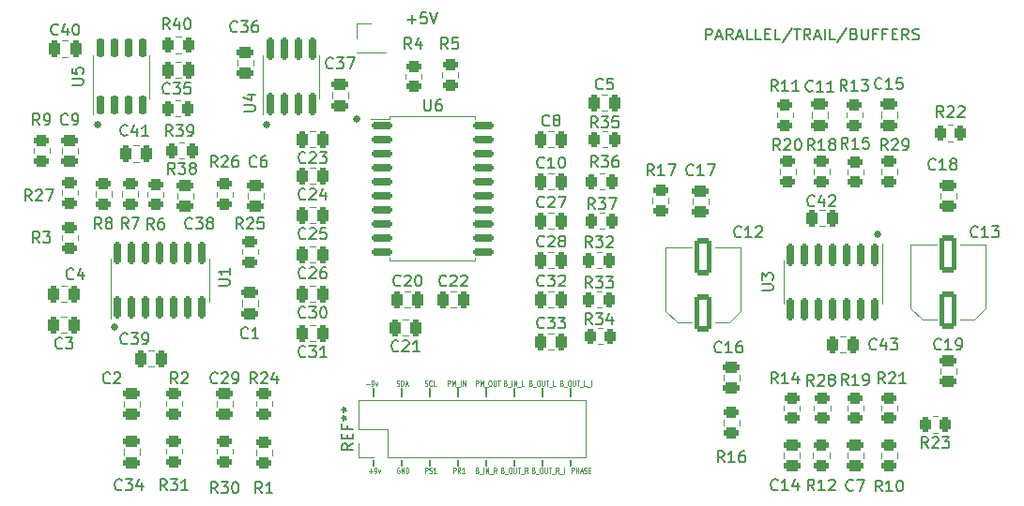
<source format=gto>
G04 #@! TF.GenerationSoftware,KiCad,Pcbnew,7.0.1-0*
G04 #@! TF.CreationDate,2024-02-17T19:13:57+01:00*
G04 #@! TF.ProjectId,parallel_trail,70617261-6c6c-4656-9c5f-747261696c2e,rev?*
G04 #@! TF.SameCoordinates,Original*
G04 #@! TF.FileFunction,Legend,Top*
G04 #@! TF.FilePolarity,Positive*
%FSLAX46Y46*%
G04 Gerber Fmt 4.6, Leading zero omitted, Abs format (unit mm)*
G04 Created by KiCad (PCBNEW 7.0.1-0) date 2024-02-17 19:13:57*
%MOMM*%
%LPD*%
G01*
G04 APERTURE LIST*
G04 Aperture macros list*
%AMRoundRect*
0 Rectangle with rounded corners*
0 $1 Rounding radius*
0 $2 $3 $4 $5 $6 $7 $8 $9 X,Y pos of 4 corners*
0 Add a 4 corners polygon primitive as box body*
4,1,4,$2,$3,$4,$5,$6,$7,$8,$9,$2,$3,0*
0 Add four circle primitives for the rounded corners*
1,1,$1+$1,$2,$3*
1,1,$1+$1,$4,$5*
1,1,$1+$1,$6,$7*
1,1,$1+$1,$8,$9*
0 Add four rect primitives between the rounded corners*
20,1,$1+$1,$2,$3,$4,$5,0*
20,1,$1+$1,$4,$5,$6,$7,0*
20,1,$1+$1,$6,$7,$8,$9,0*
20,1,$1+$1,$8,$9,$2,$3,0*%
G04 Aperture macros list end*
%ADD10C,0.150000*%
%ADD11C,0.500000*%
%ADD12C,0.060000*%
%ADD13C,0.120000*%
%ADD14RoundRect,0.250000X0.250000X0.475000X-0.250000X0.475000X-0.250000X-0.475000X0.250000X-0.475000X0*%
%ADD15RoundRect,0.250000X0.450000X-0.262500X0.450000X0.262500X-0.450000X0.262500X-0.450000X-0.262500X0*%
%ADD16RoundRect,0.250000X-0.450000X0.262500X-0.450000X-0.262500X0.450000X-0.262500X0.450000X0.262500X0*%
%ADD17RoundRect,0.250000X-0.250000X-0.475000X0.250000X-0.475000X0.250000X0.475000X-0.250000X0.475000X0*%
%ADD18RoundRect,0.250000X-0.475000X0.250000X-0.475000X-0.250000X0.475000X-0.250000X0.475000X0.250000X0*%
%ADD19RoundRect,0.250000X0.475000X-0.250000X0.475000X0.250000X-0.475000X0.250000X-0.475000X-0.250000X0*%
%ADD20RoundRect,0.250000X0.262500X0.450000X-0.262500X0.450000X-0.262500X-0.450000X0.262500X-0.450000X0*%
%ADD21RoundRect,0.150000X0.150000X-0.725000X0.150000X0.725000X-0.150000X0.725000X-0.150000X-0.725000X0*%
%ADD22RoundRect,0.150000X-0.150000X0.825000X-0.150000X-0.825000X0.150000X-0.825000X0.150000X0.825000X0*%
%ADD23RoundRect,0.250000X-0.262500X-0.450000X0.262500X-0.450000X0.262500X0.450000X-0.262500X0.450000X0*%
%ADD24RoundRect,0.250000X0.550000X-1.412500X0.550000X1.412500X-0.550000X1.412500X-0.550000X-1.412500X0*%
%ADD25RoundRect,0.150000X-0.800000X-0.150000X0.800000X-0.150000X0.800000X0.150000X-0.800000X0.150000X0*%
%ADD26O,1.700000X1.700000*%
%ADD27R,1.700000X1.700000*%
%ADD28RoundRect,0.150000X0.150000X-0.825000X0.150000X0.825000X-0.150000X0.825000X-0.150000X-0.825000X0*%
G04 APERTURE END LIST*
D10*
X79724800Y-121153200D02*
X79724800Y-120645200D01*
X87344800Y-114930200D02*
X87344800Y-114168200D01*
X94964800Y-121153200D02*
X94964800Y-120645200D01*
X82264800Y-121153200D02*
X82264800Y-120645200D01*
X82264800Y-114930200D02*
X82264800Y-114168200D01*
X92424800Y-121153200D02*
X92424800Y-120645200D01*
X97504800Y-121153200D02*
X97504800Y-120645200D01*
X94964800Y-114930200D02*
X94964800Y-114168200D01*
X87344800Y-121153200D02*
X87344800Y-120645200D01*
X92424800Y-114930200D02*
X92424800Y-114168200D01*
X89884800Y-121153200D02*
X89884800Y-120645200D01*
X79724800Y-114930200D02*
X79724800Y-114168200D01*
X84804800Y-121153200D02*
X84804800Y-120645200D01*
X97504800Y-114930200D02*
X97504800Y-114168200D01*
X84804800Y-114930200D02*
X84804800Y-114168200D01*
X89884800Y-114930200D02*
X89884800Y-114168200D01*
D11*
X54832190Y-90242761D02*
X54927428Y-90338000D01*
X54927428Y-90338000D02*
X54832190Y-90433238D01*
X54832190Y-90433238D02*
X54736952Y-90338000D01*
X54736952Y-90338000D02*
X54832190Y-90242761D01*
X54832190Y-90242761D02*
X54832190Y-90433238D01*
D12*
X91637371Y-113718104D02*
X91694514Y-113741914D01*
X91694514Y-113741914D02*
X91713561Y-113765723D01*
X91713561Y-113765723D02*
X91732609Y-113813342D01*
X91732609Y-113813342D02*
X91732609Y-113884771D01*
X91732609Y-113884771D02*
X91713561Y-113932390D01*
X91713561Y-113932390D02*
X91694514Y-113956200D01*
X91694514Y-113956200D02*
X91656419Y-113980009D01*
X91656419Y-113980009D02*
X91504038Y-113980009D01*
X91504038Y-113980009D02*
X91504038Y-113480009D01*
X91504038Y-113480009D02*
X91637371Y-113480009D01*
X91637371Y-113480009D02*
X91675466Y-113503819D01*
X91675466Y-113503819D02*
X91694514Y-113527628D01*
X91694514Y-113527628D02*
X91713561Y-113575247D01*
X91713561Y-113575247D02*
X91713561Y-113622866D01*
X91713561Y-113622866D02*
X91694514Y-113670485D01*
X91694514Y-113670485D02*
X91675466Y-113694295D01*
X91675466Y-113694295D02*
X91637371Y-113718104D01*
X91637371Y-113718104D02*
X91504038Y-113718104D01*
X91808800Y-114027628D02*
X92113561Y-114027628D01*
X92208800Y-113980009D02*
X92208800Y-113480009D01*
X92399276Y-113980009D02*
X92399276Y-113480009D01*
X92399276Y-113480009D02*
X92627847Y-113980009D01*
X92627847Y-113980009D02*
X92627847Y-113480009D01*
X92723086Y-114027628D02*
X93027847Y-114027628D01*
X93313562Y-113980009D02*
X93123086Y-113980009D01*
X93123086Y-113980009D02*
X93123086Y-113480009D01*
X96717371Y-113718104D02*
X96774514Y-113741914D01*
X96774514Y-113741914D02*
X96793561Y-113765723D01*
X96793561Y-113765723D02*
X96812609Y-113813342D01*
X96812609Y-113813342D02*
X96812609Y-113884771D01*
X96812609Y-113884771D02*
X96793561Y-113932390D01*
X96793561Y-113932390D02*
X96774514Y-113956200D01*
X96774514Y-113956200D02*
X96736419Y-113980009D01*
X96736419Y-113980009D02*
X96584038Y-113980009D01*
X96584038Y-113980009D02*
X96584038Y-113480009D01*
X96584038Y-113480009D02*
X96717371Y-113480009D01*
X96717371Y-113480009D02*
X96755466Y-113503819D01*
X96755466Y-113503819D02*
X96774514Y-113527628D01*
X96774514Y-113527628D02*
X96793561Y-113575247D01*
X96793561Y-113575247D02*
X96793561Y-113622866D01*
X96793561Y-113622866D02*
X96774514Y-113670485D01*
X96774514Y-113670485D02*
X96755466Y-113694295D01*
X96755466Y-113694295D02*
X96717371Y-113718104D01*
X96717371Y-113718104D02*
X96584038Y-113718104D01*
X96888800Y-114027628D02*
X97193561Y-114027628D01*
X97364990Y-113480009D02*
X97441181Y-113480009D01*
X97441181Y-113480009D02*
X97479276Y-113503819D01*
X97479276Y-113503819D02*
X97517371Y-113551438D01*
X97517371Y-113551438D02*
X97536419Y-113646676D01*
X97536419Y-113646676D02*
X97536419Y-113813342D01*
X97536419Y-113813342D02*
X97517371Y-113908580D01*
X97517371Y-113908580D02*
X97479276Y-113956200D01*
X97479276Y-113956200D02*
X97441181Y-113980009D01*
X97441181Y-113980009D02*
X97364990Y-113980009D01*
X97364990Y-113980009D02*
X97326895Y-113956200D01*
X97326895Y-113956200D02*
X97288800Y-113908580D01*
X97288800Y-113908580D02*
X97269752Y-113813342D01*
X97269752Y-113813342D02*
X97269752Y-113646676D01*
X97269752Y-113646676D02*
X97288800Y-113551438D01*
X97288800Y-113551438D02*
X97326895Y-113503819D01*
X97326895Y-113503819D02*
X97364990Y-113480009D01*
X97707848Y-113480009D02*
X97707848Y-113884771D01*
X97707848Y-113884771D02*
X97726895Y-113932390D01*
X97726895Y-113932390D02*
X97745943Y-113956200D01*
X97745943Y-113956200D02*
X97784038Y-113980009D01*
X97784038Y-113980009D02*
X97860229Y-113980009D01*
X97860229Y-113980009D02*
X97898324Y-113956200D01*
X97898324Y-113956200D02*
X97917371Y-113932390D01*
X97917371Y-113932390D02*
X97936419Y-113884771D01*
X97936419Y-113884771D02*
X97936419Y-113480009D01*
X98069753Y-113480009D02*
X98298324Y-113480009D01*
X98184038Y-113980009D02*
X98184038Y-113480009D01*
X98336420Y-114027628D02*
X98641181Y-114027628D01*
X98926896Y-113980009D02*
X98736420Y-113980009D01*
X98736420Y-113980009D02*
X98736420Y-113480009D01*
X98964992Y-114027628D02*
X99269753Y-114027628D01*
X99364992Y-113980009D02*
X99364992Y-113480009D01*
X79058038Y-113789533D02*
X79362800Y-113789533D01*
X79572323Y-113980009D02*
X79648514Y-113980009D01*
X79648514Y-113980009D02*
X79686609Y-113956200D01*
X79686609Y-113956200D02*
X79705657Y-113932390D01*
X79705657Y-113932390D02*
X79743752Y-113860961D01*
X79743752Y-113860961D02*
X79762799Y-113765723D01*
X79762799Y-113765723D02*
X79762799Y-113575247D01*
X79762799Y-113575247D02*
X79743752Y-113527628D01*
X79743752Y-113527628D02*
X79724704Y-113503819D01*
X79724704Y-113503819D02*
X79686609Y-113480009D01*
X79686609Y-113480009D02*
X79610418Y-113480009D01*
X79610418Y-113480009D02*
X79572323Y-113503819D01*
X79572323Y-113503819D02*
X79553276Y-113527628D01*
X79553276Y-113527628D02*
X79534228Y-113575247D01*
X79534228Y-113575247D02*
X79534228Y-113694295D01*
X79534228Y-113694295D02*
X79553276Y-113741914D01*
X79553276Y-113741914D02*
X79572323Y-113765723D01*
X79572323Y-113765723D02*
X79610418Y-113789533D01*
X79610418Y-113789533D02*
X79686609Y-113789533D01*
X79686609Y-113789533D02*
X79724704Y-113765723D01*
X79724704Y-113765723D02*
X79743752Y-113741914D01*
X79743752Y-113741914D02*
X79762799Y-113694295D01*
X79896132Y-113646676D02*
X79991370Y-113980009D01*
X79991370Y-113980009D02*
X80086609Y-113646676D01*
D11*
X56356190Y-108530761D02*
X56451428Y-108626000D01*
X56451428Y-108626000D02*
X56356190Y-108721238D01*
X56356190Y-108721238D02*
X56260952Y-108626000D01*
X56260952Y-108626000D02*
X56356190Y-108530761D01*
X56356190Y-108530761D02*
X56356190Y-108721238D01*
D12*
X81832990Y-113956200D02*
X81890133Y-113980009D01*
X81890133Y-113980009D02*
X81985371Y-113980009D01*
X81985371Y-113980009D02*
X82023466Y-113956200D01*
X82023466Y-113956200D02*
X82042514Y-113932390D01*
X82042514Y-113932390D02*
X82061561Y-113884771D01*
X82061561Y-113884771D02*
X82061561Y-113837152D01*
X82061561Y-113837152D02*
X82042514Y-113789533D01*
X82042514Y-113789533D02*
X82023466Y-113765723D01*
X82023466Y-113765723D02*
X81985371Y-113741914D01*
X81985371Y-113741914D02*
X81909180Y-113718104D01*
X81909180Y-113718104D02*
X81871085Y-113694295D01*
X81871085Y-113694295D02*
X81852038Y-113670485D01*
X81852038Y-113670485D02*
X81832990Y-113622866D01*
X81832990Y-113622866D02*
X81832990Y-113575247D01*
X81832990Y-113575247D02*
X81852038Y-113527628D01*
X81852038Y-113527628D02*
X81871085Y-113503819D01*
X81871085Y-113503819D02*
X81909180Y-113480009D01*
X81909180Y-113480009D02*
X82004419Y-113480009D01*
X82004419Y-113480009D02*
X82061561Y-113503819D01*
X82232990Y-113980009D02*
X82232990Y-113480009D01*
X82232990Y-113480009D02*
X82328228Y-113480009D01*
X82328228Y-113480009D02*
X82385371Y-113503819D01*
X82385371Y-113503819D02*
X82423466Y-113551438D01*
X82423466Y-113551438D02*
X82442513Y-113599057D01*
X82442513Y-113599057D02*
X82461561Y-113694295D01*
X82461561Y-113694295D02*
X82461561Y-113765723D01*
X82461561Y-113765723D02*
X82442513Y-113860961D01*
X82442513Y-113860961D02*
X82423466Y-113908580D01*
X82423466Y-113908580D02*
X82385371Y-113956200D01*
X82385371Y-113956200D02*
X82328228Y-113980009D01*
X82328228Y-113980009D02*
X82232990Y-113980009D01*
X82613942Y-113837152D02*
X82804418Y-113837152D01*
X82575847Y-113980009D02*
X82709180Y-113480009D01*
X82709180Y-113480009D02*
X82842513Y-113980009D01*
X88964038Y-113980009D02*
X88964038Y-113480009D01*
X88964038Y-113480009D02*
X89116419Y-113480009D01*
X89116419Y-113480009D02*
X89154514Y-113503819D01*
X89154514Y-113503819D02*
X89173561Y-113527628D01*
X89173561Y-113527628D02*
X89192609Y-113575247D01*
X89192609Y-113575247D02*
X89192609Y-113646676D01*
X89192609Y-113646676D02*
X89173561Y-113694295D01*
X89173561Y-113694295D02*
X89154514Y-113718104D01*
X89154514Y-113718104D02*
X89116419Y-113741914D01*
X89116419Y-113741914D02*
X88964038Y-113741914D01*
X89364038Y-113980009D02*
X89364038Y-113480009D01*
X89364038Y-113480009D02*
X89497371Y-113837152D01*
X89497371Y-113837152D02*
X89630704Y-113480009D01*
X89630704Y-113480009D02*
X89630704Y-113980009D01*
X89725943Y-114027628D02*
X90030704Y-114027628D01*
X90202133Y-113480009D02*
X90278324Y-113480009D01*
X90278324Y-113480009D02*
X90316419Y-113503819D01*
X90316419Y-113503819D02*
X90354514Y-113551438D01*
X90354514Y-113551438D02*
X90373562Y-113646676D01*
X90373562Y-113646676D02*
X90373562Y-113813342D01*
X90373562Y-113813342D02*
X90354514Y-113908580D01*
X90354514Y-113908580D02*
X90316419Y-113956200D01*
X90316419Y-113956200D02*
X90278324Y-113980009D01*
X90278324Y-113980009D02*
X90202133Y-113980009D01*
X90202133Y-113980009D02*
X90164038Y-113956200D01*
X90164038Y-113956200D02*
X90125943Y-113908580D01*
X90125943Y-113908580D02*
X90106895Y-113813342D01*
X90106895Y-113813342D02*
X90106895Y-113646676D01*
X90106895Y-113646676D02*
X90125943Y-113551438D01*
X90125943Y-113551438D02*
X90164038Y-113503819D01*
X90164038Y-113503819D02*
X90202133Y-113480009D01*
X90544991Y-113480009D02*
X90544991Y-113884771D01*
X90544991Y-113884771D02*
X90564038Y-113932390D01*
X90564038Y-113932390D02*
X90583086Y-113956200D01*
X90583086Y-113956200D02*
X90621181Y-113980009D01*
X90621181Y-113980009D02*
X90697372Y-113980009D01*
X90697372Y-113980009D02*
X90735467Y-113956200D01*
X90735467Y-113956200D02*
X90754514Y-113932390D01*
X90754514Y-113932390D02*
X90773562Y-113884771D01*
X90773562Y-113884771D02*
X90773562Y-113480009D01*
X90906896Y-113480009D02*
X91135467Y-113480009D01*
X91021181Y-113980009D02*
X91021181Y-113480009D01*
X79312038Y-121663533D02*
X79616800Y-121663533D01*
X79464419Y-121854009D02*
X79464419Y-121473057D01*
X79826323Y-121854009D02*
X79902514Y-121854009D01*
X79902514Y-121854009D02*
X79940609Y-121830200D01*
X79940609Y-121830200D02*
X79959657Y-121806390D01*
X79959657Y-121806390D02*
X79997752Y-121734961D01*
X79997752Y-121734961D02*
X80016799Y-121639723D01*
X80016799Y-121639723D02*
X80016799Y-121449247D01*
X80016799Y-121449247D02*
X79997752Y-121401628D01*
X79997752Y-121401628D02*
X79978704Y-121377819D01*
X79978704Y-121377819D02*
X79940609Y-121354009D01*
X79940609Y-121354009D02*
X79864418Y-121354009D01*
X79864418Y-121354009D02*
X79826323Y-121377819D01*
X79826323Y-121377819D02*
X79807276Y-121401628D01*
X79807276Y-121401628D02*
X79788228Y-121449247D01*
X79788228Y-121449247D02*
X79788228Y-121568295D01*
X79788228Y-121568295D02*
X79807276Y-121615914D01*
X79807276Y-121615914D02*
X79826323Y-121639723D01*
X79826323Y-121639723D02*
X79864418Y-121663533D01*
X79864418Y-121663533D02*
X79940609Y-121663533D01*
X79940609Y-121663533D02*
X79978704Y-121639723D01*
X79978704Y-121639723D02*
X79997752Y-121615914D01*
X79997752Y-121615914D02*
X80016799Y-121568295D01*
X80150132Y-121520676D02*
X80245370Y-121854009D01*
X80245370Y-121854009D02*
X80340609Y-121520676D01*
D11*
X70072190Y-90242761D02*
X70167428Y-90338000D01*
X70167428Y-90338000D02*
X70072190Y-90433238D01*
X70072190Y-90433238D02*
X69976952Y-90338000D01*
X69976952Y-90338000D02*
X70072190Y-90242761D01*
X70072190Y-90242761D02*
X70072190Y-90433238D01*
D12*
X82061561Y-121377819D02*
X82023466Y-121354009D01*
X82023466Y-121354009D02*
X81966323Y-121354009D01*
X81966323Y-121354009D02*
X81909180Y-121377819D01*
X81909180Y-121377819D02*
X81871085Y-121425438D01*
X81871085Y-121425438D02*
X81852038Y-121473057D01*
X81852038Y-121473057D02*
X81832990Y-121568295D01*
X81832990Y-121568295D02*
X81832990Y-121639723D01*
X81832990Y-121639723D02*
X81852038Y-121734961D01*
X81852038Y-121734961D02*
X81871085Y-121782580D01*
X81871085Y-121782580D02*
X81909180Y-121830200D01*
X81909180Y-121830200D02*
X81966323Y-121854009D01*
X81966323Y-121854009D02*
X82004419Y-121854009D01*
X82004419Y-121854009D02*
X82061561Y-121830200D01*
X82061561Y-121830200D02*
X82080609Y-121806390D01*
X82080609Y-121806390D02*
X82080609Y-121639723D01*
X82080609Y-121639723D02*
X82004419Y-121639723D01*
X82252038Y-121854009D02*
X82252038Y-121354009D01*
X82252038Y-121354009D02*
X82480609Y-121854009D01*
X82480609Y-121854009D02*
X82480609Y-121354009D01*
X82671086Y-121854009D02*
X82671086Y-121354009D01*
X82671086Y-121354009D02*
X82766324Y-121354009D01*
X82766324Y-121354009D02*
X82823467Y-121377819D01*
X82823467Y-121377819D02*
X82861562Y-121425438D01*
X82861562Y-121425438D02*
X82880609Y-121473057D01*
X82880609Y-121473057D02*
X82899657Y-121568295D01*
X82899657Y-121568295D02*
X82899657Y-121639723D01*
X82899657Y-121639723D02*
X82880609Y-121734961D01*
X82880609Y-121734961D02*
X82861562Y-121782580D01*
X82861562Y-121782580D02*
X82823467Y-121830200D01*
X82823467Y-121830200D02*
X82766324Y-121854009D01*
X82766324Y-121854009D02*
X82671086Y-121854009D01*
D11*
X78200190Y-89734761D02*
X78295428Y-89830000D01*
X78295428Y-89830000D02*
X78200190Y-89925238D01*
X78200190Y-89925238D02*
X78104952Y-89830000D01*
X78104952Y-89830000D02*
X78200190Y-89734761D01*
X78200190Y-89734761D02*
X78200190Y-89925238D01*
D12*
X86932038Y-121854009D02*
X86932038Y-121354009D01*
X86932038Y-121354009D02*
X87084419Y-121354009D01*
X87084419Y-121354009D02*
X87122514Y-121377819D01*
X87122514Y-121377819D02*
X87141561Y-121401628D01*
X87141561Y-121401628D02*
X87160609Y-121449247D01*
X87160609Y-121449247D02*
X87160609Y-121520676D01*
X87160609Y-121520676D02*
X87141561Y-121568295D01*
X87141561Y-121568295D02*
X87122514Y-121592104D01*
X87122514Y-121592104D02*
X87084419Y-121615914D01*
X87084419Y-121615914D02*
X86932038Y-121615914D01*
X87560609Y-121854009D02*
X87427276Y-121615914D01*
X87332038Y-121854009D02*
X87332038Y-121354009D01*
X87332038Y-121354009D02*
X87484419Y-121354009D01*
X87484419Y-121354009D02*
X87522514Y-121377819D01*
X87522514Y-121377819D02*
X87541561Y-121401628D01*
X87541561Y-121401628D02*
X87560609Y-121449247D01*
X87560609Y-121449247D02*
X87560609Y-121520676D01*
X87560609Y-121520676D02*
X87541561Y-121568295D01*
X87541561Y-121568295D02*
X87522514Y-121592104D01*
X87522514Y-121592104D02*
X87484419Y-121615914D01*
X87484419Y-121615914D02*
X87332038Y-121615914D01*
X87941561Y-121854009D02*
X87712990Y-121854009D01*
X87827276Y-121854009D02*
X87827276Y-121354009D01*
X87827276Y-121354009D02*
X87789180Y-121425438D01*
X87789180Y-121425438D02*
X87751085Y-121473057D01*
X87751085Y-121473057D02*
X87712990Y-121496866D01*
D11*
X125190190Y-100148761D02*
X125285428Y-100244000D01*
X125285428Y-100244000D02*
X125190190Y-100339238D01*
X125190190Y-100339238D02*
X125094952Y-100244000D01*
X125094952Y-100244000D02*
X125190190Y-100148761D01*
X125190190Y-100148761D02*
X125190190Y-100339238D01*
D12*
X94177371Y-121592104D02*
X94234514Y-121615914D01*
X94234514Y-121615914D02*
X94253561Y-121639723D01*
X94253561Y-121639723D02*
X94272609Y-121687342D01*
X94272609Y-121687342D02*
X94272609Y-121758771D01*
X94272609Y-121758771D02*
X94253561Y-121806390D01*
X94253561Y-121806390D02*
X94234514Y-121830200D01*
X94234514Y-121830200D02*
X94196419Y-121854009D01*
X94196419Y-121854009D02*
X94044038Y-121854009D01*
X94044038Y-121854009D02*
X94044038Y-121354009D01*
X94044038Y-121354009D02*
X94177371Y-121354009D01*
X94177371Y-121354009D02*
X94215466Y-121377819D01*
X94215466Y-121377819D02*
X94234514Y-121401628D01*
X94234514Y-121401628D02*
X94253561Y-121449247D01*
X94253561Y-121449247D02*
X94253561Y-121496866D01*
X94253561Y-121496866D02*
X94234514Y-121544485D01*
X94234514Y-121544485D02*
X94215466Y-121568295D01*
X94215466Y-121568295D02*
X94177371Y-121592104D01*
X94177371Y-121592104D02*
X94044038Y-121592104D01*
X94348800Y-121901628D02*
X94653561Y-121901628D01*
X94824990Y-121354009D02*
X94901181Y-121354009D01*
X94901181Y-121354009D02*
X94939276Y-121377819D01*
X94939276Y-121377819D02*
X94977371Y-121425438D01*
X94977371Y-121425438D02*
X94996419Y-121520676D01*
X94996419Y-121520676D02*
X94996419Y-121687342D01*
X94996419Y-121687342D02*
X94977371Y-121782580D01*
X94977371Y-121782580D02*
X94939276Y-121830200D01*
X94939276Y-121830200D02*
X94901181Y-121854009D01*
X94901181Y-121854009D02*
X94824990Y-121854009D01*
X94824990Y-121854009D02*
X94786895Y-121830200D01*
X94786895Y-121830200D02*
X94748800Y-121782580D01*
X94748800Y-121782580D02*
X94729752Y-121687342D01*
X94729752Y-121687342D02*
X94729752Y-121520676D01*
X94729752Y-121520676D02*
X94748800Y-121425438D01*
X94748800Y-121425438D02*
X94786895Y-121377819D01*
X94786895Y-121377819D02*
X94824990Y-121354009D01*
X95167848Y-121354009D02*
X95167848Y-121758771D01*
X95167848Y-121758771D02*
X95186895Y-121806390D01*
X95186895Y-121806390D02*
X95205943Y-121830200D01*
X95205943Y-121830200D02*
X95244038Y-121854009D01*
X95244038Y-121854009D02*
X95320229Y-121854009D01*
X95320229Y-121854009D02*
X95358324Y-121830200D01*
X95358324Y-121830200D02*
X95377371Y-121806390D01*
X95377371Y-121806390D02*
X95396419Y-121758771D01*
X95396419Y-121758771D02*
X95396419Y-121354009D01*
X95529753Y-121354009D02*
X95758324Y-121354009D01*
X95644038Y-121854009D02*
X95644038Y-121354009D01*
X95796420Y-121901628D02*
X96101181Y-121901628D01*
X96424991Y-121854009D02*
X96291658Y-121615914D01*
X96196420Y-121854009D02*
X96196420Y-121354009D01*
X96196420Y-121354009D02*
X96348801Y-121354009D01*
X96348801Y-121354009D02*
X96386896Y-121377819D01*
X96386896Y-121377819D02*
X96405943Y-121401628D01*
X96405943Y-121401628D02*
X96424991Y-121449247D01*
X96424991Y-121449247D02*
X96424991Y-121520676D01*
X96424991Y-121520676D02*
X96405943Y-121568295D01*
X96405943Y-121568295D02*
X96386896Y-121592104D01*
X96386896Y-121592104D02*
X96348801Y-121615914D01*
X96348801Y-121615914D02*
X96196420Y-121615914D01*
X96501182Y-121901628D02*
X96805943Y-121901628D01*
X96901182Y-121854009D02*
X96901182Y-121354009D01*
D10*
X109712095Y-82681619D02*
X109712095Y-81681619D01*
X109712095Y-81681619D02*
X110093047Y-81681619D01*
X110093047Y-81681619D02*
X110188285Y-81729238D01*
X110188285Y-81729238D02*
X110235904Y-81776857D01*
X110235904Y-81776857D02*
X110283523Y-81872095D01*
X110283523Y-81872095D02*
X110283523Y-82014952D01*
X110283523Y-82014952D02*
X110235904Y-82110190D01*
X110235904Y-82110190D02*
X110188285Y-82157809D01*
X110188285Y-82157809D02*
X110093047Y-82205428D01*
X110093047Y-82205428D02*
X109712095Y-82205428D01*
X110664476Y-82395904D02*
X111140666Y-82395904D01*
X110569238Y-82681619D02*
X110902571Y-81681619D01*
X110902571Y-81681619D02*
X111235904Y-82681619D01*
X112140666Y-82681619D02*
X111807333Y-82205428D01*
X111569238Y-82681619D02*
X111569238Y-81681619D01*
X111569238Y-81681619D02*
X111950190Y-81681619D01*
X111950190Y-81681619D02*
X112045428Y-81729238D01*
X112045428Y-81729238D02*
X112093047Y-81776857D01*
X112093047Y-81776857D02*
X112140666Y-81872095D01*
X112140666Y-81872095D02*
X112140666Y-82014952D01*
X112140666Y-82014952D02*
X112093047Y-82110190D01*
X112093047Y-82110190D02*
X112045428Y-82157809D01*
X112045428Y-82157809D02*
X111950190Y-82205428D01*
X111950190Y-82205428D02*
X111569238Y-82205428D01*
X112521619Y-82395904D02*
X112997809Y-82395904D01*
X112426381Y-82681619D02*
X112759714Y-81681619D01*
X112759714Y-81681619D02*
X113093047Y-82681619D01*
X113902571Y-82681619D02*
X113426381Y-82681619D01*
X113426381Y-82681619D02*
X113426381Y-81681619D01*
X114712095Y-82681619D02*
X114235905Y-82681619D01*
X114235905Y-82681619D02*
X114235905Y-81681619D01*
X115045429Y-82157809D02*
X115378762Y-82157809D01*
X115521619Y-82681619D02*
X115045429Y-82681619D01*
X115045429Y-82681619D02*
X115045429Y-81681619D01*
X115045429Y-81681619D02*
X115521619Y-81681619D01*
X116426381Y-82681619D02*
X115950191Y-82681619D01*
X115950191Y-82681619D02*
X115950191Y-81681619D01*
X117474000Y-81634000D02*
X116616858Y-82919714D01*
X117664477Y-81681619D02*
X118235905Y-81681619D01*
X117950191Y-82681619D02*
X117950191Y-81681619D01*
X119140667Y-82681619D02*
X118807334Y-82205428D01*
X118569239Y-82681619D02*
X118569239Y-81681619D01*
X118569239Y-81681619D02*
X118950191Y-81681619D01*
X118950191Y-81681619D02*
X119045429Y-81729238D01*
X119045429Y-81729238D02*
X119093048Y-81776857D01*
X119093048Y-81776857D02*
X119140667Y-81872095D01*
X119140667Y-81872095D02*
X119140667Y-82014952D01*
X119140667Y-82014952D02*
X119093048Y-82110190D01*
X119093048Y-82110190D02*
X119045429Y-82157809D01*
X119045429Y-82157809D02*
X118950191Y-82205428D01*
X118950191Y-82205428D02*
X118569239Y-82205428D01*
X119521620Y-82395904D02*
X119997810Y-82395904D01*
X119426382Y-82681619D02*
X119759715Y-81681619D01*
X119759715Y-81681619D02*
X120093048Y-82681619D01*
X120426382Y-82681619D02*
X120426382Y-81681619D01*
X121378762Y-82681619D02*
X120902572Y-82681619D01*
X120902572Y-82681619D02*
X120902572Y-81681619D01*
X122426381Y-81634000D02*
X121569239Y-82919714D01*
X123093048Y-82157809D02*
X123235905Y-82205428D01*
X123235905Y-82205428D02*
X123283524Y-82253047D01*
X123283524Y-82253047D02*
X123331143Y-82348285D01*
X123331143Y-82348285D02*
X123331143Y-82491142D01*
X123331143Y-82491142D02*
X123283524Y-82586380D01*
X123283524Y-82586380D02*
X123235905Y-82634000D01*
X123235905Y-82634000D02*
X123140667Y-82681619D01*
X123140667Y-82681619D02*
X122759715Y-82681619D01*
X122759715Y-82681619D02*
X122759715Y-81681619D01*
X122759715Y-81681619D02*
X123093048Y-81681619D01*
X123093048Y-81681619D02*
X123188286Y-81729238D01*
X123188286Y-81729238D02*
X123235905Y-81776857D01*
X123235905Y-81776857D02*
X123283524Y-81872095D01*
X123283524Y-81872095D02*
X123283524Y-81967333D01*
X123283524Y-81967333D02*
X123235905Y-82062571D01*
X123235905Y-82062571D02*
X123188286Y-82110190D01*
X123188286Y-82110190D02*
X123093048Y-82157809D01*
X123093048Y-82157809D02*
X122759715Y-82157809D01*
X123759715Y-81681619D02*
X123759715Y-82491142D01*
X123759715Y-82491142D02*
X123807334Y-82586380D01*
X123807334Y-82586380D02*
X123854953Y-82634000D01*
X123854953Y-82634000D02*
X123950191Y-82681619D01*
X123950191Y-82681619D02*
X124140667Y-82681619D01*
X124140667Y-82681619D02*
X124235905Y-82634000D01*
X124235905Y-82634000D02*
X124283524Y-82586380D01*
X124283524Y-82586380D02*
X124331143Y-82491142D01*
X124331143Y-82491142D02*
X124331143Y-81681619D01*
X125140667Y-82157809D02*
X124807334Y-82157809D01*
X124807334Y-82681619D02*
X124807334Y-81681619D01*
X124807334Y-81681619D02*
X125283524Y-81681619D01*
X125997810Y-82157809D02*
X125664477Y-82157809D01*
X125664477Y-82681619D02*
X125664477Y-81681619D01*
X125664477Y-81681619D02*
X126140667Y-81681619D01*
X126521620Y-82157809D02*
X126854953Y-82157809D01*
X126997810Y-82681619D02*
X126521620Y-82681619D01*
X126521620Y-82681619D02*
X126521620Y-81681619D01*
X126521620Y-81681619D02*
X126997810Y-81681619D01*
X127997810Y-82681619D02*
X127664477Y-82205428D01*
X127426382Y-82681619D02*
X127426382Y-81681619D01*
X127426382Y-81681619D02*
X127807334Y-81681619D01*
X127807334Y-81681619D02*
X127902572Y-81729238D01*
X127902572Y-81729238D02*
X127950191Y-81776857D01*
X127950191Y-81776857D02*
X127997810Y-81872095D01*
X127997810Y-81872095D02*
X127997810Y-82014952D01*
X127997810Y-82014952D02*
X127950191Y-82110190D01*
X127950191Y-82110190D02*
X127902572Y-82157809D01*
X127902572Y-82157809D02*
X127807334Y-82205428D01*
X127807334Y-82205428D02*
X127426382Y-82205428D01*
X128378763Y-82634000D02*
X128521620Y-82681619D01*
X128521620Y-82681619D02*
X128759715Y-82681619D01*
X128759715Y-82681619D02*
X128854953Y-82634000D01*
X128854953Y-82634000D02*
X128902572Y-82586380D01*
X128902572Y-82586380D02*
X128950191Y-82491142D01*
X128950191Y-82491142D02*
X128950191Y-82395904D01*
X128950191Y-82395904D02*
X128902572Y-82300666D01*
X128902572Y-82300666D02*
X128854953Y-82253047D01*
X128854953Y-82253047D02*
X128759715Y-82205428D01*
X128759715Y-82205428D02*
X128569239Y-82157809D01*
X128569239Y-82157809D02*
X128474001Y-82110190D01*
X128474001Y-82110190D02*
X128426382Y-82062571D01*
X128426382Y-82062571D02*
X128378763Y-81967333D01*
X128378763Y-81967333D02*
X128378763Y-81872095D01*
X128378763Y-81872095D02*
X128426382Y-81776857D01*
X128426382Y-81776857D02*
X128474001Y-81729238D01*
X128474001Y-81729238D02*
X128569239Y-81681619D01*
X128569239Y-81681619D02*
X128807334Y-81681619D01*
X128807334Y-81681619D02*
X128950191Y-81729238D01*
D12*
X97600038Y-121854009D02*
X97600038Y-121354009D01*
X97600038Y-121354009D02*
X97752419Y-121354009D01*
X97752419Y-121354009D02*
X97790514Y-121377819D01*
X97790514Y-121377819D02*
X97809561Y-121401628D01*
X97809561Y-121401628D02*
X97828609Y-121449247D01*
X97828609Y-121449247D02*
X97828609Y-121520676D01*
X97828609Y-121520676D02*
X97809561Y-121568295D01*
X97809561Y-121568295D02*
X97790514Y-121592104D01*
X97790514Y-121592104D02*
X97752419Y-121615914D01*
X97752419Y-121615914D02*
X97600038Y-121615914D01*
X98000038Y-121854009D02*
X98000038Y-121354009D01*
X98000038Y-121592104D02*
X98228609Y-121592104D01*
X98228609Y-121854009D02*
X98228609Y-121354009D01*
X98400038Y-121711152D02*
X98590514Y-121711152D01*
X98361943Y-121854009D02*
X98495276Y-121354009D01*
X98495276Y-121354009D02*
X98628609Y-121854009D01*
X98742895Y-121830200D02*
X98800038Y-121854009D01*
X98800038Y-121854009D02*
X98895276Y-121854009D01*
X98895276Y-121854009D02*
X98933371Y-121830200D01*
X98933371Y-121830200D02*
X98952419Y-121806390D01*
X98952419Y-121806390D02*
X98971466Y-121758771D01*
X98971466Y-121758771D02*
X98971466Y-121711152D01*
X98971466Y-121711152D02*
X98952419Y-121663533D01*
X98952419Y-121663533D02*
X98933371Y-121639723D01*
X98933371Y-121639723D02*
X98895276Y-121615914D01*
X98895276Y-121615914D02*
X98819085Y-121592104D01*
X98819085Y-121592104D02*
X98780990Y-121568295D01*
X98780990Y-121568295D02*
X98761943Y-121544485D01*
X98761943Y-121544485D02*
X98742895Y-121496866D01*
X98742895Y-121496866D02*
X98742895Y-121449247D01*
X98742895Y-121449247D02*
X98761943Y-121401628D01*
X98761943Y-121401628D02*
X98780990Y-121377819D01*
X98780990Y-121377819D02*
X98819085Y-121354009D01*
X98819085Y-121354009D02*
X98914324Y-121354009D01*
X98914324Y-121354009D02*
X98971466Y-121377819D01*
X99142895Y-121592104D02*
X99276228Y-121592104D01*
X99333371Y-121854009D02*
X99142895Y-121854009D01*
X99142895Y-121854009D02*
X99142895Y-121354009D01*
X99142895Y-121354009D02*
X99333371Y-121354009D01*
X93923371Y-113718104D02*
X93980514Y-113741914D01*
X93980514Y-113741914D02*
X93999561Y-113765723D01*
X93999561Y-113765723D02*
X94018609Y-113813342D01*
X94018609Y-113813342D02*
X94018609Y-113884771D01*
X94018609Y-113884771D02*
X93999561Y-113932390D01*
X93999561Y-113932390D02*
X93980514Y-113956200D01*
X93980514Y-113956200D02*
X93942419Y-113980009D01*
X93942419Y-113980009D02*
X93790038Y-113980009D01*
X93790038Y-113980009D02*
X93790038Y-113480009D01*
X93790038Y-113480009D02*
X93923371Y-113480009D01*
X93923371Y-113480009D02*
X93961466Y-113503819D01*
X93961466Y-113503819D02*
X93980514Y-113527628D01*
X93980514Y-113527628D02*
X93999561Y-113575247D01*
X93999561Y-113575247D02*
X93999561Y-113622866D01*
X93999561Y-113622866D02*
X93980514Y-113670485D01*
X93980514Y-113670485D02*
X93961466Y-113694295D01*
X93961466Y-113694295D02*
X93923371Y-113718104D01*
X93923371Y-113718104D02*
X93790038Y-113718104D01*
X94094800Y-114027628D02*
X94399561Y-114027628D01*
X94570990Y-113480009D02*
X94647181Y-113480009D01*
X94647181Y-113480009D02*
X94685276Y-113503819D01*
X94685276Y-113503819D02*
X94723371Y-113551438D01*
X94723371Y-113551438D02*
X94742419Y-113646676D01*
X94742419Y-113646676D02*
X94742419Y-113813342D01*
X94742419Y-113813342D02*
X94723371Y-113908580D01*
X94723371Y-113908580D02*
X94685276Y-113956200D01*
X94685276Y-113956200D02*
X94647181Y-113980009D01*
X94647181Y-113980009D02*
X94570990Y-113980009D01*
X94570990Y-113980009D02*
X94532895Y-113956200D01*
X94532895Y-113956200D02*
X94494800Y-113908580D01*
X94494800Y-113908580D02*
X94475752Y-113813342D01*
X94475752Y-113813342D02*
X94475752Y-113646676D01*
X94475752Y-113646676D02*
X94494800Y-113551438D01*
X94494800Y-113551438D02*
X94532895Y-113503819D01*
X94532895Y-113503819D02*
X94570990Y-113480009D01*
X94913848Y-113480009D02*
X94913848Y-113884771D01*
X94913848Y-113884771D02*
X94932895Y-113932390D01*
X94932895Y-113932390D02*
X94951943Y-113956200D01*
X94951943Y-113956200D02*
X94990038Y-113980009D01*
X94990038Y-113980009D02*
X95066229Y-113980009D01*
X95066229Y-113980009D02*
X95104324Y-113956200D01*
X95104324Y-113956200D02*
X95123371Y-113932390D01*
X95123371Y-113932390D02*
X95142419Y-113884771D01*
X95142419Y-113884771D02*
X95142419Y-113480009D01*
X95275753Y-113480009D02*
X95504324Y-113480009D01*
X95390038Y-113980009D02*
X95390038Y-113480009D01*
X95542420Y-114027628D02*
X95847181Y-114027628D01*
X96132896Y-113980009D02*
X95942420Y-113980009D01*
X95942420Y-113980009D02*
X95942420Y-113480009D01*
X86424038Y-113980009D02*
X86424038Y-113480009D01*
X86424038Y-113480009D02*
X86576419Y-113480009D01*
X86576419Y-113480009D02*
X86614514Y-113503819D01*
X86614514Y-113503819D02*
X86633561Y-113527628D01*
X86633561Y-113527628D02*
X86652609Y-113575247D01*
X86652609Y-113575247D02*
X86652609Y-113646676D01*
X86652609Y-113646676D02*
X86633561Y-113694295D01*
X86633561Y-113694295D02*
X86614514Y-113718104D01*
X86614514Y-113718104D02*
X86576419Y-113741914D01*
X86576419Y-113741914D02*
X86424038Y-113741914D01*
X86824038Y-113980009D02*
X86824038Y-113480009D01*
X86824038Y-113480009D02*
X86957371Y-113837152D01*
X86957371Y-113837152D02*
X87090704Y-113480009D01*
X87090704Y-113480009D02*
X87090704Y-113980009D01*
X87185943Y-114027628D02*
X87490704Y-114027628D01*
X87585943Y-113980009D02*
X87585943Y-113480009D01*
X87776419Y-113980009D02*
X87776419Y-113480009D01*
X87776419Y-113480009D02*
X88004990Y-113980009D01*
X88004990Y-113980009D02*
X88004990Y-113480009D01*
X91383371Y-121592104D02*
X91440514Y-121615914D01*
X91440514Y-121615914D02*
X91459561Y-121639723D01*
X91459561Y-121639723D02*
X91478609Y-121687342D01*
X91478609Y-121687342D02*
X91478609Y-121758771D01*
X91478609Y-121758771D02*
X91459561Y-121806390D01*
X91459561Y-121806390D02*
X91440514Y-121830200D01*
X91440514Y-121830200D02*
X91402419Y-121854009D01*
X91402419Y-121854009D02*
X91250038Y-121854009D01*
X91250038Y-121854009D02*
X91250038Y-121354009D01*
X91250038Y-121354009D02*
X91383371Y-121354009D01*
X91383371Y-121354009D02*
X91421466Y-121377819D01*
X91421466Y-121377819D02*
X91440514Y-121401628D01*
X91440514Y-121401628D02*
X91459561Y-121449247D01*
X91459561Y-121449247D02*
X91459561Y-121496866D01*
X91459561Y-121496866D02*
X91440514Y-121544485D01*
X91440514Y-121544485D02*
X91421466Y-121568295D01*
X91421466Y-121568295D02*
X91383371Y-121592104D01*
X91383371Y-121592104D02*
X91250038Y-121592104D01*
X91554800Y-121901628D02*
X91859561Y-121901628D01*
X92030990Y-121354009D02*
X92107181Y-121354009D01*
X92107181Y-121354009D02*
X92145276Y-121377819D01*
X92145276Y-121377819D02*
X92183371Y-121425438D01*
X92183371Y-121425438D02*
X92202419Y-121520676D01*
X92202419Y-121520676D02*
X92202419Y-121687342D01*
X92202419Y-121687342D02*
X92183371Y-121782580D01*
X92183371Y-121782580D02*
X92145276Y-121830200D01*
X92145276Y-121830200D02*
X92107181Y-121854009D01*
X92107181Y-121854009D02*
X92030990Y-121854009D01*
X92030990Y-121854009D02*
X91992895Y-121830200D01*
X91992895Y-121830200D02*
X91954800Y-121782580D01*
X91954800Y-121782580D02*
X91935752Y-121687342D01*
X91935752Y-121687342D02*
X91935752Y-121520676D01*
X91935752Y-121520676D02*
X91954800Y-121425438D01*
X91954800Y-121425438D02*
X91992895Y-121377819D01*
X91992895Y-121377819D02*
X92030990Y-121354009D01*
X92373848Y-121354009D02*
X92373848Y-121758771D01*
X92373848Y-121758771D02*
X92392895Y-121806390D01*
X92392895Y-121806390D02*
X92411943Y-121830200D01*
X92411943Y-121830200D02*
X92450038Y-121854009D01*
X92450038Y-121854009D02*
X92526229Y-121854009D01*
X92526229Y-121854009D02*
X92564324Y-121830200D01*
X92564324Y-121830200D02*
X92583371Y-121806390D01*
X92583371Y-121806390D02*
X92602419Y-121758771D01*
X92602419Y-121758771D02*
X92602419Y-121354009D01*
X92735753Y-121354009D02*
X92964324Y-121354009D01*
X92850038Y-121854009D02*
X92850038Y-121354009D01*
X93002420Y-121901628D02*
X93307181Y-121901628D01*
X93630991Y-121854009D02*
X93497658Y-121615914D01*
X93402420Y-121854009D02*
X93402420Y-121354009D01*
X93402420Y-121354009D02*
X93554801Y-121354009D01*
X93554801Y-121354009D02*
X93592896Y-121377819D01*
X93592896Y-121377819D02*
X93611943Y-121401628D01*
X93611943Y-121401628D02*
X93630991Y-121449247D01*
X93630991Y-121449247D02*
X93630991Y-121520676D01*
X93630991Y-121520676D02*
X93611943Y-121568295D01*
X93611943Y-121568295D02*
X93592896Y-121592104D01*
X93592896Y-121592104D02*
X93554801Y-121615914D01*
X93554801Y-121615914D02*
X93402420Y-121615914D01*
X84392038Y-121854009D02*
X84392038Y-121354009D01*
X84392038Y-121354009D02*
X84544419Y-121354009D01*
X84544419Y-121354009D02*
X84582514Y-121377819D01*
X84582514Y-121377819D02*
X84601561Y-121401628D01*
X84601561Y-121401628D02*
X84620609Y-121449247D01*
X84620609Y-121449247D02*
X84620609Y-121520676D01*
X84620609Y-121520676D02*
X84601561Y-121568295D01*
X84601561Y-121568295D02*
X84582514Y-121592104D01*
X84582514Y-121592104D02*
X84544419Y-121615914D01*
X84544419Y-121615914D02*
X84392038Y-121615914D01*
X84772990Y-121830200D02*
X84830133Y-121854009D01*
X84830133Y-121854009D02*
X84925371Y-121854009D01*
X84925371Y-121854009D02*
X84963466Y-121830200D01*
X84963466Y-121830200D02*
X84982514Y-121806390D01*
X84982514Y-121806390D02*
X85001561Y-121758771D01*
X85001561Y-121758771D02*
X85001561Y-121711152D01*
X85001561Y-121711152D02*
X84982514Y-121663533D01*
X84982514Y-121663533D02*
X84963466Y-121639723D01*
X84963466Y-121639723D02*
X84925371Y-121615914D01*
X84925371Y-121615914D02*
X84849180Y-121592104D01*
X84849180Y-121592104D02*
X84811085Y-121568295D01*
X84811085Y-121568295D02*
X84792038Y-121544485D01*
X84792038Y-121544485D02*
X84772990Y-121496866D01*
X84772990Y-121496866D02*
X84772990Y-121449247D01*
X84772990Y-121449247D02*
X84792038Y-121401628D01*
X84792038Y-121401628D02*
X84811085Y-121377819D01*
X84811085Y-121377819D02*
X84849180Y-121354009D01*
X84849180Y-121354009D02*
X84944419Y-121354009D01*
X84944419Y-121354009D02*
X85001561Y-121377819D01*
X85382513Y-121854009D02*
X85153942Y-121854009D01*
X85268228Y-121854009D02*
X85268228Y-121354009D01*
X85268228Y-121354009D02*
X85230132Y-121425438D01*
X85230132Y-121425438D02*
X85192037Y-121473057D01*
X85192037Y-121473057D02*
X85153942Y-121496866D01*
X89097371Y-121592104D02*
X89154514Y-121615914D01*
X89154514Y-121615914D02*
X89173561Y-121639723D01*
X89173561Y-121639723D02*
X89192609Y-121687342D01*
X89192609Y-121687342D02*
X89192609Y-121758771D01*
X89192609Y-121758771D02*
X89173561Y-121806390D01*
X89173561Y-121806390D02*
X89154514Y-121830200D01*
X89154514Y-121830200D02*
X89116419Y-121854009D01*
X89116419Y-121854009D02*
X88964038Y-121854009D01*
X88964038Y-121854009D02*
X88964038Y-121354009D01*
X88964038Y-121354009D02*
X89097371Y-121354009D01*
X89097371Y-121354009D02*
X89135466Y-121377819D01*
X89135466Y-121377819D02*
X89154514Y-121401628D01*
X89154514Y-121401628D02*
X89173561Y-121449247D01*
X89173561Y-121449247D02*
X89173561Y-121496866D01*
X89173561Y-121496866D02*
X89154514Y-121544485D01*
X89154514Y-121544485D02*
X89135466Y-121568295D01*
X89135466Y-121568295D02*
X89097371Y-121592104D01*
X89097371Y-121592104D02*
X88964038Y-121592104D01*
X89268800Y-121901628D02*
X89573561Y-121901628D01*
X89668800Y-121854009D02*
X89668800Y-121354009D01*
X89859276Y-121854009D02*
X89859276Y-121354009D01*
X89859276Y-121354009D02*
X90087847Y-121854009D01*
X90087847Y-121854009D02*
X90087847Y-121354009D01*
X90183086Y-121901628D02*
X90487847Y-121901628D01*
X90811657Y-121854009D02*
X90678324Y-121615914D01*
X90583086Y-121854009D02*
X90583086Y-121354009D01*
X90583086Y-121354009D02*
X90735467Y-121354009D01*
X90735467Y-121354009D02*
X90773562Y-121377819D01*
X90773562Y-121377819D02*
X90792609Y-121401628D01*
X90792609Y-121401628D02*
X90811657Y-121449247D01*
X90811657Y-121449247D02*
X90811657Y-121520676D01*
X90811657Y-121520676D02*
X90792609Y-121568295D01*
X90792609Y-121568295D02*
X90773562Y-121592104D01*
X90773562Y-121592104D02*
X90735467Y-121615914D01*
X90735467Y-121615914D02*
X90583086Y-121615914D01*
X84372990Y-113956200D02*
X84430133Y-113980009D01*
X84430133Y-113980009D02*
X84525371Y-113980009D01*
X84525371Y-113980009D02*
X84563466Y-113956200D01*
X84563466Y-113956200D02*
X84582514Y-113932390D01*
X84582514Y-113932390D02*
X84601561Y-113884771D01*
X84601561Y-113884771D02*
X84601561Y-113837152D01*
X84601561Y-113837152D02*
X84582514Y-113789533D01*
X84582514Y-113789533D02*
X84563466Y-113765723D01*
X84563466Y-113765723D02*
X84525371Y-113741914D01*
X84525371Y-113741914D02*
X84449180Y-113718104D01*
X84449180Y-113718104D02*
X84411085Y-113694295D01*
X84411085Y-113694295D02*
X84392038Y-113670485D01*
X84392038Y-113670485D02*
X84372990Y-113622866D01*
X84372990Y-113622866D02*
X84372990Y-113575247D01*
X84372990Y-113575247D02*
X84392038Y-113527628D01*
X84392038Y-113527628D02*
X84411085Y-113503819D01*
X84411085Y-113503819D02*
X84449180Y-113480009D01*
X84449180Y-113480009D02*
X84544419Y-113480009D01*
X84544419Y-113480009D02*
X84601561Y-113503819D01*
X85001561Y-113932390D02*
X84982513Y-113956200D01*
X84982513Y-113956200D02*
X84925371Y-113980009D01*
X84925371Y-113980009D02*
X84887275Y-113980009D01*
X84887275Y-113980009D02*
X84830132Y-113956200D01*
X84830132Y-113956200D02*
X84792037Y-113908580D01*
X84792037Y-113908580D02*
X84772990Y-113860961D01*
X84772990Y-113860961D02*
X84753942Y-113765723D01*
X84753942Y-113765723D02*
X84753942Y-113694295D01*
X84753942Y-113694295D02*
X84772990Y-113599057D01*
X84772990Y-113599057D02*
X84792037Y-113551438D01*
X84792037Y-113551438D02*
X84830132Y-113503819D01*
X84830132Y-113503819D02*
X84887275Y-113480009D01*
X84887275Y-113480009D02*
X84925371Y-113480009D01*
X84925371Y-113480009D02*
X84982513Y-113503819D01*
X84982513Y-113503819D02*
X85001561Y-113527628D01*
X85363466Y-113980009D02*
X85172990Y-113980009D01*
X85172990Y-113980009D02*
X85172990Y-113480009D01*
D10*
X61333142Y-87489380D02*
X61285523Y-87537000D01*
X61285523Y-87537000D02*
X61142666Y-87584619D01*
X61142666Y-87584619D02*
X61047428Y-87584619D01*
X61047428Y-87584619D02*
X60904571Y-87537000D01*
X60904571Y-87537000D02*
X60809333Y-87441761D01*
X60809333Y-87441761D02*
X60761714Y-87346523D01*
X60761714Y-87346523D02*
X60714095Y-87156047D01*
X60714095Y-87156047D02*
X60714095Y-87013190D01*
X60714095Y-87013190D02*
X60761714Y-86822714D01*
X60761714Y-86822714D02*
X60809333Y-86727476D01*
X60809333Y-86727476D02*
X60904571Y-86632238D01*
X60904571Y-86632238D02*
X61047428Y-86584619D01*
X61047428Y-86584619D02*
X61142666Y-86584619D01*
X61142666Y-86584619D02*
X61285523Y-86632238D01*
X61285523Y-86632238D02*
X61333142Y-86679857D01*
X61666476Y-86584619D02*
X62285523Y-86584619D01*
X62285523Y-86584619D02*
X61952190Y-86965571D01*
X61952190Y-86965571D02*
X62095047Y-86965571D01*
X62095047Y-86965571D02*
X62190285Y-87013190D01*
X62190285Y-87013190D02*
X62237904Y-87060809D01*
X62237904Y-87060809D02*
X62285523Y-87156047D01*
X62285523Y-87156047D02*
X62285523Y-87394142D01*
X62285523Y-87394142D02*
X62237904Y-87489380D01*
X62237904Y-87489380D02*
X62190285Y-87537000D01*
X62190285Y-87537000D02*
X62095047Y-87584619D01*
X62095047Y-87584619D02*
X61809333Y-87584619D01*
X61809333Y-87584619D02*
X61714095Y-87537000D01*
X61714095Y-87537000D02*
X61666476Y-87489380D01*
X63190285Y-86584619D02*
X62714095Y-86584619D01*
X62714095Y-86584619D02*
X62666476Y-87060809D01*
X62666476Y-87060809D02*
X62714095Y-87013190D01*
X62714095Y-87013190D02*
X62809333Y-86965571D01*
X62809333Y-86965571D02*
X63047428Y-86965571D01*
X63047428Y-86965571D02*
X63142666Y-87013190D01*
X63142666Y-87013190D02*
X63190285Y-87060809D01*
X63190285Y-87060809D02*
X63237904Y-87156047D01*
X63237904Y-87156047D02*
X63237904Y-87394142D01*
X63237904Y-87394142D02*
X63190285Y-87489380D01*
X63190285Y-87489380D02*
X63142666Y-87537000D01*
X63142666Y-87537000D02*
X63047428Y-87584619D01*
X63047428Y-87584619D02*
X62809333Y-87584619D01*
X62809333Y-87584619D02*
X62714095Y-87537000D01*
X62714095Y-87537000D02*
X62666476Y-87489380D01*
X125595142Y-123502119D02*
X125261809Y-123025928D01*
X125023714Y-123502119D02*
X125023714Y-122502119D01*
X125023714Y-122502119D02*
X125404666Y-122502119D01*
X125404666Y-122502119D02*
X125499904Y-122549738D01*
X125499904Y-122549738D02*
X125547523Y-122597357D01*
X125547523Y-122597357D02*
X125595142Y-122692595D01*
X125595142Y-122692595D02*
X125595142Y-122835452D01*
X125595142Y-122835452D02*
X125547523Y-122930690D01*
X125547523Y-122930690D02*
X125499904Y-122978309D01*
X125499904Y-122978309D02*
X125404666Y-123025928D01*
X125404666Y-123025928D02*
X125023714Y-123025928D01*
X126547523Y-123502119D02*
X125976095Y-123502119D01*
X126261809Y-123502119D02*
X126261809Y-122502119D01*
X126261809Y-122502119D02*
X126166571Y-122644976D01*
X126166571Y-122644976D02*
X126071333Y-122740214D01*
X126071333Y-122740214D02*
X125976095Y-122787833D01*
X127166571Y-122502119D02*
X127261809Y-122502119D01*
X127261809Y-122502119D02*
X127357047Y-122549738D01*
X127357047Y-122549738D02*
X127404666Y-122597357D01*
X127404666Y-122597357D02*
X127452285Y-122692595D01*
X127452285Y-122692595D02*
X127499904Y-122883071D01*
X127499904Y-122883071D02*
X127499904Y-123121166D01*
X127499904Y-123121166D02*
X127452285Y-123311642D01*
X127452285Y-123311642D02*
X127404666Y-123406880D01*
X127404666Y-123406880D02*
X127357047Y-123454500D01*
X127357047Y-123454500D02*
X127261809Y-123502119D01*
X127261809Y-123502119D02*
X127166571Y-123502119D01*
X127166571Y-123502119D02*
X127071333Y-123454500D01*
X127071333Y-123454500D02*
X127023714Y-123406880D01*
X127023714Y-123406880D02*
X126976095Y-123311642D01*
X126976095Y-123311642D02*
X126928476Y-123121166D01*
X126928476Y-123121166D02*
X126928476Y-122883071D01*
X126928476Y-122883071D02*
X126976095Y-122692595D01*
X126976095Y-122692595D02*
X127023714Y-122597357D01*
X127023714Y-122597357D02*
X127071333Y-122549738D01*
X127071333Y-122549738D02*
X127166571Y-122502119D01*
X119499142Y-92664619D02*
X119165809Y-92188428D01*
X118927714Y-92664619D02*
X118927714Y-91664619D01*
X118927714Y-91664619D02*
X119308666Y-91664619D01*
X119308666Y-91664619D02*
X119403904Y-91712238D01*
X119403904Y-91712238D02*
X119451523Y-91759857D01*
X119451523Y-91759857D02*
X119499142Y-91855095D01*
X119499142Y-91855095D02*
X119499142Y-91997952D01*
X119499142Y-91997952D02*
X119451523Y-92093190D01*
X119451523Y-92093190D02*
X119403904Y-92140809D01*
X119403904Y-92140809D02*
X119308666Y-92188428D01*
X119308666Y-92188428D02*
X118927714Y-92188428D01*
X120451523Y-92664619D02*
X119880095Y-92664619D01*
X120165809Y-92664619D02*
X120165809Y-91664619D01*
X120165809Y-91664619D02*
X120070571Y-91807476D01*
X120070571Y-91807476D02*
X119975333Y-91902714D01*
X119975333Y-91902714D02*
X119880095Y-91950333D01*
X121022952Y-92093190D02*
X120927714Y-92045571D01*
X120927714Y-92045571D02*
X120880095Y-91997952D01*
X120880095Y-91997952D02*
X120832476Y-91902714D01*
X120832476Y-91902714D02*
X120832476Y-91855095D01*
X120832476Y-91855095D02*
X120880095Y-91759857D01*
X120880095Y-91759857D02*
X120927714Y-91712238D01*
X120927714Y-91712238D02*
X121022952Y-91664619D01*
X121022952Y-91664619D02*
X121213428Y-91664619D01*
X121213428Y-91664619D02*
X121308666Y-91712238D01*
X121308666Y-91712238D02*
X121356285Y-91759857D01*
X121356285Y-91759857D02*
X121403904Y-91855095D01*
X121403904Y-91855095D02*
X121403904Y-91902714D01*
X121403904Y-91902714D02*
X121356285Y-91997952D01*
X121356285Y-91997952D02*
X121308666Y-92045571D01*
X121308666Y-92045571D02*
X121213428Y-92093190D01*
X121213428Y-92093190D02*
X121022952Y-92093190D01*
X121022952Y-92093190D02*
X120927714Y-92140809D01*
X120927714Y-92140809D02*
X120880095Y-92188428D01*
X120880095Y-92188428D02*
X120832476Y-92283666D01*
X120832476Y-92283666D02*
X120832476Y-92474142D01*
X120832476Y-92474142D02*
X120880095Y-92569380D01*
X120880095Y-92569380D02*
X120927714Y-92617000D01*
X120927714Y-92617000D02*
X121022952Y-92664619D01*
X121022952Y-92664619D02*
X121213428Y-92664619D01*
X121213428Y-92664619D02*
X121308666Y-92617000D01*
X121308666Y-92617000D02*
X121356285Y-92569380D01*
X121356285Y-92569380D02*
X121403904Y-92474142D01*
X121403904Y-92474142D02*
X121403904Y-92283666D01*
X121403904Y-92283666D02*
X121356285Y-92188428D01*
X121356285Y-92188428D02*
X121308666Y-92140809D01*
X121308666Y-92140809D02*
X121213428Y-92093190D01*
X95115142Y-108669380D02*
X95067523Y-108717000D01*
X95067523Y-108717000D02*
X94924666Y-108764619D01*
X94924666Y-108764619D02*
X94829428Y-108764619D01*
X94829428Y-108764619D02*
X94686571Y-108717000D01*
X94686571Y-108717000D02*
X94591333Y-108621761D01*
X94591333Y-108621761D02*
X94543714Y-108526523D01*
X94543714Y-108526523D02*
X94496095Y-108336047D01*
X94496095Y-108336047D02*
X94496095Y-108193190D01*
X94496095Y-108193190D02*
X94543714Y-108002714D01*
X94543714Y-108002714D02*
X94591333Y-107907476D01*
X94591333Y-107907476D02*
X94686571Y-107812238D01*
X94686571Y-107812238D02*
X94829428Y-107764619D01*
X94829428Y-107764619D02*
X94924666Y-107764619D01*
X94924666Y-107764619D02*
X95067523Y-107812238D01*
X95067523Y-107812238D02*
X95115142Y-107859857D01*
X95448476Y-107764619D02*
X96067523Y-107764619D01*
X96067523Y-107764619D02*
X95734190Y-108145571D01*
X95734190Y-108145571D02*
X95877047Y-108145571D01*
X95877047Y-108145571D02*
X95972285Y-108193190D01*
X95972285Y-108193190D02*
X96019904Y-108240809D01*
X96019904Y-108240809D02*
X96067523Y-108336047D01*
X96067523Y-108336047D02*
X96067523Y-108574142D01*
X96067523Y-108574142D02*
X96019904Y-108669380D01*
X96019904Y-108669380D02*
X95972285Y-108717000D01*
X95972285Y-108717000D02*
X95877047Y-108764619D01*
X95877047Y-108764619D02*
X95591333Y-108764619D01*
X95591333Y-108764619D02*
X95496095Y-108717000D01*
X95496095Y-108717000D02*
X95448476Y-108669380D01*
X96400857Y-107764619D02*
X97019904Y-107764619D01*
X97019904Y-107764619D02*
X96686571Y-108145571D01*
X96686571Y-108145571D02*
X96829428Y-108145571D01*
X96829428Y-108145571D02*
X96924666Y-108193190D01*
X96924666Y-108193190D02*
X96972285Y-108240809D01*
X96972285Y-108240809D02*
X97019904Y-108336047D01*
X97019904Y-108336047D02*
X97019904Y-108574142D01*
X97019904Y-108574142D02*
X96972285Y-108669380D01*
X96972285Y-108669380D02*
X96924666Y-108717000D01*
X96924666Y-108717000D02*
X96829428Y-108764619D01*
X96829428Y-108764619D02*
X96543714Y-108764619D01*
X96543714Y-108764619D02*
X96448476Y-108717000D01*
X96448476Y-108717000D02*
X96400857Y-108669380D01*
X51649333Y-110505380D02*
X51601714Y-110553000D01*
X51601714Y-110553000D02*
X51458857Y-110600619D01*
X51458857Y-110600619D02*
X51363619Y-110600619D01*
X51363619Y-110600619D02*
X51220762Y-110553000D01*
X51220762Y-110553000D02*
X51125524Y-110457761D01*
X51125524Y-110457761D02*
X51077905Y-110362523D01*
X51077905Y-110362523D02*
X51030286Y-110172047D01*
X51030286Y-110172047D02*
X51030286Y-110029190D01*
X51030286Y-110029190D02*
X51077905Y-109838714D01*
X51077905Y-109838714D02*
X51125524Y-109743476D01*
X51125524Y-109743476D02*
X51220762Y-109648238D01*
X51220762Y-109648238D02*
X51363619Y-109600619D01*
X51363619Y-109600619D02*
X51458857Y-109600619D01*
X51458857Y-109600619D02*
X51601714Y-109648238D01*
X51601714Y-109648238D02*
X51649333Y-109695857D01*
X51982667Y-109600619D02*
X52601714Y-109600619D01*
X52601714Y-109600619D02*
X52268381Y-109981571D01*
X52268381Y-109981571D02*
X52411238Y-109981571D01*
X52411238Y-109981571D02*
X52506476Y-110029190D01*
X52506476Y-110029190D02*
X52554095Y-110076809D01*
X52554095Y-110076809D02*
X52601714Y-110172047D01*
X52601714Y-110172047D02*
X52601714Y-110410142D01*
X52601714Y-110410142D02*
X52554095Y-110505380D01*
X52554095Y-110505380D02*
X52506476Y-110553000D01*
X52506476Y-110553000D02*
X52411238Y-110600619D01*
X52411238Y-110600619D02*
X52125524Y-110600619D01*
X52125524Y-110600619D02*
X52030286Y-110553000D01*
X52030286Y-110553000D02*
X51982667Y-110505380D01*
X95115142Y-104859380D02*
X95067523Y-104907000D01*
X95067523Y-104907000D02*
X94924666Y-104954619D01*
X94924666Y-104954619D02*
X94829428Y-104954619D01*
X94829428Y-104954619D02*
X94686571Y-104907000D01*
X94686571Y-104907000D02*
X94591333Y-104811761D01*
X94591333Y-104811761D02*
X94543714Y-104716523D01*
X94543714Y-104716523D02*
X94496095Y-104526047D01*
X94496095Y-104526047D02*
X94496095Y-104383190D01*
X94496095Y-104383190D02*
X94543714Y-104192714D01*
X94543714Y-104192714D02*
X94591333Y-104097476D01*
X94591333Y-104097476D02*
X94686571Y-104002238D01*
X94686571Y-104002238D02*
X94829428Y-103954619D01*
X94829428Y-103954619D02*
X94924666Y-103954619D01*
X94924666Y-103954619D02*
X95067523Y-104002238D01*
X95067523Y-104002238D02*
X95115142Y-104049857D01*
X95448476Y-103954619D02*
X96067523Y-103954619D01*
X96067523Y-103954619D02*
X95734190Y-104335571D01*
X95734190Y-104335571D02*
X95877047Y-104335571D01*
X95877047Y-104335571D02*
X95972285Y-104383190D01*
X95972285Y-104383190D02*
X96019904Y-104430809D01*
X96019904Y-104430809D02*
X96067523Y-104526047D01*
X96067523Y-104526047D02*
X96067523Y-104764142D01*
X96067523Y-104764142D02*
X96019904Y-104859380D01*
X96019904Y-104859380D02*
X95972285Y-104907000D01*
X95972285Y-104907000D02*
X95877047Y-104954619D01*
X95877047Y-104954619D02*
X95591333Y-104954619D01*
X95591333Y-104954619D02*
X95496095Y-104907000D01*
X95496095Y-104907000D02*
X95448476Y-104859380D01*
X96448476Y-104049857D02*
X96496095Y-104002238D01*
X96496095Y-104002238D02*
X96591333Y-103954619D01*
X96591333Y-103954619D02*
X96829428Y-103954619D01*
X96829428Y-103954619D02*
X96924666Y-104002238D01*
X96924666Y-104002238D02*
X96972285Y-104049857D01*
X96972285Y-104049857D02*
X97019904Y-104145095D01*
X97019904Y-104145095D02*
X97019904Y-104240333D01*
X97019904Y-104240333D02*
X96972285Y-104383190D01*
X96972285Y-104383190D02*
X96400857Y-104954619D01*
X96400857Y-104954619D02*
X97019904Y-104954619D01*
X122983333Y-123344880D02*
X122935714Y-123392500D01*
X122935714Y-123392500D02*
X122792857Y-123440119D01*
X122792857Y-123440119D02*
X122697619Y-123440119D01*
X122697619Y-123440119D02*
X122554762Y-123392500D01*
X122554762Y-123392500D02*
X122459524Y-123297261D01*
X122459524Y-123297261D02*
X122411905Y-123202023D01*
X122411905Y-123202023D02*
X122364286Y-123011547D01*
X122364286Y-123011547D02*
X122364286Y-122868690D01*
X122364286Y-122868690D02*
X122411905Y-122678214D01*
X122411905Y-122678214D02*
X122459524Y-122582976D01*
X122459524Y-122582976D02*
X122554762Y-122487738D01*
X122554762Y-122487738D02*
X122697619Y-122440119D01*
X122697619Y-122440119D02*
X122792857Y-122440119D01*
X122792857Y-122440119D02*
X122935714Y-122487738D01*
X122935714Y-122487738D02*
X122983333Y-122535357D01*
X123316667Y-122440119D02*
X123983333Y-122440119D01*
X123983333Y-122440119D02*
X123554762Y-123440119D01*
X69683333Y-123652619D02*
X69350000Y-123176428D01*
X69111905Y-123652619D02*
X69111905Y-122652619D01*
X69111905Y-122652619D02*
X69492857Y-122652619D01*
X69492857Y-122652619D02*
X69588095Y-122700238D01*
X69588095Y-122700238D02*
X69635714Y-122747857D01*
X69635714Y-122747857D02*
X69683333Y-122843095D01*
X69683333Y-122843095D02*
X69683333Y-122985952D01*
X69683333Y-122985952D02*
X69635714Y-123081190D01*
X69635714Y-123081190D02*
X69588095Y-123128809D01*
X69588095Y-123128809D02*
X69492857Y-123176428D01*
X69492857Y-123176428D02*
X69111905Y-123176428D01*
X70635714Y-123652619D02*
X70064286Y-123652619D01*
X70350000Y-123652619D02*
X70350000Y-122652619D01*
X70350000Y-122652619D02*
X70254762Y-122795476D01*
X70254762Y-122795476D02*
X70159524Y-122890714D01*
X70159524Y-122890714D02*
X70064286Y-122938333D01*
X108577142Y-94855380D02*
X108529523Y-94903000D01*
X108529523Y-94903000D02*
X108386666Y-94950619D01*
X108386666Y-94950619D02*
X108291428Y-94950619D01*
X108291428Y-94950619D02*
X108148571Y-94903000D01*
X108148571Y-94903000D02*
X108053333Y-94807761D01*
X108053333Y-94807761D02*
X108005714Y-94712523D01*
X108005714Y-94712523D02*
X107958095Y-94522047D01*
X107958095Y-94522047D02*
X107958095Y-94379190D01*
X107958095Y-94379190D02*
X108005714Y-94188714D01*
X108005714Y-94188714D02*
X108053333Y-94093476D01*
X108053333Y-94093476D02*
X108148571Y-93998238D01*
X108148571Y-93998238D02*
X108291428Y-93950619D01*
X108291428Y-93950619D02*
X108386666Y-93950619D01*
X108386666Y-93950619D02*
X108529523Y-93998238D01*
X108529523Y-93998238D02*
X108577142Y-94045857D01*
X109529523Y-94950619D02*
X108958095Y-94950619D01*
X109243809Y-94950619D02*
X109243809Y-93950619D01*
X109243809Y-93950619D02*
X109148571Y-94093476D01*
X109148571Y-94093476D02*
X109053333Y-94188714D01*
X109053333Y-94188714D02*
X108958095Y-94236333D01*
X109862857Y-93950619D02*
X110529523Y-93950619D01*
X110529523Y-93950619D02*
X110100952Y-94950619D01*
X86447333Y-83520619D02*
X86114000Y-83044428D01*
X85875905Y-83520619D02*
X85875905Y-82520619D01*
X85875905Y-82520619D02*
X86256857Y-82520619D01*
X86256857Y-82520619D02*
X86352095Y-82568238D01*
X86352095Y-82568238D02*
X86399714Y-82615857D01*
X86399714Y-82615857D02*
X86447333Y-82711095D01*
X86447333Y-82711095D02*
X86447333Y-82853952D01*
X86447333Y-82853952D02*
X86399714Y-82949190D01*
X86399714Y-82949190D02*
X86352095Y-82996809D01*
X86352095Y-82996809D02*
X86256857Y-83044428D01*
X86256857Y-83044428D02*
X85875905Y-83044428D01*
X87352095Y-82520619D02*
X86875905Y-82520619D01*
X86875905Y-82520619D02*
X86828286Y-82996809D01*
X86828286Y-82996809D02*
X86875905Y-82949190D01*
X86875905Y-82949190D02*
X86971143Y-82901571D01*
X86971143Y-82901571D02*
X87209238Y-82901571D01*
X87209238Y-82901571D02*
X87304476Y-82949190D01*
X87304476Y-82949190D02*
X87352095Y-82996809D01*
X87352095Y-82996809D02*
X87399714Y-83092047D01*
X87399714Y-83092047D02*
X87399714Y-83330142D01*
X87399714Y-83330142D02*
X87352095Y-83425380D01*
X87352095Y-83425380D02*
X87304476Y-83473000D01*
X87304476Y-83473000D02*
X87209238Y-83520619D01*
X87209238Y-83520619D02*
X86971143Y-83520619D01*
X86971143Y-83520619D02*
X86875905Y-83473000D01*
X86875905Y-83473000D02*
X86828286Y-83425380D01*
X99433142Y-108412619D02*
X99099809Y-107936428D01*
X98861714Y-108412619D02*
X98861714Y-107412619D01*
X98861714Y-107412619D02*
X99242666Y-107412619D01*
X99242666Y-107412619D02*
X99337904Y-107460238D01*
X99337904Y-107460238D02*
X99385523Y-107507857D01*
X99385523Y-107507857D02*
X99433142Y-107603095D01*
X99433142Y-107603095D02*
X99433142Y-107745952D01*
X99433142Y-107745952D02*
X99385523Y-107841190D01*
X99385523Y-107841190D02*
X99337904Y-107888809D01*
X99337904Y-107888809D02*
X99242666Y-107936428D01*
X99242666Y-107936428D02*
X98861714Y-107936428D01*
X99766476Y-107412619D02*
X100385523Y-107412619D01*
X100385523Y-107412619D02*
X100052190Y-107793571D01*
X100052190Y-107793571D02*
X100195047Y-107793571D01*
X100195047Y-107793571D02*
X100290285Y-107841190D01*
X100290285Y-107841190D02*
X100337904Y-107888809D01*
X100337904Y-107888809D02*
X100385523Y-107984047D01*
X100385523Y-107984047D02*
X100385523Y-108222142D01*
X100385523Y-108222142D02*
X100337904Y-108317380D01*
X100337904Y-108317380D02*
X100290285Y-108365000D01*
X100290285Y-108365000D02*
X100195047Y-108412619D01*
X100195047Y-108412619D02*
X99909333Y-108412619D01*
X99909333Y-108412619D02*
X99814095Y-108365000D01*
X99814095Y-108365000D02*
X99766476Y-108317380D01*
X101242666Y-107745952D02*
X101242666Y-108412619D01*
X101004571Y-107365000D02*
X100766476Y-108079285D01*
X100766476Y-108079285D02*
X101385523Y-108079285D01*
X51266642Y-82175380D02*
X51219023Y-82223000D01*
X51219023Y-82223000D02*
X51076166Y-82270619D01*
X51076166Y-82270619D02*
X50980928Y-82270619D01*
X50980928Y-82270619D02*
X50838071Y-82223000D01*
X50838071Y-82223000D02*
X50742833Y-82127761D01*
X50742833Y-82127761D02*
X50695214Y-82032523D01*
X50695214Y-82032523D02*
X50647595Y-81842047D01*
X50647595Y-81842047D02*
X50647595Y-81699190D01*
X50647595Y-81699190D02*
X50695214Y-81508714D01*
X50695214Y-81508714D02*
X50742833Y-81413476D01*
X50742833Y-81413476D02*
X50838071Y-81318238D01*
X50838071Y-81318238D02*
X50980928Y-81270619D01*
X50980928Y-81270619D02*
X51076166Y-81270619D01*
X51076166Y-81270619D02*
X51219023Y-81318238D01*
X51219023Y-81318238D02*
X51266642Y-81365857D01*
X52123785Y-81603952D02*
X52123785Y-82270619D01*
X51885690Y-81223000D02*
X51647595Y-81937285D01*
X51647595Y-81937285D02*
X52266642Y-81937285D01*
X52838071Y-81270619D02*
X52933309Y-81270619D01*
X52933309Y-81270619D02*
X53028547Y-81318238D01*
X53028547Y-81318238D02*
X53076166Y-81365857D01*
X53076166Y-81365857D02*
X53123785Y-81461095D01*
X53123785Y-81461095D02*
X53171404Y-81651571D01*
X53171404Y-81651571D02*
X53171404Y-81889666D01*
X53171404Y-81889666D02*
X53123785Y-82080142D01*
X53123785Y-82080142D02*
X53076166Y-82175380D01*
X53076166Y-82175380D02*
X53028547Y-82223000D01*
X53028547Y-82223000D02*
X52933309Y-82270619D01*
X52933309Y-82270619D02*
X52838071Y-82270619D01*
X52838071Y-82270619D02*
X52742833Y-82223000D01*
X52742833Y-82223000D02*
X52695214Y-82175380D01*
X52695214Y-82175380D02*
X52647595Y-82080142D01*
X52647595Y-82080142D02*
X52599976Y-81889666D01*
X52599976Y-81889666D02*
X52599976Y-81651571D01*
X52599976Y-81651571D02*
X52647595Y-81461095D01*
X52647595Y-81461095D02*
X52695214Y-81365857D01*
X52695214Y-81365857D02*
X52742833Y-81318238D01*
X52742833Y-81318238D02*
X52838071Y-81270619D01*
X67429142Y-81901380D02*
X67381523Y-81949000D01*
X67381523Y-81949000D02*
X67238666Y-81996619D01*
X67238666Y-81996619D02*
X67143428Y-81996619D01*
X67143428Y-81996619D02*
X67000571Y-81949000D01*
X67000571Y-81949000D02*
X66905333Y-81853761D01*
X66905333Y-81853761D02*
X66857714Y-81758523D01*
X66857714Y-81758523D02*
X66810095Y-81568047D01*
X66810095Y-81568047D02*
X66810095Y-81425190D01*
X66810095Y-81425190D02*
X66857714Y-81234714D01*
X66857714Y-81234714D02*
X66905333Y-81139476D01*
X66905333Y-81139476D02*
X67000571Y-81044238D01*
X67000571Y-81044238D02*
X67143428Y-80996619D01*
X67143428Y-80996619D02*
X67238666Y-80996619D01*
X67238666Y-80996619D02*
X67381523Y-81044238D01*
X67381523Y-81044238D02*
X67429142Y-81091857D01*
X67762476Y-80996619D02*
X68381523Y-80996619D01*
X68381523Y-80996619D02*
X68048190Y-81377571D01*
X68048190Y-81377571D02*
X68191047Y-81377571D01*
X68191047Y-81377571D02*
X68286285Y-81425190D01*
X68286285Y-81425190D02*
X68333904Y-81472809D01*
X68333904Y-81472809D02*
X68381523Y-81568047D01*
X68381523Y-81568047D02*
X68381523Y-81806142D01*
X68381523Y-81806142D02*
X68333904Y-81901380D01*
X68333904Y-81901380D02*
X68286285Y-81949000D01*
X68286285Y-81949000D02*
X68191047Y-81996619D01*
X68191047Y-81996619D02*
X67905333Y-81996619D01*
X67905333Y-81996619D02*
X67810095Y-81949000D01*
X67810095Y-81949000D02*
X67762476Y-81901380D01*
X69238666Y-80996619D02*
X69048190Y-80996619D01*
X69048190Y-80996619D02*
X68952952Y-81044238D01*
X68952952Y-81044238D02*
X68905333Y-81091857D01*
X68905333Y-81091857D02*
X68810095Y-81234714D01*
X68810095Y-81234714D02*
X68762476Y-81425190D01*
X68762476Y-81425190D02*
X68762476Y-81806142D01*
X68762476Y-81806142D02*
X68810095Y-81901380D01*
X68810095Y-81901380D02*
X68857714Y-81949000D01*
X68857714Y-81949000D02*
X68952952Y-81996619D01*
X68952952Y-81996619D02*
X69143428Y-81996619D01*
X69143428Y-81996619D02*
X69238666Y-81949000D01*
X69238666Y-81949000D02*
X69286285Y-81901380D01*
X69286285Y-81901380D02*
X69333904Y-81806142D01*
X69333904Y-81806142D02*
X69333904Y-81568047D01*
X69333904Y-81568047D02*
X69286285Y-81472809D01*
X69286285Y-81472809D02*
X69238666Y-81425190D01*
X69238666Y-81425190D02*
X69143428Y-81377571D01*
X69143428Y-81377571D02*
X68952952Y-81377571D01*
X68952952Y-81377571D02*
X68857714Y-81425190D01*
X68857714Y-81425190D02*
X68810095Y-81472809D01*
X68810095Y-81472809D02*
X68762476Y-81568047D01*
X52548619Y-86771904D02*
X53358142Y-86771904D01*
X53358142Y-86771904D02*
X53453380Y-86724285D01*
X53453380Y-86724285D02*
X53501000Y-86676666D01*
X53501000Y-86676666D02*
X53548619Y-86581428D01*
X53548619Y-86581428D02*
X53548619Y-86390952D01*
X53548619Y-86390952D02*
X53501000Y-86295714D01*
X53501000Y-86295714D02*
X53453380Y-86248095D01*
X53453380Y-86248095D02*
X53358142Y-86200476D01*
X53358142Y-86200476D02*
X52548619Y-86200476D01*
X52548619Y-85248095D02*
X52548619Y-85724285D01*
X52548619Y-85724285D02*
X53024809Y-85771904D01*
X53024809Y-85771904D02*
X52977190Y-85724285D01*
X52977190Y-85724285D02*
X52929571Y-85629047D01*
X52929571Y-85629047D02*
X52929571Y-85390952D01*
X52929571Y-85390952D02*
X52977190Y-85295714D01*
X52977190Y-85295714D02*
X53024809Y-85248095D01*
X53024809Y-85248095D02*
X53120047Y-85200476D01*
X53120047Y-85200476D02*
X53358142Y-85200476D01*
X53358142Y-85200476D02*
X53453380Y-85248095D01*
X53453380Y-85248095D02*
X53501000Y-85295714D01*
X53501000Y-85295714D02*
X53548619Y-85390952D01*
X53548619Y-85390952D02*
X53548619Y-85629047D01*
X53548619Y-85629047D02*
X53501000Y-85724285D01*
X53501000Y-85724285D02*
X53453380Y-85771904D01*
X61079142Y-123398619D02*
X60745809Y-122922428D01*
X60507714Y-123398619D02*
X60507714Y-122398619D01*
X60507714Y-122398619D02*
X60888666Y-122398619D01*
X60888666Y-122398619D02*
X60983904Y-122446238D01*
X60983904Y-122446238D02*
X61031523Y-122493857D01*
X61031523Y-122493857D02*
X61079142Y-122589095D01*
X61079142Y-122589095D02*
X61079142Y-122731952D01*
X61079142Y-122731952D02*
X61031523Y-122827190D01*
X61031523Y-122827190D02*
X60983904Y-122874809D01*
X60983904Y-122874809D02*
X60888666Y-122922428D01*
X60888666Y-122922428D02*
X60507714Y-122922428D01*
X61412476Y-122398619D02*
X62031523Y-122398619D01*
X62031523Y-122398619D02*
X61698190Y-122779571D01*
X61698190Y-122779571D02*
X61841047Y-122779571D01*
X61841047Y-122779571D02*
X61936285Y-122827190D01*
X61936285Y-122827190D02*
X61983904Y-122874809D01*
X61983904Y-122874809D02*
X62031523Y-122970047D01*
X62031523Y-122970047D02*
X62031523Y-123208142D01*
X62031523Y-123208142D02*
X61983904Y-123303380D01*
X61983904Y-123303380D02*
X61936285Y-123351000D01*
X61936285Y-123351000D02*
X61841047Y-123398619D01*
X61841047Y-123398619D02*
X61555333Y-123398619D01*
X61555333Y-123398619D02*
X61460095Y-123351000D01*
X61460095Y-123351000D02*
X61412476Y-123303380D01*
X62983904Y-123398619D02*
X62412476Y-123398619D01*
X62698190Y-123398619D02*
X62698190Y-122398619D01*
X62698190Y-122398619D02*
X62602952Y-122541476D01*
X62602952Y-122541476D02*
X62507714Y-122636714D01*
X62507714Y-122636714D02*
X62412476Y-122684333D01*
X69207142Y-113746619D02*
X68873809Y-113270428D01*
X68635714Y-113746619D02*
X68635714Y-112746619D01*
X68635714Y-112746619D02*
X69016666Y-112746619D01*
X69016666Y-112746619D02*
X69111904Y-112794238D01*
X69111904Y-112794238D02*
X69159523Y-112841857D01*
X69159523Y-112841857D02*
X69207142Y-112937095D01*
X69207142Y-112937095D02*
X69207142Y-113079952D01*
X69207142Y-113079952D02*
X69159523Y-113175190D01*
X69159523Y-113175190D02*
X69111904Y-113222809D01*
X69111904Y-113222809D02*
X69016666Y-113270428D01*
X69016666Y-113270428D02*
X68635714Y-113270428D01*
X69588095Y-112841857D02*
X69635714Y-112794238D01*
X69635714Y-112794238D02*
X69730952Y-112746619D01*
X69730952Y-112746619D02*
X69969047Y-112746619D01*
X69969047Y-112746619D02*
X70064285Y-112794238D01*
X70064285Y-112794238D02*
X70111904Y-112841857D01*
X70111904Y-112841857D02*
X70159523Y-112937095D01*
X70159523Y-112937095D02*
X70159523Y-113032333D01*
X70159523Y-113032333D02*
X70111904Y-113175190D01*
X70111904Y-113175190D02*
X69540476Y-113746619D01*
X69540476Y-113746619D02*
X70159523Y-113746619D01*
X71016666Y-113079952D02*
X71016666Y-113746619D01*
X70778571Y-112699000D02*
X70540476Y-113413285D01*
X70540476Y-113413285D02*
X71159523Y-113413285D01*
X116197142Y-123303380D02*
X116149523Y-123351000D01*
X116149523Y-123351000D02*
X116006666Y-123398619D01*
X116006666Y-123398619D02*
X115911428Y-123398619D01*
X115911428Y-123398619D02*
X115768571Y-123351000D01*
X115768571Y-123351000D02*
X115673333Y-123255761D01*
X115673333Y-123255761D02*
X115625714Y-123160523D01*
X115625714Y-123160523D02*
X115578095Y-122970047D01*
X115578095Y-122970047D02*
X115578095Y-122827190D01*
X115578095Y-122827190D02*
X115625714Y-122636714D01*
X115625714Y-122636714D02*
X115673333Y-122541476D01*
X115673333Y-122541476D02*
X115768571Y-122446238D01*
X115768571Y-122446238D02*
X115911428Y-122398619D01*
X115911428Y-122398619D02*
X116006666Y-122398619D01*
X116006666Y-122398619D02*
X116149523Y-122446238D01*
X116149523Y-122446238D02*
X116197142Y-122493857D01*
X117149523Y-123398619D02*
X116578095Y-123398619D01*
X116863809Y-123398619D02*
X116863809Y-122398619D01*
X116863809Y-122398619D02*
X116768571Y-122541476D01*
X116768571Y-122541476D02*
X116673333Y-122636714D01*
X116673333Y-122636714D02*
X116578095Y-122684333D01*
X118006666Y-122731952D02*
X118006666Y-123398619D01*
X117768571Y-122351000D02*
X117530476Y-123065285D01*
X117530476Y-123065285D02*
X118149523Y-123065285D01*
X73591142Y-97043380D02*
X73543523Y-97091000D01*
X73543523Y-97091000D02*
X73400666Y-97138619D01*
X73400666Y-97138619D02*
X73305428Y-97138619D01*
X73305428Y-97138619D02*
X73162571Y-97091000D01*
X73162571Y-97091000D02*
X73067333Y-96995761D01*
X73067333Y-96995761D02*
X73019714Y-96900523D01*
X73019714Y-96900523D02*
X72972095Y-96710047D01*
X72972095Y-96710047D02*
X72972095Y-96567190D01*
X72972095Y-96567190D02*
X73019714Y-96376714D01*
X73019714Y-96376714D02*
X73067333Y-96281476D01*
X73067333Y-96281476D02*
X73162571Y-96186238D01*
X73162571Y-96186238D02*
X73305428Y-96138619D01*
X73305428Y-96138619D02*
X73400666Y-96138619D01*
X73400666Y-96138619D02*
X73543523Y-96186238D01*
X73543523Y-96186238D02*
X73591142Y-96233857D01*
X73972095Y-96233857D02*
X74019714Y-96186238D01*
X74019714Y-96186238D02*
X74114952Y-96138619D01*
X74114952Y-96138619D02*
X74353047Y-96138619D01*
X74353047Y-96138619D02*
X74448285Y-96186238D01*
X74448285Y-96186238D02*
X74495904Y-96233857D01*
X74495904Y-96233857D02*
X74543523Y-96329095D01*
X74543523Y-96329095D02*
X74543523Y-96424333D01*
X74543523Y-96424333D02*
X74495904Y-96567190D01*
X74495904Y-96567190D02*
X73924476Y-97138619D01*
X73924476Y-97138619D02*
X74543523Y-97138619D01*
X75400666Y-96471952D02*
X75400666Y-97138619D01*
X75162571Y-96091000D02*
X74924476Y-96805285D01*
X74924476Y-96805285D02*
X75543523Y-96805285D01*
X48887142Y-97236619D02*
X48553809Y-96760428D01*
X48315714Y-97236619D02*
X48315714Y-96236619D01*
X48315714Y-96236619D02*
X48696666Y-96236619D01*
X48696666Y-96236619D02*
X48791904Y-96284238D01*
X48791904Y-96284238D02*
X48839523Y-96331857D01*
X48839523Y-96331857D02*
X48887142Y-96427095D01*
X48887142Y-96427095D02*
X48887142Y-96569952D01*
X48887142Y-96569952D02*
X48839523Y-96665190D01*
X48839523Y-96665190D02*
X48791904Y-96712809D01*
X48791904Y-96712809D02*
X48696666Y-96760428D01*
X48696666Y-96760428D02*
X48315714Y-96760428D01*
X49268095Y-96331857D02*
X49315714Y-96284238D01*
X49315714Y-96284238D02*
X49410952Y-96236619D01*
X49410952Y-96236619D02*
X49649047Y-96236619D01*
X49649047Y-96236619D02*
X49744285Y-96284238D01*
X49744285Y-96284238D02*
X49791904Y-96331857D01*
X49791904Y-96331857D02*
X49839523Y-96427095D01*
X49839523Y-96427095D02*
X49839523Y-96522333D01*
X49839523Y-96522333D02*
X49791904Y-96665190D01*
X49791904Y-96665190D02*
X49220476Y-97236619D01*
X49220476Y-97236619D02*
X49839523Y-97236619D01*
X50172857Y-96236619D02*
X50839523Y-96236619D01*
X50839523Y-96236619D02*
X50410952Y-97236619D01*
X52157333Y-90283380D02*
X52109714Y-90331000D01*
X52109714Y-90331000D02*
X51966857Y-90378619D01*
X51966857Y-90378619D02*
X51871619Y-90378619D01*
X51871619Y-90378619D02*
X51728762Y-90331000D01*
X51728762Y-90331000D02*
X51633524Y-90235761D01*
X51633524Y-90235761D02*
X51585905Y-90140523D01*
X51585905Y-90140523D02*
X51538286Y-89950047D01*
X51538286Y-89950047D02*
X51538286Y-89807190D01*
X51538286Y-89807190D02*
X51585905Y-89616714D01*
X51585905Y-89616714D02*
X51633524Y-89521476D01*
X51633524Y-89521476D02*
X51728762Y-89426238D01*
X51728762Y-89426238D02*
X51871619Y-89378619D01*
X51871619Y-89378619D02*
X51966857Y-89378619D01*
X51966857Y-89378619D02*
X52109714Y-89426238D01*
X52109714Y-89426238D02*
X52157333Y-89473857D01*
X52633524Y-90378619D02*
X52824000Y-90378619D01*
X52824000Y-90378619D02*
X52919238Y-90331000D01*
X52919238Y-90331000D02*
X52966857Y-90283380D01*
X52966857Y-90283380D02*
X53062095Y-90140523D01*
X53062095Y-90140523D02*
X53109714Y-89950047D01*
X53109714Y-89950047D02*
X53109714Y-89569095D01*
X53109714Y-89569095D02*
X53062095Y-89473857D01*
X53062095Y-89473857D02*
X53014476Y-89426238D01*
X53014476Y-89426238D02*
X52919238Y-89378619D01*
X52919238Y-89378619D02*
X52728762Y-89378619D01*
X52728762Y-89378619D02*
X52633524Y-89426238D01*
X52633524Y-89426238D02*
X52585905Y-89473857D01*
X52585905Y-89473857D02*
X52538286Y-89569095D01*
X52538286Y-89569095D02*
X52538286Y-89807190D01*
X52538286Y-89807190D02*
X52585905Y-89902428D01*
X52585905Y-89902428D02*
X52633524Y-89950047D01*
X52633524Y-89950047D02*
X52728762Y-89997666D01*
X52728762Y-89997666D02*
X52919238Y-89997666D01*
X52919238Y-89997666D02*
X53014476Y-89950047D01*
X53014476Y-89950047D02*
X53062095Y-89902428D01*
X53062095Y-89902428D02*
X53109714Y-89807190D01*
X114778619Y-105344904D02*
X115588142Y-105344904D01*
X115588142Y-105344904D02*
X115683380Y-105297285D01*
X115683380Y-105297285D02*
X115731000Y-105249666D01*
X115731000Y-105249666D02*
X115778619Y-105154428D01*
X115778619Y-105154428D02*
X115778619Y-104963952D01*
X115778619Y-104963952D02*
X115731000Y-104868714D01*
X115731000Y-104868714D02*
X115683380Y-104821095D01*
X115683380Y-104821095D02*
X115588142Y-104773476D01*
X115588142Y-104773476D02*
X114778619Y-104773476D01*
X114778619Y-104392523D02*
X114778619Y-103773476D01*
X114778619Y-103773476D02*
X115159571Y-104106809D01*
X115159571Y-104106809D02*
X115159571Y-103963952D01*
X115159571Y-103963952D02*
X115207190Y-103868714D01*
X115207190Y-103868714D02*
X115254809Y-103821095D01*
X115254809Y-103821095D02*
X115350047Y-103773476D01*
X115350047Y-103773476D02*
X115588142Y-103773476D01*
X115588142Y-103773476D02*
X115683380Y-103821095D01*
X115683380Y-103821095D02*
X115731000Y-103868714D01*
X115731000Y-103868714D02*
X115778619Y-103963952D01*
X115778619Y-103963952D02*
X115778619Y-104249666D01*
X115778619Y-104249666D02*
X115731000Y-104344904D01*
X115731000Y-104344904D02*
X115683380Y-104392523D01*
X61587142Y-91394619D02*
X61253809Y-90918428D01*
X61015714Y-91394619D02*
X61015714Y-90394619D01*
X61015714Y-90394619D02*
X61396666Y-90394619D01*
X61396666Y-90394619D02*
X61491904Y-90442238D01*
X61491904Y-90442238D02*
X61539523Y-90489857D01*
X61539523Y-90489857D02*
X61587142Y-90585095D01*
X61587142Y-90585095D02*
X61587142Y-90727952D01*
X61587142Y-90727952D02*
X61539523Y-90823190D01*
X61539523Y-90823190D02*
X61491904Y-90870809D01*
X61491904Y-90870809D02*
X61396666Y-90918428D01*
X61396666Y-90918428D02*
X61015714Y-90918428D01*
X61920476Y-90394619D02*
X62539523Y-90394619D01*
X62539523Y-90394619D02*
X62206190Y-90775571D01*
X62206190Y-90775571D02*
X62349047Y-90775571D01*
X62349047Y-90775571D02*
X62444285Y-90823190D01*
X62444285Y-90823190D02*
X62491904Y-90870809D01*
X62491904Y-90870809D02*
X62539523Y-90966047D01*
X62539523Y-90966047D02*
X62539523Y-91204142D01*
X62539523Y-91204142D02*
X62491904Y-91299380D01*
X62491904Y-91299380D02*
X62444285Y-91347000D01*
X62444285Y-91347000D02*
X62349047Y-91394619D01*
X62349047Y-91394619D02*
X62063333Y-91394619D01*
X62063333Y-91394619D02*
X61968095Y-91347000D01*
X61968095Y-91347000D02*
X61920476Y-91299380D01*
X63015714Y-91394619D02*
X63206190Y-91394619D01*
X63206190Y-91394619D02*
X63301428Y-91347000D01*
X63301428Y-91347000D02*
X63349047Y-91299380D01*
X63349047Y-91299380D02*
X63444285Y-91156523D01*
X63444285Y-91156523D02*
X63491904Y-90966047D01*
X63491904Y-90966047D02*
X63491904Y-90585095D01*
X63491904Y-90585095D02*
X63444285Y-90489857D01*
X63444285Y-90489857D02*
X63396666Y-90442238D01*
X63396666Y-90442238D02*
X63301428Y-90394619D01*
X63301428Y-90394619D02*
X63110952Y-90394619D01*
X63110952Y-90394619D02*
X63015714Y-90442238D01*
X63015714Y-90442238D02*
X62968095Y-90489857D01*
X62968095Y-90489857D02*
X62920476Y-90585095D01*
X62920476Y-90585095D02*
X62920476Y-90823190D01*
X62920476Y-90823190D02*
X62968095Y-90918428D01*
X62968095Y-90918428D02*
X63015714Y-90966047D01*
X63015714Y-90966047D02*
X63110952Y-91013666D01*
X63110952Y-91013666D02*
X63301428Y-91013666D01*
X63301428Y-91013666D02*
X63396666Y-90966047D01*
X63396666Y-90966047D02*
X63444285Y-90918428D01*
X63444285Y-90918428D02*
X63491904Y-90823190D01*
X57613333Y-99763119D02*
X57280000Y-99286928D01*
X57041905Y-99763119D02*
X57041905Y-98763119D01*
X57041905Y-98763119D02*
X57422857Y-98763119D01*
X57422857Y-98763119D02*
X57518095Y-98810738D01*
X57518095Y-98810738D02*
X57565714Y-98858357D01*
X57565714Y-98858357D02*
X57613333Y-98953595D01*
X57613333Y-98953595D02*
X57613333Y-99096452D01*
X57613333Y-99096452D02*
X57565714Y-99191690D01*
X57565714Y-99191690D02*
X57518095Y-99239309D01*
X57518095Y-99239309D02*
X57422857Y-99286928D01*
X57422857Y-99286928D02*
X57041905Y-99286928D01*
X57946667Y-98763119D02*
X58613333Y-98763119D01*
X58613333Y-98763119D02*
X58184762Y-99763119D01*
X83145333Y-83520619D02*
X82812000Y-83044428D01*
X82573905Y-83520619D02*
X82573905Y-82520619D01*
X82573905Y-82520619D02*
X82954857Y-82520619D01*
X82954857Y-82520619D02*
X83050095Y-82568238D01*
X83050095Y-82568238D02*
X83097714Y-82615857D01*
X83097714Y-82615857D02*
X83145333Y-82711095D01*
X83145333Y-82711095D02*
X83145333Y-82853952D01*
X83145333Y-82853952D02*
X83097714Y-82949190D01*
X83097714Y-82949190D02*
X83050095Y-82996809D01*
X83050095Y-82996809D02*
X82954857Y-83044428D01*
X82954857Y-83044428D02*
X82573905Y-83044428D01*
X84002476Y-82853952D02*
X84002476Y-83520619D01*
X83764381Y-82473000D02*
X83526286Y-83187285D01*
X83526286Y-83187285D02*
X84145333Y-83187285D01*
X81973142Y-110759380D02*
X81925523Y-110807000D01*
X81925523Y-110807000D02*
X81782666Y-110854619D01*
X81782666Y-110854619D02*
X81687428Y-110854619D01*
X81687428Y-110854619D02*
X81544571Y-110807000D01*
X81544571Y-110807000D02*
X81449333Y-110711761D01*
X81449333Y-110711761D02*
X81401714Y-110616523D01*
X81401714Y-110616523D02*
X81354095Y-110426047D01*
X81354095Y-110426047D02*
X81354095Y-110283190D01*
X81354095Y-110283190D02*
X81401714Y-110092714D01*
X81401714Y-110092714D02*
X81449333Y-109997476D01*
X81449333Y-109997476D02*
X81544571Y-109902238D01*
X81544571Y-109902238D02*
X81687428Y-109854619D01*
X81687428Y-109854619D02*
X81782666Y-109854619D01*
X81782666Y-109854619D02*
X81925523Y-109902238D01*
X81925523Y-109902238D02*
X81973142Y-109949857D01*
X82354095Y-109949857D02*
X82401714Y-109902238D01*
X82401714Y-109902238D02*
X82496952Y-109854619D01*
X82496952Y-109854619D02*
X82735047Y-109854619D01*
X82735047Y-109854619D02*
X82830285Y-109902238D01*
X82830285Y-109902238D02*
X82877904Y-109949857D01*
X82877904Y-109949857D02*
X82925523Y-110045095D01*
X82925523Y-110045095D02*
X82925523Y-110140333D01*
X82925523Y-110140333D02*
X82877904Y-110283190D01*
X82877904Y-110283190D02*
X82306476Y-110854619D01*
X82306476Y-110854619D02*
X82925523Y-110854619D01*
X83877904Y-110854619D02*
X83306476Y-110854619D01*
X83592190Y-110854619D02*
X83592190Y-109854619D01*
X83592190Y-109854619D02*
X83496952Y-109997476D01*
X83496952Y-109997476D02*
X83401714Y-110092714D01*
X83401714Y-110092714D02*
X83306476Y-110140333D01*
X100417333Y-87079380D02*
X100369714Y-87127000D01*
X100369714Y-87127000D02*
X100226857Y-87174619D01*
X100226857Y-87174619D02*
X100131619Y-87174619D01*
X100131619Y-87174619D02*
X99988762Y-87127000D01*
X99988762Y-87127000D02*
X99893524Y-87031761D01*
X99893524Y-87031761D02*
X99845905Y-86936523D01*
X99845905Y-86936523D02*
X99798286Y-86746047D01*
X99798286Y-86746047D02*
X99798286Y-86603190D01*
X99798286Y-86603190D02*
X99845905Y-86412714D01*
X99845905Y-86412714D02*
X99893524Y-86317476D01*
X99893524Y-86317476D02*
X99988762Y-86222238D01*
X99988762Y-86222238D02*
X100131619Y-86174619D01*
X100131619Y-86174619D02*
X100226857Y-86174619D01*
X100226857Y-86174619D02*
X100369714Y-86222238D01*
X100369714Y-86222238D02*
X100417333Y-86269857D01*
X101322095Y-86174619D02*
X100845905Y-86174619D01*
X100845905Y-86174619D02*
X100798286Y-86650809D01*
X100798286Y-86650809D02*
X100845905Y-86603190D01*
X100845905Y-86603190D02*
X100941143Y-86555571D01*
X100941143Y-86555571D02*
X101179238Y-86555571D01*
X101179238Y-86555571D02*
X101274476Y-86603190D01*
X101274476Y-86603190D02*
X101322095Y-86650809D01*
X101322095Y-86650809D02*
X101369714Y-86746047D01*
X101369714Y-86746047D02*
X101369714Y-86984142D01*
X101369714Y-86984142D02*
X101322095Y-87079380D01*
X101322095Y-87079380D02*
X101274476Y-87127000D01*
X101274476Y-87127000D02*
X101179238Y-87174619D01*
X101179238Y-87174619D02*
X100941143Y-87174619D01*
X100941143Y-87174619D02*
X100845905Y-87127000D01*
X100845905Y-87127000D02*
X100798286Y-87079380D01*
X125567142Y-87045380D02*
X125519523Y-87093000D01*
X125519523Y-87093000D02*
X125376666Y-87140619D01*
X125376666Y-87140619D02*
X125281428Y-87140619D01*
X125281428Y-87140619D02*
X125138571Y-87093000D01*
X125138571Y-87093000D02*
X125043333Y-86997761D01*
X125043333Y-86997761D02*
X124995714Y-86902523D01*
X124995714Y-86902523D02*
X124948095Y-86712047D01*
X124948095Y-86712047D02*
X124948095Y-86569190D01*
X124948095Y-86569190D02*
X124995714Y-86378714D01*
X124995714Y-86378714D02*
X125043333Y-86283476D01*
X125043333Y-86283476D02*
X125138571Y-86188238D01*
X125138571Y-86188238D02*
X125281428Y-86140619D01*
X125281428Y-86140619D02*
X125376666Y-86140619D01*
X125376666Y-86140619D02*
X125519523Y-86188238D01*
X125519523Y-86188238D02*
X125567142Y-86235857D01*
X126519523Y-87140619D02*
X125948095Y-87140619D01*
X126233809Y-87140619D02*
X126233809Y-86140619D01*
X126233809Y-86140619D02*
X126138571Y-86283476D01*
X126138571Y-86283476D02*
X126043333Y-86378714D01*
X126043333Y-86378714D02*
X125948095Y-86426333D01*
X127424285Y-86140619D02*
X126948095Y-86140619D01*
X126948095Y-86140619D02*
X126900476Y-86616809D01*
X126900476Y-86616809D02*
X126948095Y-86569190D01*
X126948095Y-86569190D02*
X127043333Y-86521571D01*
X127043333Y-86521571D02*
X127281428Y-86521571D01*
X127281428Y-86521571D02*
X127376666Y-86569190D01*
X127376666Y-86569190D02*
X127424285Y-86616809D01*
X127424285Y-86616809D02*
X127471904Y-86712047D01*
X127471904Y-86712047D02*
X127471904Y-86950142D01*
X127471904Y-86950142D02*
X127424285Y-87045380D01*
X127424285Y-87045380D02*
X127376666Y-87093000D01*
X127376666Y-87093000D02*
X127281428Y-87140619D01*
X127281428Y-87140619D02*
X127043333Y-87140619D01*
X127043333Y-87140619D02*
X126948095Y-87093000D01*
X126948095Y-87093000D02*
X126900476Y-87045380D01*
X65651142Y-113651380D02*
X65603523Y-113699000D01*
X65603523Y-113699000D02*
X65460666Y-113746619D01*
X65460666Y-113746619D02*
X65365428Y-113746619D01*
X65365428Y-113746619D02*
X65222571Y-113699000D01*
X65222571Y-113699000D02*
X65127333Y-113603761D01*
X65127333Y-113603761D02*
X65079714Y-113508523D01*
X65079714Y-113508523D02*
X65032095Y-113318047D01*
X65032095Y-113318047D02*
X65032095Y-113175190D01*
X65032095Y-113175190D02*
X65079714Y-112984714D01*
X65079714Y-112984714D02*
X65127333Y-112889476D01*
X65127333Y-112889476D02*
X65222571Y-112794238D01*
X65222571Y-112794238D02*
X65365428Y-112746619D01*
X65365428Y-112746619D02*
X65460666Y-112746619D01*
X65460666Y-112746619D02*
X65603523Y-112794238D01*
X65603523Y-112794238D02*
X65651142Y-112841857D01*
X66032095Y-112841857D02*
X66079714Y-112794238D01*
X66079714Y-112794238D02*
X66174952Y-112746619D01*
X66174952Y-112746619D02*
X66413047Y-112746619D01*
X66413047Y-112746619D02*
X66508285Y-112794238D01*
X66508285Y-112794238D02*
X66555904Y-112841857D01*
X66555904Y-112841857D02*
X66603523Y-112937095D01*
X66603523Y-112937095D02*
X66603523Y-113032333D01*
X66603523Y-113032333D02*
X66555904Y-113175190D01*
X66555904Y-113175190D02*
X65984476Y-113746619D01*
X65984476Y-113746619D02*
X66603523Y-113746619D01*
X67079714Y-113746619D02*
X67270190Y-113746619D01*
X67270190Y-113746619D02*
X67365428Y-113699000D01*
X67365428Y-113699000D02*
X67413047Y-113651380D01*
X67413047Y-113651380D02*
X67508285Y-113508523D01*
X67508285Y-113508523D02*
X67555904Y-113318047D01*
X67555904Y-113318047D02*
X67555904Y-112937095D01*
X67555904Y-112937095D02*
X67508285Y-112841857D01*
X67508285Y-112841857D02*
X67460666Y-112794238D01*
X67460666Y-112794238D02*
X67365428Y-112746619D01*
X67365428Y-112746619D02*
X67174952Y-112746619D01*
X67174952Y-112746619D02*
X67079714Y-112794238D01*
X67079714Y-112794238D02*
X67032095Y-112841857D01*
X67032095Y-112841857D02*
X66984476Y-112937095D01*
X66984476Y-112937095D02*
X66984476Y-113175190D01*
X66984476Y-113175190D02*
X67032095Y-113270428D01*
X67032095Y-113270428D02*
X67079714Y-113318047D01*
X67079714Y-113318047D02*
X67174952Y-113365666D01*
X67174952Y-113365666D02*
X67365428Y-113365666D01*
X67365428Y-113365666D02*
X67460666Y-113318047D01*
X67460666Y-113318047D02*
X67508285Y-113270428D01*
X67508285Y-113270428D02*
X67555904Y-113175190D01*
X68413333Y-109587380D02*
X68365714Y-109635000D01*
X68365714Y-109635000D02*
X68222857Y-109682619D01*
X68222857Y-109682619D02*
X68127619Y-109682619D01*
X68127619Y-109682619D02*
X67984762Y-109635000D01*
X67984762Y-109635000D02*
X67889524Y-109539761D01*
X67889524Y-109539761D02*
X67841905Y-109444523D01*
X67841905Y-109444523D02*
X67794286Y-109254047D01*
X67794286Y-109254047D02*
X67794286Y-109111190D01*
X67794286Y-109111190D02*
X67841905Y-108920714D01*
X67841905Y-108920714D02*
X67889524Y-108825476D01*
X67889524Y-108825476D02*
X67984762Y-108730238D01*
X67984762Y-108730238D02*
X68127619Y-108682619D01*
X68127619Y-108682619D02*
X68222857Y-108682619D01*
X68222857Y-108682619D02*
X68365714Y-108730238D01*
X68365714Y-108730238D02*
X68413333Y-108777857D01*
X69365714Y-109682619D02*
X68794286Y-109682619D01*
X69080000Y-109682619D02*
X69080000Y-108682619D01*
X69080000Y-108682619D02*
X68984762Y-108825476D01*
X68984762Y-108825476D02*
X68889524Y-108920714D01*
X68889524Y-108920714D02*
X68794286Y-108968333D01*
X134231142Y-100443380D02*
X134183523Y-100491000D01*
X134183523Y-100491000D02*
X134040666Y-100538619D01*
X134040666Y-100538619D02*
X133945428Y-100538619D01*
X133945428Y-100538619D02*
X133802571Y-100491000D01*
X133802571Y-100491000D02*
X133707333Y-100395761D01*
X133707333Y-100395761D02*
X133659714Y-100300523D01*
X133659714Y-100300523D02*
X133612095Y-100110047D01*
X133612095Y-100110047D02*
X133612095Y-99967190D01*
X133612095Y-99967190D02*
X133659714Y-99776714D01*
X133659714Y-99776714D02*
X133707333Y-99681476D01*
X133707333Y-99681476D02*
X133802571Y-99586238D01*
X133802571Y-99586238D02*
X133945428Y-99538619D01*
X133945428Y-99538619D02*
X134040666Y-99538619D01*
X134040666Y-99538619D02*
X134183523Y-99586238D01*
X134183523Y-99586238D02*
X134231142Y-99633857D01*
X135183523Y-100538619D02*
X134612095Y-100538619D01*
X134897809Y-100538619D02*
X134897809Y-99538619D01*
X134897809Y-99538619D02*
X134802571Y-99681476D01*
X134802571Y-99681476D02*
X134707333Y-99776714D01*
X134707333Y-99776714D02*
X134612095Y-99824333D01*
X135516857Y-99538619D02*
X136135904Y-99538619D01*
X136135904Y-99538619D02*
X135802571Y-99919571D01*
X135802571Y-99919571D02*
X135945428Y-99919571D01*
X135945428Y-99919571D02*
X136040666Y-99967190D01*
X136040666Y-99967190D02*
X136088285Y-100014809D01*
X136088285Y-100014809D02*
X136135904Y-100110047D01*
X136135904Y-100110047D02*
X136135904Y-100348142D01*
X136135904Y-100348142D02*
X136088285Y-100443380D01*
X136088285Y-100443380D02*
X136040666Y-100491000D01*
X136040666Y-100491000D02*
X135945428Y-100538619D01*
X135945428Y-100538619D02*
X135659714Y-100538619D01*
X135659714Y-100538619D02*
X135564476Y-100491000D01*
X135564476Y-100491000D02*
X135516857Y-100443380D01*
X55205333Y-99776619D02*
X54872000Y-99300428D01*
X54633905Y-99776619D02*
X54633905Y-98776619D01*
X54633905Y-98776619D02*
X55014857Y-98776619D01*
X55014857Y-98776619D02*
X55110095Y-98824238D01*
X55110095Y-98824238D02*
X55157714Y-98871857D01*
X55157714Y-98871857D02*
X55205333Y-98967095D01*
X55205333Y-98967095D02*
X55205333Y-99109952D01*
X55205333Y-99109952D02*
X55157714Y-99205190D01*
X55157714Y-99205190D02*
X55110095Y-99252809D01*
X55110095Y-99252809D02*
X55014857Y-99300428D01*
X55014857Y-99300428D02*
X54633905Y-99300428D01*
X55776762Y-99205190D02*
X55681524Y-99157571D01*
X55681524Y-99157571D02*
X55633905Y-99109952D01*
X55633905Y-99109952D02*
X55586286Y-99014714D01*
X55586286Y-99014714D02*
X55586286Y-98967095D01*
X55586286Y-98967095D02*
X55633905Y-98871857D01*
X55633905Y-98871857D02*
X55681524Y-98824238D01*
X55681524Y-98824238D02*
X55776762Y-98776619D01*
X55776762Y-98776619D02*
X55967238Y-98776619D01*
X55967238Y-98776619D02*
X56062476Y-98824238D01*
X56062476Y-98824238D02*
X56110095Y-98871857D01*
X56110095Y-98871857D02*
X56157714Y-98967095D01*
X56157714Y-98967095D02*
X56157714Y-99014714D01*
X56157714Y-99014714D02*
X56110095Y-99109952D01*
X56110095Y-99109952D02*
X56062476Y-99157571D01*
X56062476Y-99157571D02*
X55967238Y-99205190D01*
X55967238Y-99205190D02*
X55776762Y-99205190D01*
X55776762Y-99205190D02*
X55681524Y-99252809D01*
X55681524Y-99252809D02*
X55633905Y-99300428D01*
X55633905Y-99300428D02*
X55586286Y-99395666D01*
X55586286Y-99395666D02*
X55586286Y-99586142D01*
X55586286Y-99586142D02*
X55633905Y-99681380D01*
X55633905Y-99681380D02*
X55681524Y-99729000D01*
X55681524Y-99729000D02*
X55776762Y-99776619D01*
X55776762Y-99776619D02*
X55967238Y-99776619D01*
X55967238Y-99776619D02*
X56062476Y-99729000D01*
X56062476Y-99729000D02*
X56110095Y-99681380D01*
X56110095Y-99681380D02*
X56157714Y-99586142D01*
X56157714Y-99586142D02*
X56157714Y-99395666D01*
X56157714Y-99395666D02*
X56110095Y-99300428D01*
X56110095Y-99300428D02*
X56062476Y-99252809D01*
X56062476Y-99252809D02*
X55967238Y-99205190D01*
X99687142Y-97998619D02*
X99353809Y-97522428D01*
X99115714Y-97998619D02*
X99115714Y-96998619D01*
X99115714Y-96998619D02*
X99496666Y-96998619D01*
X99496666Y-96998619D02*
X99591904Y-97046238D01*
X99591904Y-97046238D02*
X99639523Y-97093857D01*
X99639523Y-97093857D02*
X99687142Y-97189095D01*
X99687142Y-97189095D02*
X99687142Y-97331952D01*
X99687142Y-97331952D02*
X99639523Y-97427190D01*
X99639523Y-97427190D02*
X99591904Y-97474809D01*
X99591904Y-97474809D02*
X99496666Y-97522428D01*
X99496666Y-97522428D02*
X99115714Y-97522428D01*
X100020476Y-96998619D02*
X100639523Y-96998619D01*
X100639523Y-96998619D02*
X100306190Y-97379571D01*
X100306190Y-97379571D02*
X100449047Y-97379571D01*
X100449047Y-97379571D02*
X100544285Y-97427190D01*
X100544285Y-97427190D02*
X100591904Y-97474809D01*
X100591904Y-97474809D02*
X100639523Y-97570047D01*
X100639523Y-97570047D02*
X100639523Y-97808142D01*
X100639523Y-97808142D02*
X100591904Y-97903380D01*
X100591904Y-97903380D02*
X100544285Y-97951000D01*
X100544285Y-97951000D02*
X100449047Y-97998619D01*
X100449047Y-97998619D02*
X100163333Y-97998619D01*
X100163333Y-97998619D02*
X100068095Y-97951000D01*
X100068095Y-97951000D02*
X100020476Y-97903380D01*
X100972857Y-96998619D02*
X101639523Y-96998619D01*
X101639523Y-96998619D02*
X101210952Y-97998619D01*
X57523142Y-91277380D02*
X57475523Y-91325000D01*
X57475523Y-91325000D02*
X57332666Y-91372619D01*
X57332666Y-91372619D02*
X57237428Y-91372619D01*
X57237428Y-91372619D02*
X57094571Y-91325000D01*
X57094571Y-91325000D02*
X56999333Y-91229761D01*
X56999333Y-91229761D02*
X56951714Y-91134523D01*
X56951714Y-91134523D02*
X56904095Y-90944047D01*
X56904095Y-90944047D02*
X56904095Y-90801190D01*
X56904095Y-90801190D02*
X56951714Y-90610714D01*
X56951714Y-90610714D02*
X56999333Y-90515476D01*
X56999333Y-90515476D02*
X57094571Y-90420238D01*
X57094571Y-90420238D02*
X57237428Y-90372619D01*
X57237428Y-90372619D02*
X57332666Y-90372619D01*
X57332666Y-90372619D02*
X57475523Y-90420238D01*
X57475523Y-90420238D02*
X57523142Y-90467857D01*
X58380285Y-90705952D02*
X58380285Y-91372619D01*
X58142190Y-90325000D02*
X57904095Y-91039285D01*
X57904095Y-91039285D02*
X58523142Y-91039285D01*
X59427904Y-91372619D02*
X58856476Y-91372619D01*
X59142190Y-91372619D02*
X59142190Y-90372619D01*
X59142190Y-90372619D02*
X59046952Y-90515476D01*
X59046952Y-90515476D02*
X58951714Y-90610714D01*
X58951714Y-90610714D02*
X58856476Y-90658333D01*
X57015142Y-123303380D02*
X56967523Y-123351000D01*
X56967523Y-123351000D02*
X56824666Y-123398619D01*
X56824666Y-123398619D02*
X56729428Y-123398619D01*
X56729428Y-123398619D02*
X56586571Y-123351000D01*
X56586571Y-123351000D02*
X56491333Y-123255761D01*
X56491333Y-123255761D02*
X56443714Y-123160523D01*
X56443714Y-123160523D02*
X56396095Y-122970047D01*
X56396095Y-122970047D02*
X56396095Y-122827190D01*
X56396095Y-122827190D02*
X56443714Y-122636714D01*
X56443714Y-122636714D02*
X56491333Y-122541476D01*
X56491333Y-122541476D02*
X56586571Y-122446238D01*
X56586571Y-122446238D02*
X56729428Y-122398619D01*
X56729428Y-122398619D02*
X56824666Y-122398619D01*
X56824666Y-122398619D02*
X56967523Y-122446238D01*
X56967523Y-122446238D02*
X57015142Y-122493857D01*
X57348476Y-122398619D02*
X57967523Y-122398619D01*
X57967523Y-122398619D02*
X57634190Y-122779571D01*
X57634190Y-122779571D02*
X57777047Y-122779571D01*
X57777047Y-122779571D02*
X57872285Y-122827190D01*
X57872285Y-122827190D02*
X57919904Y-122874809D01*
X57919904Y-122874809D02*
X57967523Y-122970047D01*
X57967523Y-122970047D02*
X57967523Y-123208142D01*
X57967523Y-123208142D02*
X57919904Y-123303380D01*
X57919904Y-123303380D02*
X57872285Y-123351000D01*
X57872285Y-123351000D02*
X57777047Y-123398619D01*
X57777047Y-123398619D02*
X57491333Y-123398619D01*
X57491333Y-123398619D02*
X57396095Y-123351000D01*
X57396095Y-123351000D02*
X57348476Y-123303380D01*
X58824666Y-122731952D02*
X58824666Y-123398619D01*
X58586571Y-122351000D02*
X58348476Y-123065285D01*
X58348476Y-123065285D02*
X58967523Y-123065285D01*
X125087142Y-110603380D02*
X125039523Y-110651000D01*
X125039523Y-110651000D02*
X124896666Y-110698619D01*
X124896666Y-110698619D02*
X124801428Y-110698619D01*
X124801428Y-110698619D02*
X124658571Y-110651000D01*
X124658571Y-110651000D02*
X124563333Y-110555761D01*
X124563333Y-110555761D02*
X124515714Y-110460523D01*
X124515714Y-110460523D02*
X124468095Y-110270047D01*
X124468095Y-110270047D02*
X124468095Y-110127190D01*
X124468095Y-110127190D02*
X124515714Y-109936714D01*
X124515714Y-109936714D02*
X124563333Y-109841476D01*
X124563333Y-109841476D02*
X124658571Y-109746238D01*
X124658571Y-109746238D02*
X124801428Y-109698619D01*
X124801428Y-109698619D02*
X124896666Y-109698619D01*
X124896666Y-109698619D02*
X125039523Y-109746238D01*
X125039523Y-109746238D02*
X125087142Y-109793857D01*
X125944285Y-110031952D02*
X125944285Y-110698619D01*
X125706190Y-109651000D02*
X125468095Y-110365285D01*
X125468095Y-110365285D02*
X126087142Y-110365285D01*
X126372857Y-109698619D02*
X126991904Y-109698619D01*
X126991904Y-109698619D02*
X126658571Y-110079571D01*
X126658571Y-110079571D02*
X126801428Y-110079571D01*
X126801428Y-110079571D02*
X126896666Y-110127190D01*
X126896666Y-110127190D02*
X126944285Y-110174809D01*
X126944285Y-110174809D02*
X126991904Y-110270047D01*
X126991904Y-110270047D02*
X126991904Y-110508142D01*
X126991904Y-110508142D02*
X126944285Y-110603380D01*
X126944285Y-110603380D02*
X126896666Y-110651000D01*
X126896666Y-110651000D02*
X126801428Y-110698619D01*
X126801428Y-110698619D02*
X126515714Y-110698619D01*
X126515714Y-110698619D02*
X126420476Y-110651000D01*
X126420476Y-110651000D02*
X126372857Y-110603380D01*
X112895142Y-100443380D02*
X112847523Y-100491000D01*
X112847523Y-100491000D02*
X112704666Y-100538619D01*
X112704666Y-100538619D02*
X112609428Y-100538619D01*
X112609428Y-100538619D02*
X112466571Y-100491000D01*
X112466571Y-100491000D02*
X112371333Y-100395761D01*
X112371333Y-100395761D02*
X112323714Y-100300523D01*
X112323714Y-100300523D02*
X112276095Y-100110047D01*
X112276095Y-100110047D02*
X112276095Y-99967190D01*
X112276095Y-99967190D02*
X112323714Y-99776714D01*
X112323714Y-99776714D02*
X112371333Y-99681476D01*
X112371333Y-99681476D02*
X112466571Y-99586238D01*
X112466571Y-99586238D02*
X112609428Y-99538619D01*
X112609428Y-99538619D02*
X112704666Y-99538619D01*
X112704666Y-99538619D02*
X112847523Y-99586238D01*
X112847523Y-99586238D02*
X112895142Y-99633857D01*
X113847523Y-100538619D02*
X113276095Y-100538619D01*
X113561809Y-100538619D02*
X113561809Y-99538619D01*
X113561809Y-99538619D02*
X113466571Y-99681476D01*
X113466571Y-99681476D02*
X113371333Y-99776714D01*
X113371333Y-99776714D02*
X113276095Y-99824333D01*
X114228476Y-99633857D02*
X114276095Y-99586238D01*
X114276095Y-99586238D02*
X114371333Y-99538619D01*
X114371333Y-99538619D02*
X114609428Y-99538619D01*
X114609428Y-99538619D02*
X114704666Y-99586238D01*
X114704666Y-99586238D02*
X114752285Y-99633857D01*
X114752285Y-99633857D02*
X114799904Y-99729095D01*
X114799904Y-99729095D02*
X114799904Y-99824333D01*
X114799904Y-99824333D02*
X114752285Y-99967190D01*
X114752285Y-99967190D02*
X114180857Y-100538619D01*
X114180857Y-100538619D02*
X114799904Y-100538619D01*
X99433142Y-105110619D02*
X99099809Y-104634428D01*
X98861714Y-105110619D02*
X98861714Y-104110619D01*
X98861714Y-104110619D02*
X99242666Y-104110619D01*
X99242666Y-104110619D02*
X99337904Y-104158238D01*
X99337904Y-104158238D02*
X99385523Y-104205857D01*
X99385523Y-104205857D02*
X99433142Y-104301095D01*
X99433142Y-104301095D02*
X99433142Y-104443952D01*
X99433142Y-104443952D02*
X99385523Y-104539190D01*
X99385523Y-104539190D02*
X99337904Y-104586809D01*
X99337904Y-104586809D02*
X99242666Y-104634428D01*
X99242666Y-104634428D02*
X98861714Y-104634428D01*
X99766476Y-104110619D02*
X100385523Y-104110619D01*
X100385523Y-104110619D02*
X100052190Y-104491571D01*
X100052190Y-104491571D02*
X100195047Y-104491571D01*
X100195047Y-104491571D02*
X100290285Y-104539190D01*
X100290285Y-104539190D02*
X100337904Y-104586809D01*
X100337904Y-104586809D02*
X100385523Y-104682047D01*
X100385523Y-104682047D02*
X100385523Y-104920142D01*
X100385523Y-104920142D02*
X100337904Y-105015380D01*
X100337904Y-105015380D02*
X100290285Y-105063000D01*
X100290285Y-105063000D02*
X100195047Y-105110619D01*
X100195047Y-105110619D02*
X99909333Y-105110619D01*
X99909333Y-105110619D02*
X99814095Y-105063000D01*
X99814095Y-105063000D02*
X99766476Y-105015380D01*
X100718857Y-104110619D02*
X101337904Y-104110619D01*
X101337904Y-104110619D02*
X101004571Y-104491571D01*
X101004571Y-104491571D02*
X101147428Y-104491571D01*
X101147428Y-104491571D02*
X101242666Y-104539190D01*
X101242666Y-104539190D02*
X101290285Y-104586809D01*
X101290285Y-104586809D02*
X101337904Y-104682047D01*
X101337904Y-104682047D02*
X101337904Y-104920142D01*
X101337904Y-104920142D02*
X101290285Y-105015380D01*
X101290285Y-105015380D02*
X101242666Y-105063000D01*
X101242666Y-105063000D02*
X101147428Y-105110619D01*
X101147428Y-105110619D02*
X100861714Y-105110619D01*
X100861714Y-105110619D02*
X100766476Y-105063000D01*
X100766476Y-105063000D02*
X100718857Y-105015380D01*
X84328095Y-88108619D02*
X84328095Y-88918142D01*
X84328095Y-88918142D02*
X84375714Y-89013380D01*
X84375714Y-89013380D02*
X84423333Y-89061000D01*
X84423333Y-89061000D02*
X84518571Y-89108619D01*
X84518571Y-89108619D02*
X84709047Y-89108619D01*
X84709047Y-89108619D02*
X84804285Y-89061000D01*
X84804285Y-89061000D02*
X84851904Y-89013380D01*
X84851904Y-89013380D02*
X84899523Y-88918142D01*
X84899523Y-88918142D02*
X84899523Y-88108619D01*
X85804285Y-88108619D02*
X85613809Y-88108619D01*
X85613809Y-88108619D02*
X85518571Y-88156238D01*
X85518571Y-88156238D02*
X85470952Y-88203857D01*
X85470952Y-88203857D02*
X85375714Y-88346714D01*
X85375714Y-88346714D02*
X85328095Y-88537190D01*
X85328095Y-88537190D02*
X85328095Y-88918142D01*
X85328095Y-88918142D02*
X85375714Y-89013380D01*
X85375714Y-89013380D02*
X85423333Y-89061000D01*
X85423333Y-89061000D02*
X85518571Y-89108619D01*
X85518571Y-89108619D02*
X85709047Y-89108619D01*
X85709047Y-89108619D02*
X85804285Y-89061000D01*
X85804285Y-89061000D02*
X85851904Y-89013380D01*
X85851904Y-89013380D02*
X85899523Y-88918142D01*
X85899523Y-88918142D02*
X85899523Y-88680047D01*
X85899523Y-88680047D02*
X85851904Y-88584809D01*
X85851904Y-88584809D02*
X85804285Y-88537190D01*
X85804285Y-88537190D02*
X85709047Y-88489571D01*
X85709047Y-88489571D02*
X85518571Y-88489571D01*
X85518571Y-88489571D02*
X85423333Y-88537190D01*
X85423333Y-88537190D02*
X85375714Y-88584809D01*
X85375714Y-88584809D02*
X85328095Y-88680047D01*
X122437142Y-87300619D02*
X122103809Y-86824428D01*
X121865714Y-87300619D02*
X121865714Y-86300619D01*
X121865714Y-86300619D02*
X122246666Y-86300619D01*
X122246666Y-86300619D02*
X122341904Y-86348238D01*
X122341904Y-86348238D02*
X122389523Y-86395857D01*
X122389523Y-86395857D02*
X122437142Y-86491095D01*
X122437142Y-86491095D02*
X122437142Y-86633952D01*
X122437142Y-86633952D02*
X122389523Y-86729190D01*
X122389523Y-86729190D02*
X122341904Y-86776809D01*
X122341904Y-86776809D02*
X122246666Y-86824428D01*
X122246666Y-86824428D02*
X121865714Y-86824428D01*
X123389523Y-87300619D02*
X122818095Y-87300619D01*
X123103809Y-87300619D02*
X123103809Y-86300619D01*
X123103809Y-86300619D02*
X123008571Y-86443476D01*
X123008571Y-86443476D02*
X122913333Y-86538714D01*
X122913333Y-86538714D02*
X122818095Y-86586333D01*
X123722857Y-86300619D02*
X124341904Y-86300619D01*
X124341904Y-86300619D02*
X124008571Y-86681571D01*
X124008571Y-86681571D02*
X124151428Y-86681571D01*
X124151428Y-86681571D02*
X124246666Y-86729190D01*
X124246666Y-86729190D02*
X124294285Y-86776809D01*
X124294285Y-86776809D02*
X124341904Y-86872047D01*
X124341904Y-86872047D02*
X124341904Y-87110142D01*
X124341904Y-87110142D02*
X124294285Y-87205380D01*
X124294285Y-87205380D02*
X124246666Y-87253000D01*
X124246666Y-87253000D02*
X124151428Y-87300619D01*
X124151428Y-87300619D02*
X123865714Y-87300619D01*
X123865714Y-87300619D02*
X123770476Y-87253000D01*
X123770476Y-87253000D02*
X123722857Y-87205380D01*
X59913333Y-99803119D02*
X59580000Y-99326928D01*
X59341905Y-99803119D02*
X59341905Y-98803119D01*
X59341905Y-98803119D02*
X59722857Y-98803119D01*
X59722857Y-98803119D02*
X59818095Y-98850738D01*
X59818095Y-98850738D02*
X59865714Y-98898357D01*
X59865714Y-98898357D02*
X59913333Y-98993595D01*
X59913333Y-98993595D02*
X59913333Y-99136452D01*
X59913333Y-99136452D02*
X59865714Y-99231690D01*
X59865714Y-99231690D02*
X59818095Y-99279309D01*
X59818095Y-99279309D02*
X59722857Y-99326928D01*
X59722857Y-99326928D02*
X59341905Y-99326928D01*
X60770476Y-98803119D02*
X60580000Y-98803119D01*
X60580000Y-98803119D02*
X60484762Y-98850738D01*
X60484762Y-98850738D02*
X60437143Y-98898357D01*
X60437143Y-98898357D02*
X60341905Y-99041214D01*
X60341905Y-99041214D02*
X60294286Y-99231690D01*
X60294286Y-99231690D02*
X60294286Y-99612642D01*
X60294286Y-99612642D02*
X60341905Y-99707880D01*
X60341905Y-99707880D02*
X60389524Y-99755500D01*
X60389524Y-99755500D02*
X60484762Y-99803119D01*
X60484762Y-99803119D02*
X60675238Y-99803119D01*
X60675238Y-99803119D02*
X60770476Y-99755500D01*
X60770476Y-99755500D02*
X60818095Y-99707880D01*
X60818095Y-99707880D02*
X60865714Y-99612642D01*
X60865714Y-99612642D02*
X60865714Y-99374547D01*
X60865714Y-99374547D02*
X60818095Y-99279309D01*
X60818095Y-99279309D02*
X60770476Y-99231690D01*
X60770476Y-99231690D02*
X60675238Y-99184071D01*
X60675238Y-99184071D02*
X60484762Y-99184071D01*
X60484762Y-99184071D02*
X60389524Y-99231690D01*
X60389524Y-99231690D02*
X60341905Y-99279309D01*
X60341905Y-99279309D02*
X60294286Y-99374547D01*
X65651142Y-94188619D02*
X65317809Y-93712428D01*
X65079714Y-94188619D02*
X65079714Y-93188619D01*
X65079714Y-93188619D02*
X65460666Y-93188619D01*
X65460666Y-93188619D02*
X65555904Y-93236238D01*
X65555904Y-93236238D02*
X65603523Y-93283857D01*
X65603523Y-93283857D02*
X65651142Y-93379095D01*
X65651142Y-93379095D02*
X65651142Y-93521952D01*
X65651142Y-93521952D02*
X65603523Y-93617190D01*
X65603523Y-93617190D02*
X65555904Y-93664809D01*
X65555904Y-93664809D02*
X65460666Y-93712428D01*
X65460666Y-93712428D02*
X65079714Y-93712428D01*
X66032095Y-93283857D02*
X66079714Y-93236238D01*
X66079714Y-93236238D02*
X66174952Y-93188619D01*
X66174952Y-93188619D02*
X66413047Y-93188619D01*
X66413047Y-93188619D02*
X66508285Y-93236238D01*
X66508285Y-93236238D02*
X66555904Y-93283857D01*
X66555904Y-93283857D02*
X66603523Y-93379095D01*
X66603523Y-93379095D02*
X66603523Y-93474333D01*
X66603523Y-93474333D02*
X66555904Y-93617190D01*
X66555904Y-93617190D02*
X65984476Y-94188619D01*
X65984476Y-94188619D02*
X66603523Y-94188619D01*
X67460666Y-93188619D02*
X67270190Y-93188619D01*
X67270190Y-93188619D02*
X67174952Y-93236238D01*
X67174952Y-93236238D02*
X67127333Y-93283857D01*
X67127333Y-93283857D02*
X67032095Y-93426714D01*
X67032095Y-93426714D02*
X66984476Y-93617190D01*
X66984476Y-93617190D02*
X66984476Y-93998142D01*
X66984476Y-93998142D02*
X67032095Y-94093380D01*
X67032095Y-94093380D02*
X67079714Y-94141000D01*
X67079714Y-94141000D02*
X67174952Y-94188619D01*
X67174952Y-94188619D02*
X67365428Y-94188619D01*
X67365428Y-94188619D02*
X67460666Y-94141000D01*
X67460666Y-94141000D02*
X67508285Y-94093380D01*
X67508285Y-94093380D02*
X67555904Y-93998142D01*
X67555904Y-93998142D02*
X67555904Y-93760047D01*
X67555904Y-93760047D02*
X67508285Y-93664809D01*
X67508285Y-93664809D02*
X67460666Y-93617190D01*
X67460666Y-93617190D02*
X67365428Y-93569571D01*
X67365428Y-93569571D02*
X67174952Y-93569571D01*
X67174952Y-93569571D02*
X67079714Y-93617190D01*
X67079714Y-93617190D02*
X67032095Y-93664809D01*
X67032095Y-93664809D02*
X66984476Y-93760047D01*
X116197142Y-87330619D02*
X115863809Y-86854428D01*
X115625714Y-87330619D02*
X115625714Y-86330619D01*
X115625714Y-86330619D02*
X116006666Y-86330619D01*
X116006666Y-86330619D02*
X116101904Y-86378238D01*
X116101904Y-86378238D02*
X116149523Y-86425857D01*
X116149523Y-86425857D02*
X116197142Y-86521095D01*
X116197142Y-86521095D02*
X116197142Y-86663952D01*
X116197142Y-86663952D02*
X116149523Y-86759190D01*
X116149523Y-86759190D02*
X116101904Y-86806809D01*
X116101904Y-86806809D02*
X116006666Y-86854428D01*
X116006666Y-86854428D02*
X115625714Y-86854428D01*
X117149523Y-87330619D02*
X116578095Y-87330619D01*
X116863809Y-87330619D02*
X116863809Y-86330619D01*
X116863809Y-86330619D02*
X116768571Y-86473476D01*
X116768571Y-86473476D02*
X116673333Y-86568714D01*
X116673333Y-86568714D02*
X116578095Y-86616333D01*
X118101904Y-87330619D02*
X117530476Y-87330619D01*
X117816190Y-87330619D02*
X117816190Y-86330619D01*
X117816190Y-86330619D02*
X117720952Y-86473476D01*
X117720952Y-86473476D02*
X117625714Y-86568714D01*
X117625714Y-86568714D02*
X117530476Y-86616333D01*
X77857419Y-119184533D02*
X77381228Y-119517866D01*
X77857419Y-119755961D02*
X76857419Y-119755961D01*
X76857419Y-119755961D02*
X76857419Y-119375009D01*
X76857419Y-119375009D02*
X76905038Y-119279771D01*
X76905038Y-119279771D02*
X76952657Y-119232152D01*
X76952657Y-119232152D02*
X77047895Y-119184533D01*
X77047895Y-119184533D02*
X77190752Y-119184533D01*
X77190752Y-119184533D02*
X77285990Y-119232152D01*
X77285990Y-119232152D02*
X77333609Y-119279771D01*
X77333609Y-119279771D02*
X77381228Y-119375009D01*
X77381228Y-119375009D02*
X77381228Y-119755961D01*
X77333609Y-118755961D02*
X77333609Y-118422628D01*
X77857419Y-118279771D02*
X77857419Y-118755961D01*
X77857419Y-118755961D02*
X76857419Y-118755961D01*
X76857419Y-118755961D02*
X76857419Y-118279771D01*
X77333609Y-117517866D02*
X77333609Y-117851199D01*
X77857419Y-117851199D02*
X76857419Y-117851199D01*
X76857419Y-117851199D02*
X76857419Y-117375009D01*
X76857419Y-116851199D02*
X77095514Y-116851199D01*
X77000276Y-117089294D02*
X77095514Y-116851199D01*
X77095514Y-116851199D02*
X77000276Y-116613104D01*
X77285990Y-116994056D02*
X77095514Y-116851199D01*
X77095514Y-116851199D02*
X77285990Y-116708342D01*
X76857419Y-116089294D02*
X77095514Y-116089294D01*
X77000276Y-116327389D02*
X77095514Y-116089294D01*
X77095514Y-116089294D02*
X77000276Y-115851199D01*
X77285990Y-116232151D02*
X77095514Y-116089294D01*
X77095514Y-116089294D02*
X77285990Y-115946437D01*
X116197142Y-113746619D02*
X115863809Y-113270428D01*
X115625714Y-113746619D02*
X115625714Y-112746619D01*
X115625714Y-112746619D02*
X116006666Y-112746619D01*
X116006666Y-112746619D02*
X116101904Y-112794238D01*
X116101904Y-112794238D02*
X116149523Y-112841857D01*
X116149523Y-112841857D02*
X116197142Y-112937095D01*
X116197142Y-112937095D02*
X116197142Y-113079952D01*
X116197142Y-113079952D02*
X116149523Y-113175190D01*
X116149523Y-113175190D02*
X116101904Y-113222809D01*
X116101904Y-113222809D02*
X116006666Y-113270428D01*
X116006666Y-113270428D02*
X115625714Y-113270428D01*
X117149523Y-113746619D02*
X116578095Y-113746619D01*
X116863809Y-113746619D02*
X116863809Y-112746619D01*
X116863809Y-112746619D02*
X116768571Y-112889476D01*
X116768571Y-112889476D02*
X116673333Y-112984714D01*
X116673333Y-112984714D02*
X116578095Y-113032333D01*
X118006666Y-113079952D02*
X118006666Y-113746619D01*
X117768571Y-112699000D02*
X117530476Y-113413285D01*
X117530476Y-113413285D02*
X118149523Y-113413285D01*
X119447142Y-113940119D02*
X119113809Y-113463928D01*
X118875714Y-113940119D02*
X118875714Y-112940119D01*
X118875714Y-112940119D02*
X119256666Y-112940119D01*
X119256666Y-112940119D02*
X119351904Y-112987738D01*
X119351904Y-112987738D02*
X119399523Y-113035357D01*
X119399523Y-113035357D02*
X119447142Y-113130595D01*
X119447142Y-113130595D02*
X119447142Y-113273452D01*
X119447142Y-113273452D02*
X119399523Y-113368690D01*
X119399523Y-113368690D02*
X119351904Y-113416309D01*
X119351904Y-113416309D02*
X119256666Y-113463928D01*
X119256666Y-113463928D02*
X118875714Y-113463928D01*
X119828095Y-113035357D02*
X119875714Y-112987738D01*
X119875714Y-112987738D02*
X119970952Y-112940119D01*
X119970952Y-112940119D02*
X120209047Y-112940119D01*
X120209047Y-112940119D02*
X120304285Y-112987738D01*
X120304285Y-112987738D02*
X120351904Y-113035357D01*
X120351904Y-113035357D02*
X120399523Y-113130595D01*
X120399523Y-113130595D02*
X120399523Y-113225833D01*
X120399523Y-113225833D02*
X120351904Y-113368690D01*
X120351904Y-113368690D02*
X119780476Y-113940119D01*
X119780476Y-113940119D02*
X120399523Y-113940119D01*
X120970952Y-113368690D02*
X120875714Y-113321071D01*
X120875714Y-113321071D02*
X120828095Y-113273452D01*
X120828095Y-113273452D02*
X120780476Y-113178214D01*
X120780476Y-113178214D02*
X120780476Y-113130595D01*
X120780476Y-113130595D02*
X120828095Y-113035357D01*
X120828095Y-113035357D02*
X120875714Y-112987738D01*
X120875714Y-112987738D02*
X120970952Y-112940119D01*
X120970952Y-112940119D02*
X121161428Y-112940119D01*
X121161428Y-112940119D02*
X121256666Y-112987738D01*
X121256666Y-112987738D02*
X121304285Y-113035357D01*
X121304285Y-113035357D02*
X121351904Y-113130595D01*
X121351904Y-113130595D02*
X121351904Y-113178214D01*
X121351904Y-113178214D02*
X121304285Y-113273452D01*
X121304285Y-113273452D02*
X121256666Y-113321071D01*
X121256666Y-113321071D02*
X121161428Y-113368690D01*
X121161428Y-113368690D02*
X120970952Y-113368690D01*
X120970952Y-113368690D02*
X120875714Y-113416309D01*
X120875714Y-113416309D02*
X120828095Y-113463928D01*
X120828095Y-113463928D02*
X120780476Y-113559166D01*
X120780476Y-113559166D02*
X120780476Y-113749642D01*
X120780476Y-113749642D02*
X120828095Y-113844880D01*
X120828095Y-113844880D02*
X120875714Y-113892500D01*
X120875714Y-113892500D02*
X120970952Y-113940119D01*
X120970952Y-113940119D02*
X121161428Y-113940119D01*
X121161428Y-113940119D02*
X121256666Y-113892500D01*
X121256666Y-113892500D02*
X121304285Y-113844880D01*
X121304285Y-113844880D02*
X121351904Y-113749642D01*
X121351904Y-113749642D02*
X121351904Y-113559166D01*
X121351904Y-113559166D02*
X121304285Y-113463928D01*
X121304285Y-113463928D02*
X121256666Y-113416309D01*
X121256666Y-113416309D02*
X121161428Y-113368690D01*
X52665333Y-104253380D02*
X52617714Y-104301000D01*
X52617714Y-104301000D02*
X52474857Y-104348619D01*
X52474857Y-104348619D02*
X52379619Y-104348619D01*
X52379619Y-104348619D02*
X52236762Y-104301000D01*
X52236762Y-104301000D02*
X52141524Y-104205761D01*
X52141524Y-104205761D02*
X52093905Y-104110523D01*
X52093905Y-104110523D02*
X52046286Y-103920047D01*
X52046286Y-103920047D02*
X52046286Y-103777190D01*
X52046286Y-103777190D02*
X52093905Y-103586714D01*
X52093905Y-103586714D02*
X52141524Y-103491476D01*
X52141524Y-103491476D02*
X52236762Y-103396238D01*
X52236762Y-103396238D02*
X52379619Y-103348619D01*
X52379619Y-103348619D02*
X52474857Y-103348619D01*
X52474857Y-103348619D02*
X52617714Y-103396238D01*
X52617714Y-103396238D02*
X52665333Y-103443857D01*
X53522476Y-103681952D02*
X53522476Y-104348619D01*
X53284381Y-103301000D02*
X53046286Y-104015285D01*
X53046286Y-104015285D02*
X53665333Y-104015285D01*
X122537142Y-92530619D02*
X122203809Y-92054428D01*
X121965714Y-92530619D02*
X121965714Y-91530619D01*
X121965714Y-91530619D02*
X122346666Y-91530619D01*
X122346666Y-91530619D02*
X122441904Y-91578238D01*
X122441904Y-91578238D02*
X122489523Y-91625857D01*
X122489523Y-91625857D02*
X122537142Y-91721095D01*
X122537142Y-91721095D02*
X122537142Y-91863952D01*
X122537142Y-91863952D02*
X122489523Y-91959190D01*
X122489523Y-91959190D02*
X122441904Y-92006809D01*
X122441904Y-92006809D02*
X122346666Y-92054428D01*
X122346666Y-92054428D02*
X121965714Y-92054428D01*
X123489523Y-92530619D02*
X122918095Y-92530619D01*
X123203809Y-92530619D02*
X123203809Y-91530619D01*
X123203809Y-91530619D02*
X123108571Y-91673476D01*
X123108571Y-91673476D02*
X123013333Y-91768714D01*
X123013333Y-91768714D02*
X122918095Y-91816333D01*
X124394285Y-91530619D02*
X123918095Y-91530619D01*
X123918095Y-91530619D02*
X123870476Y-92006809D01*
X123870476Y-92006809D02*
X123918095Y-91959190D01*
X123918095Y-91959190D02*
X124013333Y-91911571D01*
X124013333Y-91911571D02*
X124251428Y-91911571D01*
X124251428Y-91911571D02*
X124346666Y-91959190D01*
X124346666Y-91959190D02*
X124394285Y-92006809D01*
X124394285Y-92006809D02*
X124441904Y-92102047D01*
X124441904Y-92102047D02*
X124441904Y-92340142D01*
X124441904Y-92340142D02*
X124394285Y-92435380D01*
X124394285Y-92435380D02*
X124346666Y-92483000D01*
X124346666Y-92483000D02*
X124251428Y-92530619D01*
X124251428Y-92530619D02*
X124013333Y-92530619D01*
X124013333Y-92530619D02*
X123918095Y-92483000D01*
X123918095Y-92483000D02*
X123870476Y-92435380D01*
X95115142Y-97747380D02*
X95067523Y-97795000D01*
X95067523Y-97795000D02*
X94924666Y-97842619D01*
X94924666Y-97842619D02*
X94829428Y-97842619D01*
X94829428Y-97842619D02*
X94686571Y-97795000D01*
X94686571Y-97795000D02*
X94591333Y-97699761D01*
X94591333Y-97699761D02*
X94543714Y-97604523D01*
X94543714Y-97604523D02*
X94496095Y-97414047D01*
X94496095Y-97414047D02*
X94496095Y-97271190D01*
X94496095Y-97271190D02*
X94543714Y-97080714D01*
X94543714Y-97080714D02*
X94591333Y-96985476D01*
X94591333Y-96985476D02*
X94686571Y-96890238D01*
X94686571Y-96890238D02*
X94829428Y-96842619D01*
X94829428Y-96842619D02*
X94924666Y-96842619D01*
X94924666Y-96842619D02*
X95067523Y-96890238D01*
X95067523Y-96890238D02*
X95115142Y-96937857D01*
X95496095Y-96937857D02*
X95543714Y-96890238D01*
X95543714Y-96890238D02*
X95638952Y-96842619D01*
X95638952Y-96842619D02*
X95877047Y-96842619D01*
X95877047Y-96842619D02*
X95972285Y-96890238D01*
X95972285Y-96890238D02*
X96019904Y-96937857D01*
X96019904Y-96937857D02*
X96067523Y-97033095D01*
X96067523Y-97033095D02*
X96067523Y-97128333D01*
X96067523Y-97128333D02*
X96019904Y-97271190D01*
X96019904Y-97271190D02*
X95448476Y-97842619D01*
X95448476Y-97842619D02*
X96067523Y-97842619D01*
X96400857Y-96842619D02*
X97067523Y-96842619D01*
X97067523Y-96842619D02*
X96638952Y-97842619D01*
X68042619Y-89153904D02*
X68852142Y-89153904D01*
X68852142Y-89153904D02*
X68947380Y-89106285D01*
X68947380Y-89106285D02*
X68995000Y-89058666D01*
X68995000Y-89058666D02*
X69042619Y-88963428D01*
X69042619Y-88963428D02*
X69042619Y-88772952D01*
X69042619Y-88772952D02*
X68995000Y-88677714D01*
X68995000Y-88677714D02*
X68947380Y-88630095D01*
X68947380Y-88630095D02*
X68852142Y-88582476D01*
X68852142Y-88582476D02*
X68042619Y-88582476D01*
X68375952Y-87677714D02*
X69042619Y-87677714D01*
X67995000Y-87915809D02*
X68709285Y-88153904D01*
X68709285Y-88153904D02*
X68709285Y-87534857D01*
X82161142Y-104859380D02*
X82113523Y-104907000D01*
X82113523Y-104907000D02*
X81970666Y-104954619D01*
X81970666Y-104954619D02*
X81875428Y-104954619D01*
X81875428Y-104954619D02*
X81732571Y-104907000D01*
X81732571Y-104907000D02*
X81637333Y-104811761D01*
X81637333Y-104811761D02*
X81589714Y-104716523D01*
X81589714Y-104716523D02*
X81542095Y-104526047D01*
X81542095Y-104526047D02*
X81542095Y-104383190D01*
X81542095Y-104383190D02*
X81589714Y-104192714D01*
X81589714Y-104192714D02*
X81637333Y-104097476D01*
X81637333Y-104097476D02*
X81732571Y-104002238D01*
X81732571Y-104002238D02*
X81875428Y-103954619D01*
X81875428Y-103954619D02*
X81970666Y-103954619D01*
X81970666Y-103954619D02*
X82113523Y-104002238D01*
X82113523Y-104002238D02*
X82161142Y-104049857D01*
X82542095Y-104049857D02*
X82589714Y-104002238D01*
X82589714Y-104002238D02*
X82684952Y-103954619D01*
X82684952Y-103954619D02*
X82923047Y-103954619D01*
X82923047Y-103954619D02*
X83018285Y-104002238D01*
X83018285Y-104002238D02*
X83065904Y-104049857D01*
X83065904Y-104049857D02*
X83113523Y-104145095D01*
X83113523Y-104145095D02*
X83113523Y-104240333D01*
X83113523Y-104240333D02*
X83065904Y-104383190D01*
X83065904Y-104383190D02*
X82494476Y-104954619D01*
X82494476Y-104954619D02*
X83113523Y-104954619D01*
X83732571Y-103954619D02*
X83827809Y-103954619D01*
X83827809Y-103954619D02*
X83923047Y-104002238D01*
X83923047Y-104002238D02*
X83970666Y-104049857D01*
X83970666Y-104049857D02*
X84018285Y-104145095D01*
X84018285Y-104145095D02*
X84065904Y-104335571D01*
X84065904Y-104335571D02*
X84065904Y-104573666D01*
X84065904Y-104573666D02*
X84018285Y-104764142D01*
X84018285Y-104764142D02*
X83970666Y-104859380D01*
X83970666Y-104859380D02*
X83923047Y-104907000D01*
X83923047Y-104907000D02*
X83827809Y-104954619D01*
X83827809Y-104954619D02*
X83732571Y-104954619D01*
X83732571Y-104954619D02*
X83637333Y-104907000D01*
X83637333Y-104907000D02*
X83589714Y-104859380D01*
X83589714Y-104859380D02*
X83542095Y-104764142D01*
X83542095Y-104764142D02*
X83494476Y-104573666D01*
X83494476Y-104573666D02*
X83494476Y-104335571D01*
X83494476Y-104335571D02*
X83542095Y-104145095D01*
X83542095Y-104145095D02*
X83589714Y-104049857D01*
X83589714Y-104049857D02*
X83637333Y-104002238D01*
X83637333Y-104002238D02*
X83732571Y-103954619D01*
X130929142Y-110603380D02*
X130881523Y-110651000D01*
X130881523Y-110651000D02*
X130738666Y-110698619D01*
X130738666Y-110698619D02*
X130643428Y-110698619D01*
X130643428Y-110698619D02*
X130500571Y-110651000D01*
X130500571Y-110651000D02*
X130405333Y-110555761D01*
X130405333Y-110555761D02*
X130357714Y-110460523D01*
X130357714Y-110460523D02*
X130310095Y-110270047D01*
X130310095Y-110270047D02*
X130310095Y-110127190D01*
X130310095Y-110127190D02*
X130357714Y-109936714D01*
X130357714Y-109936714D02*
X130405333Y-109841476D01*
X130405333Y-109841476D02*
X130500571Y-109746238D01*
X130500571Y-109746238D02*
X130643428Y-109698619D01*
X130643428Y-109698619D02*
X130738666Y-109698619D01*
X130738666Y-109698619D02*
X130881523Y-109746238D01*
X130881523Y-109746238D02*
X130929142Y-109793857D01*
X131881523Y-110698619D02*
X131310095Y-110698619D01*
X131595809Y-110698619D02*
X131595809Y-109698619D01*
X131595809Y-109698619D02*
X131500571Y-109841476D01*
X131500571Y-109841476D02*
X131405333Y-109936714D01*
X131405333Y-109936714D02*
X131310095Y-109984333D01*
X132357714Y-110698619D02*
X132548190Y-110698619D01*
X132548190Y-110698619D02*
X132643428Y-110651000D01*
X132643428Y-110651000D02*
X132691047Y-110603380D01*
X132691047Y-110603380D02*
X132786285Y-110460523D01*
X132786285Y-110460523D02*
X132833904Y-110270047D01*
X132833904Y-110270047D02*
X132833904Y-109889095D01*
X132833904Y-109889095D02*
X132786285Y-109793857D01*
X132786285Y-109793857D02*
X132738666Y-109746238D01*
X132738666Y-109746238D02*
X132643428Y-109698619D01*
X132643428Y-109698619D02*
X132452952Y-109698619D01*
X132452952Y-109698619D02*
X132357714Y-109746238D01*
X132357714Y-109746238D02*
X132310095Y-109793857D01*
X132310095Y-109793857D02*
X132262476Y-109889095D01*
X132262476Y-109889095D02*
X132262476Y-110127190D01*
X132262476Y-110127190D02*
X132310095Y-110222428D01*
X132310095Y-110222428D02*
X132357714Y-110270047D01*
X132357714Y-110270047D02*
X132452952Y-110317666D01*
X132452952Y-110317666D02*
X132643428Y-110317666D01*
X132643428Y-110317666D02*
X132738666Y-110270047D01*
X132738666Y-110270047D02*
X132786285Y-110222428D01*
X132786285Y-110222428D02*
X132833904Y-110127190D01*
X73591142Y-93741380D02*
X73543523Y-93789000D01*
X73543523Y-93789000D02*
X73400666Y-93836619D01*
X73400666Y-93836619D02*
X73305428Y-93836619D01*
X73305428Y-93836619D02*
X73162571Y-93789000D01*
X73162571Y-93789000D02*
X73067333Y-93693761D01*
X73067333Y-93693761D02*
X73019714Y-93598523D01*
X73019714Y-93598523D02*
X72972095Y-93408047D01*
X72972095Y-93408047D02*
X72972095Y-93265190D01*
X72972095Y-93265190D02*
X73019714Y-93074714D01*
X73019714Y-93074714D02*
X73067333Y-92979476D01*
X73067333Y-92979476D02*
X73162571Y-92884238D01*
X73162571Y-92884238D02*
X73305428Y-92836619D01*
X73305428Y-92836619D02*
X73400666Y-92836619D01*
X73400666Y-92836619D02*
X73543523Y-92884238D01*
X73543523Y-92884238D02*
X73591142Y-92931857D01*
X73972095Y-92931857D02*
X74019714Y-92884238D01*
X74019714Y-92884238D02*
X74114952Y-92836619D01*
X74114952Y-92836619D02*
X74353047Y-92836619D01*
X74353047Y-92836619D02*
X74448285Y-92884238D01*
X74448285Y-92884238D02*
X74495904Y-92931857D01*
X74495904Y-92931857D02*
X74543523Y-93027095D01*
X74543523Y-93027095D02*
X74543523Y-93122333D01*
X74543523Y-93122333D02*
X74495904Y-93265190D01*
X74495904Y-93265190D02*
X73924476Y-93836619D01*
X73924476Y-93836619D02*
X74543523Y-93836619D01*
X74876857Y-92836619D02*
X75495904Y-92836619D01*
X75495904Y-92836619D02*
X75162571Y-93217571D01*
X75162571Y-93217571D02*
X75305428Y-93217571D01*
X75305428Y-93217571D02*
X75400666Y-93265190D01*
X75400666Y-93265190D02*
X75448285Y-93312809D01*
X75448285Y-93312809D02*
X75495904Y-93408047D01*
X75495904Y-93408047D02*
X75495904Y-93646142D01*
X75495904Y-93646142D02*
X75448285Y-93741380D01*
X75448285Y-93741380D02*
X75400666Y-93789000D01*
X75400666Y-93789000D02*
X75305428Y-93836619D01*
X75305428Y-93836619D02*
X75019714Y-93836619D01*
X75019714Y-93836619D02*
X74924476Y-93789000D01*
X74924476Y-93789000D02*
X74876857Y-93741380D01*
X76065142Y-85203380D02*
X76017523Y-85251000D01*
X76017523Y-85251000D02*
X75874666Y-85298619D01*
X75874666Y-85298619D02*
X75779428Y-85298619D01*
X75779428Y-85298619D02*
X75636571Y-85251000D01*
X75636571Y-85251000D02*
X75541333Y-85155761D01*
X75541333Y-85155761D02*
X75493714Y-85060523D01*
X75493714Y-85060523D02*
X75446095Y-84870047D01*
X75446095Y-84870047D02*
X75446095Y-84727190D01*
X75446095Y-84727190D02*
X75493714Y-84536714D01*
X75493714Y-84536714D02*
X75541333Y-84441476D01*
X75541333Y-84441476D02*
X75636571Y-84346238D01*
X75636571Y-84346238D02*
X75779428Y-84298619D01*
X75779428Y-84298619D02*
X75874666Y-84298619D01*
X75874666Y-84298619D02*
X76017523Y-84346238D01*
X76017523Y-84346238D02*
X76065142Y-84393857D01*
X76398476Y-84298619D02*
X77017523Y-84298619D01*
X77017523Y-84298619D02*
X76684190Y-84679571D01*
X76684190Y-84679571D02*
X76827047Y-84679571D01*
X76827047Y-84679571D02*
X76922285Y-84727190D01*
X76922285Y-84727190D02*
X76969904Y-84774809D01*
X76969904Y-84774809D02*
X77017523Y-84870047D01*
X77017523Y-84870047D02*
X77017523Y-85108142D01*
X77017523Y-85108142D02*
X76969904Y-85203380D01*
X76969904Y-85203380D02*
X76922285Y-85251000D01*
X76922285Y-85251000D02*
X76827047Y-85298619D01*
X76827047Y-85298619D02*
X76541333Y-85298619D01*
X76541333Y-85298619D02*
X76446095Y-85251000D01*
X76446095Y-85251000D02*
X76398476Y-85203380D01*
X77350857Y-84298619D02*
X78017523Y-84298619D01*
X78017523Y-84298619D02*
X77588952Y-85298619D01*
X63365142Y-99681380D02*
X63317523Y-99729000D01*
X63317523Y-99729000D02*
X63174666Y-99776619D01*
X63174666Y-99776619D02*
X63079428Y-99776619D01*
X63079428Y-99776619D02*
X62936571Y-99729000D01*
X62936571Y-99729000D02*
X62841333Y-99633761D01*
X62841333Y-99633761D02*
X62793714Y-99538523D01*
X62793714Y-99538523D02*
X62746095Y-99348047D01*
X62746095Y-99348047D02*
X62746095Y-99205190D01*
X62746095Y-99205190D02*
X62793714Y-99014714D01*
X62793714Y-99014714D02*
X62841333Y-98919476D01*
X62841333Y-98919476D02*
X62936571Y-98824238D01*
X62936571Y-98824238D02*
X63079428Y-98776619D01*
X63079428Y-98776619D02*
X63174666Y-98776619D01*
X63174666Y-98776619D02*
X63317523Y-98824238D01*
X63317523Y-98824238D02*
X63365142Y-98871857D01*
X63698476Y-98776619D02*
X64317523Y-98776619D01*
X64317523Y-98776619D02*
X63984190Y-99157571D01*
X63984190Y-99157571D02*
X64127047Y-99157571D01*
X64127047Y-99157571D02*
X64222285Y-99205190D01*
X64222285Y-99205190D02*
X64269904Y-99252809D01*
X64269904Y-99252809D02*
X64317523Y-99348047D01*
X64317523Y-99348047D02*
X64317523Y-99586142D01*
X64317523Y-99586142D02*
X64269904Y-99681380D01*
X64269904Y-99681380D02*
X64222285Y-99729000D01*
X64222285Y-99729000D02*
X64127047Y-99776619D01*
X64127047Y-99776619D02*
X63841333Y-99776619D01*
X63841333Y-99776619D02*
X63746095Y-99729000D01*
X63746095Y-99729000D02*
X63698476Y-99681380D01*
X64888952Y-99205190D02*
X64793714Y-99157571D01*
X64793714Y-99157571D02*
X64746095Y-99109952D01*
X64746095Y-99109952D02*
X64698476Y-99014714D01*
X64698476Y-99014714D02*
X64698476Y-98967095D01*
X64698476Y-98967095D02*
X64746095Y-98871857D01*
X64746095Y-98871857D02*
X64793714Y-98824238D01*
X64793714Y-98824238D02*
X64888952Y-98776619D01*
X64888952Y-98776619D02*
X65079428Y-98776619D01*
X65079428Y-98776619D02*
X65174666Y-98824238D01*
X65174666Y-98824238D02*
X65222285Y-98871857D01*
X65222285Y-98871857D02*
X65269904Y-98967095D01*
X65269904Y-98967095D02*
X65269904Y-99014714D01*
X65269904Y-99014714D02*
X65222285Y-99109952D01*
X65222285Y-99109952D02*
X65174666Y-99157571D01*
X65174666Y-99157571D02*
X65079428Y-99205190D01*
X65079428Y-99205190D02*
X64888952Y-99205190D01*
X64888952Y-99205190D02*
X64793714Y-99252809D01*
X64793714Y-99252809D02*
X64746095Y-99300428D01*
X64746095Y-99300428D02*
X64698476Y-99395666D01*
X64698476Y-99395666D02*
X64698476Y-99586142D01*
X64698476Y-99586142D02*
X64746095Y-99681380D01*
X64746095Y-99681380D02*
X64793714Y-99729000D01*
X64793714Y-99729000D02*
X64888952Y-99776619D01*
X64888952Y-99776619D02*
X65079428Y-99776619D01*
X65079428Y-99776619D02*
X65174666Y-99729000D01*
X65174666Y-99729000D02*
X65222285Y-99681380D01*
X65222285Y-99681380D02*
X65269904Y-99586142D01*
X65269904Y-99586142D02*
X65269904Y-99395666D01*
X65269904Y-99395666D02*
X65222285Y-99300428D01*
X65222285Y-99300428D02*
X65174666Y-99252809D01*
X65174666Y-99252809D02*
X65079428Y-99205190D01*
X55967333Y-113651380D02*
X55919714Y-113699000D01*
X55919714Y-113699000D02*
X55776857Y-113746619D01*
X55776857Y-113746619D02*
X55681619Y-113746619D01*
X55681619Y-113746619D02*
X55538762Y-113699000D01*
X55538762Y-113699000D02*
X55443524Y-113603761D01*
X55443524Y-113603761D02*
X55395905Y-113508523D01*
X55395905Y-113508523D02*
X55348286Y-113318047D01*
X55348286Y-113318047D02*
X55348286Y-113175190D01*
X55348286Y-113175190D02*
X55395905Y-112984714D01*
X55395905Y-112984714D02*
X55443524Y-112889476D01*
X55443524Y-112889476D02*
X55538762Y-112794238D01*
X55538762Y-112794238D02*
X55681619Y-112746619D01*
X55681619Y-112746619D02*
X55776857Y-112746619D01*
X55776857Y-112746619D02*
X55919714Y-112794238D01*
X55919714Y-112794238D02*
X55967333Y-112841857D01*
X56348286Y-112841857D02*
X56395905Y-112794238D01*
X56395905Y-112794238D02*
X56491143Y-112746619D01*
X56491143Y-112746619D02*
X56729238Y-112746619D01*
X56729238Y-112746619D02*
X56824476Y-112794238D01*
X56824476Y-112794238D02*
X56872095Y-112841857D01*
X56872095Y-112841857D02*
X56919714Y-112937095D01*
X56919714Y-112937095D02*
X56919714Y-113032333D01*
X56919714Y-113032333D02*
X56872095Y-113175190D01*
X56872095Y-113175190D02*
X56300667Y-113746619D01*
X56300667Y-113746619D02*
X56919714Y-113746619D01*
X122547142Y-113880119D02*
X122213809Y-113403928D01*
X121975714Y-113880119D02*
X121975714Y-112880119D01*
X121975714Y-112880119D02*
X122356666Y-112880119D01*
X122356666Y-112880119D02*
X122451904Y-112927738D01*
X122451904Y-112927738D02*
X122499523Y-112975357D01*
X122499523Y-112975357D02*
X122547142Y-113070595D01*
X122547142Y-113070595D02*
X122547142Y-113213452D01*
X122547142Y-113213452D02*
X122499523Y-113308690D01*
X122499523Y-113308690D02*
X122451904Y-113356309D01*
X122451904Y-113356309D02*
X122356666Y-113403928D01*
X122356666Y-113403928D02*
X121975714Y-113403928D01*
X123499523Y-113880119D02*
X122928095Y-113880119D01*
X123213809Y-113880119D02*
X123213809Y-112880119D01*
X123213809Y-112880119D02*
X123118571Y-113022976D01*
X123118571Y-113022976D02*
X123023333Y-113118214D01*
X123023333Y-113118214D02*
X122928095Y-113165833D01*
X123975714Y-113880119D02*
X124166190Y-113880119D01*
X124166190Y-113880119D02*
X124261428Y-113832500D01*
X124261428Y-113832500D02*
X124309047Y-113784880D01*
X124309047Y-113784880D02*
X124404285Y-113642023D01*
X124404285Y-113642023D02*
X124451904Y-113451547D01*
X124451904Y-113451547D02*
X124451904Y-113070595D01*
X124451904Y-113070595D02*
X124404285Y-112975357D01*
X124404285Y-112975357D02*
X124356666Y-112927738D01*
X124356666Y-112927738D02*
X124261428Y-112880119D01*
X124261428Y-112880119D02*
X124070952Y-112880119D01*
X124070952Y-112880119D02*
X123975714Y-112927738D01*
X123975714Y-112927738D02*
X123928095Y-112975357D01*
X123928095Y-112975357D02*
X123880476Y-113070595D01*
X123880476Y-113070595D02*
X123880476Y-113308690D01*
X123880476Y-113308690D02*
X123928095Y-113403928D01*
X123928095Y-113403928D02*
X123975714Y-113451547D01*
X123975714Y-113451547D02*
X124070952Y-113499166D01*
X124070952Y-113499166D02*
X124261428Y-113499166D01*
X124261428Y-113499166D02*
X124356666Y-113451547D01*
X124356666Y-113451547D02*
X124404285Y-113403928D01*
X124404285Y-113403928D02*
X124451904Y-113308690D01*
X65756619Y-104901904D02*
X66566142Y-104901904D01*
X66566142Y-104901904D02*
X66661380Y-104854285D01*
X66661380Y-104854285D02*
X66709000Y-104806666D01*
X66709000Y-104806666D02*
X66756619Y-104711428D01*
X66756619Y-104711428D02*
X66756619Y-104520952D01*
X66756619Y-104520952D02*
X66709000Y-104425714D01*
X66709000Y-104425714D02*
X66661380Y-104378095D01*
X66661380Y-104378095D02*
X66566142Y-104330476D01*
X66566142Y-104330476D02*
X65756619Y-104330476D01*
X66756619Y-103330476D02*
X66756619Y-103901904D01*
X66756619Y-103616190D02*
X65756619Y-103616190D01*
X65756619Y-103616190D02*
X65899476Y-103711428D01*
X65899476Y-103711428D02*
X65994714Y-103806666D01*
X65994714Y-103806666D02*
X66042333Y-103901904D01*
X65651142Y-123652619D02*
X65317809Y-123176428D01*
X65079714Y-123652619D02*
X65079714Y-122652619D01*
X65079714Y-122652619D02*
X65460666Y-122652619D01*
X65460666Y-122652619D02*
X65555904Y-122700238D01*
X65555904Y-122700238D02*
X65603523Y-122747857D01*
X65603523Y-122747857D02*
X65651142Y-122843095D01*
X65651142Y-122843095D02*
X65651142Y-122985952D01*
X65651142Y-122985952D02*
X65603523Y-123081190D01*
X65603523Y-123081190D02*
X65555904Y-123128809D01*
X65555904Y-123128809D02*
X65460666Y-123176428D01*
X65460666Y-123176428D02*
X65079714Y-123176428D01*
X65984476Y-122652619D02*
X66603523Y-122652619D01*
X66603523Y-122652619D02*
X66270190Y-123033571D01*
X66270190Y-123033571D02*
X66413047Y-123033571D01*
X66413047Y-123033571D02*
X66508285Y-123081190D01*
X66508285Y-123081190D02*
X66555904Y-123128809D01*
X66555904Y-123128809D02*
X66603523Y-123224047D01*
X66603523Y-123224047D02*
X66603523Y-123462142D01*
X66603523Y-123462142D02*
X66555904Y-123557380D01*
X66555904Y-123557380D02*
X66508285Y-123605000D01*
X66508285Y-123605000D02*
X66413047Y-123652619D01*
X66413047Y-123652619D02*
X66127333Y-123652619D01*
X66127333Y-123652619D02*
X66032095Y-123605000D01*
X66032095Y-123605000D02*
X65984476Y-123557380D01*
X67222571Y-122652619D02*
X67317809Y-122652619D01*
X67317809Y-122652619D02*
X67413047Y-122700238D01*
X67413047Y-122700238D02*
X67460666Y-122747857D01*
X67460666Y-122747857D02*
X67508285Y-122843095D01*
X67508285Y-122843095D02*
X67555904Y-123033571D01*
X67555904Y-123033571D02*
X67555904Y-123271666D01*
X67555904Y-123271666D02*
X67508285Y-123462142D01*
X67508285Y-123462142D02*
X67460666Y-123557380D01*
X67460666Y-123557380D02*
X67413047Y-123605000D01*
X67413047Y-123605000D02*
X67317809Y-123652619D01*
X67317809Y-123652619D02*
X67222571Y-123652619D01*
X67222571Y-123652619D02*
X67127333Y-123605000D01*
X67127333Y-123605000D02*
X67079714Y-123557380D01*
X67079714Y-123557380D02*
X67032095Y-123462142D01*
X67032095Y-123462142D02*
X66984476Y-123271666D01*
X66984476Y-123271666D02*
X66984476Y-123033571D01*
X66984476Y-123033571D02*
X67032095Y-122843095D01*
X67032095Y-122843095D02*
X67079714Y-122747857D01*
X67079714Y-122747857D02*
X67127333Y-122700238D01*
X67127333Y-122700238D02*
X67222571Y-122652619D01*
X126103142Y-92664619D02*
X125769809Y-92188428D01*
X125531714Y-92664619D02*
X125531714Y-91664619D01*
X125531714Y-91664619D02*
X125912666Y-91664619D01*
X125912666Y-91664619D02*
X126007904Y-91712238D01*
X126007904Y-91712238D02*
X126055523Y-91759857D01*
X126055523Y-91759857D02*
X126103142Y-91855095D01*
X126103142Y-91855095D02*
X126103142Y-91997952D01*
X126103142Y-91997952D02*
X126055523Y-92093190D01*
X126055523Y-92093190D02*
X126007904Y-92140809D01*
X126007904Y-92140809D02*
X125912666Y-92188428D01*
X125912666Y-92188428D02*
X125531714Y-92188428D01*
X126484095Y-91759857D02*
X126531714Y-91712238D01*
X126531714Y-91712238D02*
X126626952Y-91664619D01*
X126626952Y-91664619D02*
X126865047Y-91664619D01*
X126865047Y-91664619D02*
X126960285Y-91712238D01*
X126960285Y-91712238D02*
X127007904Y-91759857D01*
X127007904Y-91759857D02*
X127055523Y-91855095D01*
X127055523Y-91855095D02*
X127055523Y-91950333D01*
X127055523Y-91950333D02*
X127007904Y-92093190D01*
X127007904Y-92093190D02*
X126436476Y-92664619D01*
X126436476Y-92664619D02*
X127055523Y-92664619D01*
X127531714Y-92664619D02*
X127722190Y-92664619D01*
X127722190Y-92664619D02*
X127817428Y-92617000D01*
X127817428Y-92617000D02*
X127865047Y-92569380D01*
X127865047Y-92569380D02*
X127960285Y-92426523D01*
X127960285Y-92426523D02*
X128007904Y-92236047D01*
X128007904Y-92236047D02*
X128007904Y-91855095D01*
X128007904Y-91855095D02*
X127960285Y-91759857D01*
X127960285Y-91759857D02*
X127912666Y-91712238D01*
X127912666Y-91712238D02*
X127817428Y-91664619D01*
X127817428Y-91664619D02*
X127626952Y-91664619D01*
X127626952Y-91664619D02*
X127531714Y-91712238D01*
X127531714Y-91712238D02*
X127484095Y-91759857D01*
X127484095Y-91759857D02*
X127436476Y-91855095D01*
X127436476Y-91855095D02*
X127436476Y-92093190D01*
X127436476Y-92093190D02*
X127484095Y-92188428D01*
X127484095Y-92188428D02*
X127531714Y-92236047D01*
X127531714Y-92236047D02*
X127626952Y-92283666D01*
X127626952Y-92283666D02*
X127817428Y-92283666D01*
X127817428Y-92283666D02*
X127912666Y-92236047D01*
X127912666Y-92236047D02*
X127960285Y-92188428D01*
X127960285Y-92188428D02*
X128007904Y-92093190D01*
X62063333Y-113746619D02*
X61730000Y-113270428D01*
X61491905Y-113746619D02*
X61491905Y-112746619D01*
X61491905Y-112746619D02*
X61872857Y-112746619D01*
X61872857Y-112746619D02*
X61968095Y-112794238D01*
X61968095Y-112794238D02*
X62015714Y-112841857D01*
X62015714Y-112841857D02*
X62063333Y-112937095D01*
X62063333Y-112937095D02*
X62063333Y-113079952D01*
X62063333Y-113079952D02*
X62015714Y-113175190D01*
X62015714Y-113175190D02*
X61968095Y-113222809D01*
X61968095Y-113222809D02*
X61872857Y-113270428D01*
X61872857Y-113270428D02*
X61491905Y-113270428D01*
X62444286Y-112841857D02*
X62491905Y-112794238D01*
X62491905Y-112794238D02*
X62587143Y-112746619D01*
X62587143Y-112746619D02*
X62825238Y-112746619D01*
X62825238Y-112746619D02*
X62920476Y-112794238D01*
X62920476Y-112794238D02*
X62968095Y-112841857D01*
X62968095Y-112841857D02*
X63015714Y-112937095D01*
X63015714Y-112937095D02*
X63015714Y-113032333D01*
X63015714Y-113032333D02*
X62968095Y-113175190D01*
X62968095Y-113175190D02*
X62396667Y-113746619D01*
X62396667Y-113746619D02*
X63015714Y-113746619D01*
X95115142Y-94191380D02*
X95067523Y-94239000D01*
X95067523Y-94239000D02*
X94924666Y-94286619D01*
X94924666Y-94286619D02*
X94829428Y-94286619D01*
X94829428Y-94286619D02*
X94686571Y-94239000D01*
X94686571Y-94239000D02*
X94591333Y-94143761D01*
X94591333Y-94143761D02*
X94543714Y-94048523D01*
X94543714Y-94048523D02*
X94496095Y-93858047D01*
X94496095Y-93858047D02*
X94496095Y-93715190D01*
X94496095Y-93715190D02*
X94543714Y-93524714D01*
X94543714Y-93524714D02*
X94591333Y-93429476D01*
X94591333Y-93429476D02*
X94686571Y-93334238D01*
X94686571Y-93334238D02*
X94829428Y-93286619D01*
X94829428Y-93286619D02*
X94924666Y-93286619D01*
X94924666Y-93286619D02*
X95067523Y-93334238D01*
X95067523Y-93334238D02*
X95115142Y-93381857D01*
X96067523Y-94286619D02*
X95496095Y-94286619D01*
X95781809Y-94286619D02*
X95781809Y-93286619D01*
X95781809Y-93286619D02*
X95686571Y-93429476D01*
X95686571Y-93429476D02*
X95591333Y-93524714D01*
X95591333Y-93524714D02*
X95496095Y-93572333D01*
X96686571Y-93286619D02*
X96781809Y-93286619D01*
X96781809Y-93286619D02*
X96877047Y-93334238D01*
X96877047Y-93334238D02*
X96924666Y-93381857D01*
X96924666Y-93381857D02*
X96972285Y-93477095D01*
X96972285Y-93477095D02*
X97019904Y-93667571D01*
X97019904Y-93667571D02*
X97019904Y-93905666D01*
X97019904Y-93905666D02*
X96972285Y-94096142D01*
X96972285Y-94096142D02*
X96924666Y-94191380D01*
X96924666Y-94191380D02*
X96877047Y-94239000D01*
X96877047Y-94239000D02*
X96781809Y-94286619D01*
X96781809Y-94286619D02*
X96686571Y-94286619D01*
X96686571Y-94286619D02*
X96591333Y-94239000D01*
X96591333Y-94239000D02*
X96543714Y-94191380D01*
X96543714Y-94191380D02*
X96496095Y-94096142D01*
X96496095Y-94096142D02*
X96448476Y-93905666D01*
X96448476Y-93905666D02*
X96448476Y-93667571D01*
X96448476Y-93667571D02*
X96496095Y-93477095D01*
X96496095Y-93477095D02*
X96543714Y-93381857D01*
X96543714Y-93381857D02*
X96591333Y-93334238D01*
X96591333Y-93334238D02*
X96686571Y-93286619D01*
X105021142Y-94950619D02*
X104687809Y-94474428D01*
X104449714Y-94950619D02*
X104449714Y-93950619D01*
X104449714Y-93950619D02*
X104830666Y-93950619D01*
X104830666Y-93950619D02*
X104925904Y-93998238D01*
X104925904Y-93998238D02*
X104973523Y-94045857D01*
X104973523Y-94045857D02*
X105021142Y-94141095D01*
X105021142Y-94141095D02*
X105021142Y-94283952D01*
X105021142Y-94283952D02*
X104973523Y-94379190D01*
X104973523Y-94379190D02*
X104925904Y-94426809D01*
X104925904Y-94426809D02*
X104830666Y-94474428D01*
X104830666Y-94474428D02*
X104449714Y-94474428D01*
X105973523Y-94950619D02*
X105402095Y-94950619D01*
X105687809Y-94950619D02*
X105687809Y-93950619D01*
X105687809Y-93950619D02*
X105592571Y-94093476D01*
X105592571Y-94093476D02*
X105497333Y-94188714D01*
X105497333Y-94188714D02*
X105402095Y-94236333D01*
X106306857Y-93950619D02*
X106973523Y-93950619D01*
X106973523Y-93950619D02*
X106544952Y-94950619D01*
X67937142Y-99776619D02*
X67603809Y-99300428D01*
X67365714Y-99776619D02*
X67365714Y-98776619D01*
X67365714Y-98776619D02*
X67746666Y-98776619D01*
X67746666Y-98776619D02*
X67841904Y-98824238D01*
X67841904Y-98824238D02*
X67889523Y-98871857D01*
X67889523Y-98871857D02*
X67937142Y-98967095D01*
X67937142Y-98967095D02*
X67937142Y-99109952D01*
X67937142Y-99109952D02*
X67889523Y-99205190D01*
X67889523Y-99205190D02*
X67841904Y-99252809D01*
X67841904Y-99252809D02*
X67746666Y-99300428D01*
X67746666Y-99300428D02*
X67365714Y-99300428D01*
X68318095Y-98871857D02*
X68365714Y-98824238D01*
X68365714Y-98824238D02*
X68460952Y-98776619D01*
X68460952Y-98776619D02*
X68699047Y-98776619D01*
X68699047Y-98776619D02*
X68794285Y-98824238D01*
X68794285Y-98824238D02*
X68841904Y-98871857D01*
X68841904Y-98871857D02*
X68889523Y-98967095D01*
X68889523Y-98967095D02*
X68889523Y-99062333D01*
X68889523Y-99062333D02*
X68841904Y-99205190D01*
X68841904Y-99205190D02*
X68270476Y-99776619D01*
X68270476Y-99776619D02*
X68889523Y-99776619D01*
X69794285Y-98776619D02*
X69318095Y-98776619D01*
X69318095Y-98776619D02*
X69270476Y-99252809D01*
X69270476Y-99252809D02*
X69318095Y-99205190D01*
X69318095Y-99205190D02*
X69413333Y-99157571D01*
X69413333Y-99157571D02*
X69651428Y-99157571D01*
X69651428Y-99157571D02*
X69746666Y-99205190D01*
X69746666Y-99205190D02*
X69794285Y-99252809D01*
X69794285Y-99252809D02*
X69841904Y-99348047D01*
X69841904Y-99348047D02*
X69841904Y-99586142D01*
X69841904Y-99586142D02*
X69794285Y-99681380D01*
X69794285Y-99681380D02*
X69746666Y-99729000D01*
X69746666Y-99729000D02*
X69651428Y-99776619D01*
X69651428Y-99776619D02*
X69413333Y-99776619D01*
X69413333Y-99776619D02*
X69318095Y-99729000D01*
X69318095Y-99729000D02*
X69270476Y-99681380D01*
X111371142Y-120858619D02*
X111037809Y-120382428D01*
X110799714Y-120858619D02*
X110799714Y-119858619D01*
X110799714Y-119858619D02*
X111180666Y-119858619D01*
X111180666Y-119858619D02*
X111275904Y-119906238D01*
X111275904Y-119906238D02*
X111323523Y-119953857D01*
X111323523Y-119953857D02*
X111371142Y-120049095D01*
X111371142Y-120049095D02*
X111371142Y-120191952D01*
X111371142Y-120191952D02*
X111323523Y-120287190D01*
X111323523Y-120287190D02*
X111275904Y-120334809D01*
X111275904Y-120334809D02*
X111180666Y-120382428D01*
X111180666Y-120382428D02*
X110799714Y-120382428D01*
X112323523Y-120858619D02*
X111752095Y-120858619D01*
X112037809Y-120858619D02*
X112037809Y-119858619D01*
X112037809Y-119858619D02*
X111942571Y-120001476D01*
X111942571Y-120001476D02*
X111847333Y-120096714D01*
X111847333Y-120096714D02*
X111752095Y-120144333D01*
X113180666Y-119858619D02*
X112990190Y-119858619D01*
X112990190Y-119858619D02*
X112894952Y-119906238D01*
X112894952Y-119906238D02*
X112847333Y-119953857D01*
X112847333Y-119953857D02*
X112752095Y-120096714D01*
X112752095Y-120096714D02*
X112704476Y-120287190D01*
X112704476Y-120287190D02*
X112704476Y-120668142D01*
X112704476Y-120668142D02*
X112752095Y-120763380D01*
X112752095Y-120763380D02*
X112799714Y-120811000D01*
X112799714Y-120811000D02*
X112894952Y-120858619D01*
X112894952Y-120858619D02*
X113085428Y-120858619D01*
X113085428Y-120858619D02*
X113180666Y-120811000D01*
X113180666Y-120811000D02*
X113228285Y-120763380D01*
X113228285Y-120763380D02*
X113275904Y-120668142D01*
X113275904Y-120668142D02*
X113275904Y-120430047D01*
X113275904Y-120430047D02*
X113228285Y-120334809D01*
X113228285Y-120334809D02*
X113180666Y-120287190D01*
X113180666Y-120287190D02*
X113085428Y-120239571D01*
X113085428Y-120239571D02*
X112894952Y-120239571D01*
X112894952Y-120239571D02*
X112799714Y-120287190D01*
X112799714Y-120287190D02*
X112752095Y-120334809D01*
X112752095Y-120334809D02*
X112704476Y-120430047D01*
X119487142Y-123420119D02*
X119153809Y-122943928D01*
X118915714Y-123420119D02*
X118915714Y-122420119D01*
X118915714Y-122420119D02*
X119296666Y-122420119D01*
X119296666Y-122420119D02*
X119391904Y-122467738D01*
X119391904Y-122467738D02*
X119439523Y-122515357D01*
X119439523Y-122515357D02*
X119487142Y-122610595D01*
X119487142Y-122610595D02*
X119487142Y-122753452D01*
X119487142Y-122753452D02*
X119439523Y-122848690D01*
X119439523Y-122848690D02*
X119391904Y-122896309D01*
X119391904Y-122896309D02*
X119296666Y-122943928D01*
X119296666Y-122943928D02*
X118915714Y-122943928D01*
X120439523Y-123420119D02*
X119868095Y-123420119D01*
X120153809Y-123420119D02*
X120153809Y-122420119D01*
X120153809Y-122420119D02*
X120058571Y-122562976D01*
X120058571Y-122562976D02*
X119963333Y-122658214D01*
X119963333Y-122658214D02*
X119868095Y-122705833D01*
X120820476Y-122515357D02*
X120868095Y-122467738D01*
X120868095Y-122467738D02*
X120963333Y-122420119D01*
X120963333Y-122420119D02*
X121201428Y-122420119D01*
X121201428Y-122420119D02*
X121296666Y-122467738D01*
X121296666Y-122467738D02*
X121344285Y-122515357D01*
X121344285Y-122515357D02*
X121391904Y-122610595D01*
X121391904Y-122610595D02*
X121391904Y-122705833D01*
X121391904Y-122705833D02*
X121344285Y-122848690D01*
X121344285Y-122848690D02*
X120772857Y-123420119D01*
X120772857Y-123420119D02*
X121391904Y-123420119D01*
X125849142Y-113746619D02*
X125515809Y-113270428D01*
X125277714Y-113746619D02*
X125277714Y-112746619D01*
X125277714Y-112746619D02*
X125658666Y-112746619D01*
X125658666Y-112746619D02*
X125753904Y-112794238D01*
X125753904Y-112794238D02*
X125801523Y-112841857D01*
X125801523Y-112841857D02*
X125849142Y-112937095D01*
X125849142Y-112937095D02*
X125849142Y-113079952D01*
X125849142Y-113079952D02*
X125801523Y-113175190D01*
X125801523Y-113175190D02*
X125753904Y-113222809D01*
X125753904Y-113222809D02*
X125658666Y-113270428D01*
X125658666Y-113270428D02*
X125277714Y-113270428D01*
X126230095Y-112841857D02*
X126277714Y-112794238D01*
X126277714Y-112794238D02*
X126372952Y-112746619D01*
X126372952Y-112746619D02*
X126611047Y-112746619D01*
X126611047Y-112746619D02*
X126706285Y-112794238D01*
X126706285Y-112794238D02*
X126753904Y-112841857D01*
X126753904Y-112841857D02*
X126801523Y-112937095D01*
X126801523Y-112937095D02*
X126801523Y-113032333D01*
X126801523Y-113032333D02*
X126753904Y-113175190D01*
X126753904Y-113175190D02*
X126182476Y-113746619D01*
X126182476Y-113746619D02*
X126801523Y-113746619D01*
X127753904Y-113746619D02*
X127182476Y-113746619D01*
X127468190Y-113746619D02*
X127468190Y-112746619D01*
X127468190Y-112746619D02*
X127372952Y-112889476D01*
X127372952Y-112889476D02*
X127277714Y-112984714D01*
X127277714Y-112984714D02*
X127182476Y-113032333D01*
X69175333Y-94093380D02*
X69127714Y-94141000D01*
X69127714Y-94141000D02*
X68984857Y-94188619D01*
X68984857Y-94188619D02*
X68889619Y-94188619D01*
X68889619Y-94188619D02*
X68746762Y-94141000D01*
X68746762Y-94141000D02*
X68651524Y-94045761D01*
X68651524Y-94045761D02*
X68603905Y-93950523D01*
X68603905Y-93950523D02*
X68556286Y-93760047D01*
X68556286Y-93760047D02*
X68556286Y-93617190D01*
X68556286Y-93617190D02*
X68603905Y-93426714D01*
X68603905Y-93426714D02*
X68651524Y-93331476D01*
X68651524Y-93331476D02*
X68746762Y-93236238D01*
X68746762Y-93236238D02*
X68889619Y-93188619D01*
X68889619Y-93188619D02*
X68984857Y-93188619D01*
X68984857Y-93188619D02*
X69127714Y-93236238D01*
X69127714Y-93236238D02*
X69175333Y-93283857D01*
X70032476Y-93188619D02*
X69842000Y-93188619D01*
X69842000Y-93188619D02*
X69746762Y-93236238D01*
X69746762Y-93236238D02*
X69699143Y-93283857D01*
X69699143Y-93283857D02*
X69603905Y-93426714D01*
X69603905Y-93426714D02*
X69556286Y-93617190D01*
X69556286Y-93617190D02*
X69556286Y-93998142D01*
X69556286Y-93998142D02*
X69603905Y-94093380D01*
X69603905Y-94093380D02*
X69651524Y-94141000D01*
X69651524Y-94141000D02*
X69746762Y-94188619D01*
X69746762Y-94188619D02*
X69937238Y-94188619D01*
X69937238Y-94188619D02*
X70032476Y-94141000D01*
X70032476Y-94141000D02*
X70080095Y-94093380D01*
X70080095Y-94093380D02*
X70127714Y-93998142D01*
X70127714Y-93998142D02*
X70127714Y-93760047D01*
X70127714Y-93760047D02*
X70080095Y-93664809D01*
X70080095Y-93664809D02*
X70032476Y-93617190D01*
X70032476Y-93617190D02*
X69937238Y-93569571D01*
X69937238Y-93569571D02*
X69746762Y-93569571D01*
X69746762Y-93569571D02*
X69651524Y-93617190D01*
X69651524Y-93617190D02*
X69603905Y-93664809D01*
X69603905Y-93664809D02*
X69556286Y-93760047D01*
X116407142Y-92660619D02*
X116073809Y-92184428D01*
X115835714Y-92660619D02*
X115835714Y-91660619D01*
X115835714Y-91660619D02*
X116216666Y-91660619D01*
X116216666Y-91660619D02*
X116311904Y-91708238D01*
X116311904Y-91708238D02*
X116359523Y-91755857D01*
X116359523Y-91755857D02*
X116407142Y-91851095D01*
X116407142Y-91851095D02*
X116407142Y-91993952D01*
X116407142Y-91993952D02*
X116359523Y-92089190D01*
X116359523Y-92089190D02*
X116311904Y-92136809D01*
X116311904Y-92136809D02*
X116216666Y-92184428D01*
X116216666Y-92184428D02*
X115835714Y-92184428D01*
X116788095Y-91755857D02*
X116835714Y-91708238D01*
X116835714Y-91708238D02*
X116930952Y-91660619D01*
X116930952Y-91660619D02*
X117169047Y-91660619D01*
X117169047Y-91660619D02*
X117264285Y-91708238D01*
X117264285Y-91708238D02*
X117311904Y-91755857D01*
X117311904Y-91755857D02*
X117359523Y-91851095D01*
X117359523Y-91851095D02*
X117359523Y-91946333D01*
X117359523Y-91946333D02*
X117311904Y-92089190D01*
X117311904Y-92089190D02*
X116740476Y-92660619D01*
X116740476Y-92660619D02*
X117359523Y-92660619D01*
X117978571Y-91660619D02*
X118073809Y-91660619D01*
X118073809Y-91660619D02*
X118169047Y-91708238D01*
X118169047Y-91708238D02*
X118216666Y-91755857D01*
X118216666Y-91755857D02*
X118264285Y-91851095D01*
X118264285Y-91851095D02*
X118311904Y-92041571D01*
X118311904Y-92041571D02*
X118311904Y-92279666D01*
X118311904Y-92279666D02*
X118264285Y-92470142D01*
X118264285Y-92470142D02*
X118216666Y-92565380D01*
X118216666Y-92565380D02*
X118169047Y-92613000D01*
X118169047Y-92613000D02*
X118073809Y-92660619D01*
X118073809Y-92660619D02*
X117978571Y-92660619D01*
X117978571Y-92660619D02*
X117883333Y-92613000D01*
X117883333Y-92613000D02*
X117835714Y-92565380D01*
X117835714Y-92565380D02*
X117788095Y-92470142D01*
X117788095Y-92470142D02*
X117740476Y-92279666D01*
X117740476Y-92279666D02*
X117740476Y-92041571D01*
X117740476Y-92041571D02*
X117788095Y-91851095D01*
X117788095Y-91851095D02*
X117835714Y-91755857D01*
X117835714Y-91755857D02*
X117883333Y-91708238D01*
X117883333Y-91708238D02*
X117978571Y-91660619D01*
X73591142Y-107711380D02*
X73543523Y-107759000D01*
X73543523Y-107759000D02*
X73400666Y-107806619D01*
X73400666Y-107806619D02*
X73305428Y-107806619D01*
X73305428Y-107806619D02*
X73162571Y-107759000D01*
X73162571Y-107759000D02*
X73067333Y-107663761D01*
X73067333Y-107663761D02*
X73019714Y-107568523D01*
X73019714Y-107568523D02*
X72972095Y-107378047D01*
X72972095Y-107378047D02*
X72972095Y-107235190D01*
X72972095Y-107235190D02*
X73019714Y-107044714D01*
X73019714Y-107044714D02*
X73067333Y-106949476D01*
X73067333Y-106949476D02*
X73162571Y-106854238D01*
X73162571Y-106854238D02*
X73305428Y-106806619D01*
X73305428Y-106806619D02*
X73400666Y-106806619D01*
X73400666Y-106806619D02*
X73543523Y-106854238D01*
X73543523Y-106854238D02*
X73591142Y-106901857D01*
X73924476Y-106806619D02*
X74543523Y-106806619D01*
X74543523Y-106806619D02*
X74210190Y-107187571D01*
X74210190Y-107187571D02*
X74353047Y-107187571D01*
X74353047Y-107187571D02*
X74448285Y-107235190D01*
X74448285Y-107235190D02*
X74495904Y-107282809D01*
X74495904Y-107282809D02*
X74543523Y-107378047D01*
X74543523Y-107378047D02*
X74543523Y-107616142D01*
X74543523Y-107616142D02*
X74495904Y-107711380D01*
X74495904Y-107711380D02*
X74448285Y-107759000D01*
X74448285Y-107759000D02*
X74353047Y-107806619D01*
X74353047Y-107806619D02*
X74067333Y-107806619D01*
X74067333Y-107806619D02*
X73972095Y-107759000D01*
X73972095Y-107759000D02*
X73924476Y-107711380D01*
X75162571Y-106806619D02*
X75257809Y-106806619D01*
X75257809Y-106806619D02*
X75353047Y-106854238D01*
X75353047Y-106854238D02*
X75400666Y-106901857D01*
X75400666Y-106901857D02*
X75448285Y-106997095D01*
X75448285Y-106997095D02*
X75495904Y-107187571D01*
X75495904Y-107187571D02*
X75495904Y-107425666D01*
X75495904Y-107425666D02*
X75448285Y-107616142D01*
X75448285Y-107616142D02*
X75400666Y-107711380D01*
X75400666Y-107711380D02*
X75353047Y-107759000D01*
X75353047Y-107759000D02*
X75257809Y-107806619D01*
X75257809Y-107806619D02*
X75162571Y-107806619D01*
X75162571Y-107806619D02*
X75067333Y-107759000D01*
X75067333Y-107759000D02*
X75019714Y-107711380D01*
X75019714Y-107711380D02*
X74972095Y-107616142D01*
X74972095Y-107616142D02*
X74924476Y-107425666D01*
X74924476Y-107425666D02*
X74924476Y-107187571D01*
X74924476Y-107187571D02*
X74972095Y-106997095D01*
X74972095Y-106997095D02*
X75019714Y-106901857D01*
X75019714Y-106901857D02*
X75067333Y-106854238D01*
X75067333Y-106854238D02*
X75162571Y-106806619D01*
X111117142Y-110857380D02*
X111069523Y-110905000D01*
X111069523Y-110905000D02*
X110926666Y-110952619D01*
X110926666Y-110952619D02*
X110831428Y-110952619D01*
X110831428Y-110952619D02*
X110688571Y-110905000D01*
X110688571Y-110905000D02*
X110593333Y-110809761D01*
X110593333Y-110809761D02*
X110545714Y-110714523D01*
X110545714Y-110714523D02*
X110498095Y-110524047D01*
X110498095Y-110524047D02*
X110498095Y-110381190D01*
X110498095Y-110381190D02*
X110545714Y-110190714D01*
X110545714Y-110190714D02*
X110593333Y-110095476D01*
X110593333Y-110095476D02*
X110688571Y-110000238D01*
X110688571Y-110000238D02*
X110831428Y-109952619D01*
X110831428Y-109952619D02*
X110926666Y-109952619D01*
X110926666Y-109952619D02*
X111069523Y-110000238D01*
X111069523Y-110000238D02*
X111117142Y-110047857D01*
X112069523Y-110952619D02*
X111498095Y-110952619D01*
X111783809Y-110952619D02*
X111783809Y-109952619D01*
X111783809Y-109952619D02*
X111688571Y-110095476D01*
X111688571Y-110095476D02*
X111593333Y-110190714D01*
X111593333Y-110190714D02*
X111498095Y-110238333D01*
X112926666Y-109952619D02*
X112736190Y-109952619D01*
X112736190Y-109952619D02*
X112640952Y-110000238D01*
X112640952Y-110000238D02*
X112593333Y-110047857D01*
X112593333Y-110047857D02*
X112498095Y-110190714D01*
X112498095Y-110190714D02*
X112450476Y-110381190D01*
X112450476Y-110381190D02*
X112450476Y-110762142D01*
X112450476Y-110762142D02*
X112498095Y-110857380D01*
X112498095Y-110857380D02*
X112545714Y-110905000D01*
X112545714Y-110905000D02*
X112640952Y-110952619D01*
X112640952Y-110952619D02*
X112831428Y-110952619D01*
X112831428Y-110952619D02*
X112926666Y-110905000D01*
X112926666Y-110905000D02*
X112974285Y-110857380D01*
X112974285Y-110857380D02*
X113021904Y-110762142D01*
X113021904Y-110762142D02*
X113021904Y-110524047D01*
X113021904Y-110524047D02*
X112974285Y-110428809D01*
X112974285Y-110428809D02*
X112926666Y-110381190D01*
X112926666Y-110381190D02*
X112831428Y-110333571D01*
X112831428Y-110333571D02*
X112640952Y-110333571D01*
X112640952Y-110333571D02*
X112545714Y-110381190D01*
X112545714Y-110381190D02*
X112498095Y-110428809D01*
X112498095Y-110428809D02*
X112450476Y-110524047D01*
X119499142Y-97649380D02*
X119451523Y-97697000D01*
X119451523Y-97697000D02*
X119308666Y-97744619D01*
X119308666Y-97744619D02*
X119213428Y-97744619D01*
X119213428Y-97744619D02*
X119070571Y-97697000D01*
X119070571Y-97697000D02*
X118975333Y-97601761D01*
X118975333Y-97601761D02*
X118927714Y-97506523D01*
X118927714Y-97506523D02*
X118880095Y-97316047D01*
X118880095Y-97316047D02*
X118880095Y-97173190D01*
X118880095Y-97173190D02*
X118927714Y-96982714D01*
X118927714Y-96982714D02*
X118975333Y-96887476D01*
X118975333Y-96887476D02*
X119070571Y-96792238D01*
X119070571Y-96792238D02*
X119213428Y-96744619D01*
X119213428Y-96744619D02*
X119308666Y-96744619D01*
X119308666Y-96744619D02*
X119451523Y-96792238D01*
X119451523Y-96792238D02*
X119499142Y-96839857D01*
X120356285Y-97077952D02*
X120356285Y-97744619D01*
X120118190Y-96697000D02*
X119880095Y-97411285D01*
X119880095Y-97411285D02*
X120499142Y-97411285D01*
X120832476Y-96839857D02*
X120880095Y-96792238D01*
X120880095Y-96792238D02*
X120975333Y-96744619D01*
X120975333Y-96744619D02*
X121213428Y-96744619D01*
X121213428Y-96744619D02*
X121308666Y-96792238D01*
X121308666Y-96792238D02*
X121356285Y-96839857D01*
X121356285Y-96839857D02*
X121403904Y-96935095D01*
X121403904Y-96935095D02*
X121403904Y-97030333D01*
X121403904Y-97030333D02*
X121356285Y-97173190D01*
X121356285Y-97173190D02*
X120784857Y-97744619D01*
X120784857Y-97744619D02*
X121403904Y-97744619D01*
X61807142Y-94822619D02*
X61473809Y-94346428D01*
X61235714Y-94822619D02*
X61235714Y-93822619D01*
X61235714Y-93822619D02*
X61616666Y-93822619D01*
X61616666Y-93822619D02*
X61711904Y-93870238D01*
X61711904Y-93870238D02*
X61759523Y-93917857D01*
X61759523Y-93917857D02*
X61807142Y-94013095D01*
X61807142Y-94013095D02*
X61807142Y-94155952D01*
X61807142Y-94155952D02*
X61759523Y-94251190D01*
X61759523Y-94251190D02*
X61711904Y-94298809D01*
X61711904Y-94298809D02*
X61616666Y-94346428D01*
X61616666Y-94346428D02*
X61235714Y-94346428D01*
X62140476Y-93822619D02*
X62759523Y-93822619D01*
X62759523Y-93822619D02*
X62426190Y-94203571D01*
X62426190Y-94203571D02*
X62569047Y-94203571D01*
X62569047Y-94203571D02*
X62664285Y-94251190D01*
X62664285Y-94251190D02*
X62711904Y-94298809D01*
X62711904Y-94298809D02*
X62759523Y-94394047D01*
X62759523Y-94394047D02*
X62759523Y-94632142D01*
X62759523Y-94632142D02*
X62711904Y-94727380D01*
X62711904Y-94727380D02*
X62664285Y-94775000D01*
X62664285Y-94775000D02*
X62569047Y-94822619D01*
X62569047Y-94822619D02*
X62283333Y-94822619D01*
X62283333Y-94822619D02*
X62188095Y-94775000D01*
X62188095Y-94775000D02*
X62140476Y-94727380D01*
X63330952Y-94251190D02*
X63235714Y-94203571D01*
X63235714Y-94203571D02*
X63188095Y-94155952D01*
X63188095Y-94155952D02*
X63140476Y-94060714D01*
X63140476Y-94060714D02*
X63140476Y-94013095D01*
X63140476Y-94013095D02*
X63188095Y-93917857D01*
X63188095Y-93917857D02*
X63235714Y-93870238D01*
X63235714Y-93870238D02*
X63330952Y-93822619D01*
X63330952Y-93822619D02*
X63521428Y-93822619D01*
X63521428Y-93822619D02*
X63616666Y-93870238D01*
X63616666Y-93870238D02*
X63664285Y-93917857D01*
X63664285Y-93917857D02*
X63711904Y-94013095D01*
X63711904Y-94013095D02*
X63711904Y-94060714D01*
X63711904Y-94060714D02*
X63664285Y-94155952D01*
X63664285Y-94155952D02*
X63616666Y-94203571D01*
X63616666Y-94203571D02*
X63521428Y-94251190D01*
X63521428Y-94251190D02*
X63330952Y-94251190D01*
X63330952Y-94251190D02*
X63235714Y-94298809D01*
X63235714Y-94298809D02*
X63188095Y-94346428D01*
X63188095Y-94346428D02*
X63140476Y-94441666D01*
X63140476Y-94441666D02*
X63140476Y-94632142D01*
X63140476Y-94632142D02*
X63188095Y-94727380D01*
X63188095Y-94727380D02*
X63235714Y-94775000D01*
X63235714Y-94775000D02*
X63330952Y-94822619D01*
X63330952Y-94822619D02*
X63521428Y-94822619D01*
X63521428Y-94822619D02*
X63616666Y-94775000D01*
X63616666Y-94775000D02*
X63664285Y-94727380D01*
X63664285Y-94727380D02*
X63711904Y-94632142D01*
X63711904Y-94632142D02*
X63711904Y-94441666D01*
X63711904Y-94441666D02*
X63664285Y-94346428D01*
X63664285Y-94346428D02*
X63616666Y-94298809D01*
X63616666Y-94298809D02*
X63521428Y-94251190D01*
X95591333Y-90381380D02*
X95543714Y-90429000D01*
X95543714Y-90429000D02*
X95400857Y-90476619D01*
X95400857Y-90476619D02*
X95305619Y-90476619D01*
X95305619Y-90476619D02*
X95162762Y-90429000D01*
X95162762Y-90429000D02*
X95067524Y-90333761D01*
X95067524Y-90333761D02*
X95019905Y-90238523D01*
X95019905Y-90238523D02*
X94972286Y-90048047D01*
X94972286Y-90048047D02*
X94972286Y-89905190D01*
X94972286Y-89905190D02*
X95019905Y-89714714D01*
X95019905Y-89714714D02*
X95067524Y-89619476D01*
X95067524Y-89619476D02*
X95162762Y-89524238D01*
X95162762Y-89524238D02*
X95305619Y-89476619D01*
X95305619Y-89476619D02*
X95400857Y-89476619D01*
X95400857Y-89476619D02*
X95543714Y-89524238D01*
X95543714Y-89524238D02*
X95591333Y-89571857D01*
X96162762Y-89905190D02*
X96067524Y-89857571D01*
X96067524Y-89857571D02*
X96019905Y-89809952D01*
X96019905Y-89809952D02*
X95972286Y-89714714D01*
X95972286Y-89714714D02*
X95972286Y-89667095D01*
X95972286Y-89667095D02*
X96019905Y-89571857D01*
X96019905Y-89571857D02*
X96067524Y-89524238D01*
X96067524Y-89524238D02*
X96162762Y-89476619D01*
X96162762Y-89476619D02*
X96353238Y-89476619D01*
X96353238Y-89476619D02*
X96448476Y-89524238D01*
X96448476Y-89524238D02*
X96496095Y-89571857D01*
X96496095Y-89571857D02*
X96543714Y-89667095D01*
X96543714Y-89667095D02*
X96543714Y-89714714D01*
X96543714Y-89714714D02*
X96496095Y-89809952D01*
X96496095Y-89809952D02*
X96448476Y-89857571D01*
X96448476Y-89857571D02*
X96353238Y-89905190D01*
X96353238Y-89905190D02*
X96162762Y-89905190D01*
X96162762Y-89905190D02*
X96067524Y-89952809D01*
X96067524Y-89952809D02*
X96019905Y-90000428D01*
X96019905Y-90000428D02*
X95972286Y-90095666D01*
X95972286Y-90095666D02*
X95972286Y-90286142D01*
X95972286Y-90286142D02*
X96019905Y-90381380D01*
X96019905Y-90381380D02*
X96067524Y-90429000D01*
X96067524Y-90429000D02*
X96162762Y-90476619D01*
X96162762Y-90476619D02*
X96353238Y-90476619D01*
X96353238Y-90476619D02*
X96448476Y-90429000D01*
X96448476Y-90429000D02*
X96496095Y-90381380D01*
X96496095Y-90381380D02*
X96543714Y-90286142D01*
X96543714Y-90286142D02*
X96543714Y-90095666D01*
X96543714Y-90095666D02*
X96496095Y-90000428D01*
X96496095Y-90000428D02*
X96448476Y-89952809D01*
X96448476Y-89952809D02*
X96353238Y-89905190D01*
X99433142Y-101428619D02*
X99099809Y-100952428D01*
X98861714Y-101428619D02*
X98861714Y-100428619D01*
X98861714Y-100428619D02*
X99242666Y-100428619D01*
X99242666Y-100428619D02*
X99337904Y-100476238D01*
X99337904Y-100476238D02*
X99385523Y-100523857D01*
X99385523Y-100523857D02*
X99433142Y-100619095D01*
X99433142Y-100619095D02*
X99433142Y-100761952D01*
X99433142Y-100761952D02*
X99385523Y-100857190D01*
X99385523Y-100857190D02*
X99337904Y-100904809D01*
X99337904Y-100904809D02*
X99242666Y-100952428D01*
X99242666Y-100952428D02*
X98861714Y-100952428D01*
X99766476Y-100428619D02*
X100385523Y-100428619D01*
X100385523Y-100428619D02*
X100052190Y-100809571D01*
X100052190Y-100809571D02*
X100195047Y-100809571D01*
X100195047Y-100809571D02*
X100290285Y-100857190D01*
X100290285Y-100857190D02*
X100337904Y-100904809D01*
X100337904Y-100904809D02*
X100385523Y-101000047D01*
X100385523Y-101000047D02*
X100385523Y-101238142D01*
X100385523Y-101238142D02*
X100337904Y-101333380D01*
X100337904Y-101333380D02*
X100290285Y-101381000D01*
X100290285Y-101381000D02*
X100195047Y-101428619D01*
X100195047Y-101428619D02*
X99909333Y-101428619D01*
X99909333Y-101428619D02*
X99814095Y-101381000D01*
X99814095Y-101381000D02*
X99766476Y-101333380D01*
X100766476Y-100523857D02*
X100814095Y-100476238D01*
X100814095Y-100476238D02*
X100909333Y-100428619D01*
X100909333Y-100428619D02*
X101147428Y-100428619D01*
X101147428Y-100428619D02*
X101242666Y-100476238D01*
X101242666Y-100476238D02*
X101290285Y-100523857D01*
X101290285Y-100523857D02*
X101337904Y-100619095D01*
X101337904Y-100619095D02*
X101337904Y-100714333D01*
X101337904Y-100714333D02*
X101290285Y-100857190D01*
X101290285Y-100857190D02*
X100718857Y-101428619D01*
X100718857Y-101428619D02*
X101337904Y-101428619D01*
X61333142Y-81742619D02*
X60999809Y-81266428D01*
X60761714Y-81742619D02*
X60761714Y-80742619D01*
X60761714Y-80742619D02*
X61142666Y-80742619D01*
X61142666Y-80742619D02*
X61237904Y-80790238D01*
X61237904Y-80790238D02*
X61285523Y-80837857D01*
X61285523Y-80837857D02*
X61333142Y-80933095D01*
X61333142Y-80933095D02*
X61333142Y-81075952D01*
X61333142Y-81075952D02*
X61285523Y-81171190D01*
X61285523Y-81171190D02*
X61237904Y-81218809D01*
X61237904Y-81218809D02*
X61142666Y-81266428D01*
X61142666Y-81266428D02*
X60761714Y-81266428D01*
X62190285Y-81075952D02*
X62190285Y-81742619D01*
X61952190Y-80695000D02*
X61714095Y-81409285D01*
X61714095Y-81409285D02*
X62333142Y-81409285D01*
X62904571Y-80742619D02*
X62999809Y-80742619D01*
X62999809Y-80742619D02*
X63095047Y-80790238D01*
X63095047Y-80790238D02*
X63142666Y-80837857D01*
X63142666Y-80837857D02*
X63190285Y-80933095D01*
X63190285Y-80933095D02*
X63237904Y-81123571D01*
X63237904Y-81123571D02*
X63237904Y-81361666D01*
X63237904Y-81361666D02*
X63190285Y-81552142D01*
X63190285Y-81552142D02*
X63142666Y-81647380D01*
X63142666Y-81647380D02*
X63095047Y-81695000D01*
X63095047Y-81695000D02*
X62999809Y-81742619D01*
X62999809Y-81742619D02*
X62904571Y-81742619D01*
X62904571Y-81742619D02*
X62809333Y-81695000D01*
X62809333Y-81695000D02*
X62761714Y-81647380D01*
X62761714Y-81647380D02*
X62714095Y-81552142D01*
X62714095Y-81552142D02*
X62666476Y-81361666D01*
X62666476Y-81361666D02*
X62666476Y-81123571D01*
X62666476Y-81123571D02*
X62714095Y-80933095D01*
X62714095Y-80933095D02*
X62761714Y-80837857D01*
X62761714Y-80837857D02*
X62809333Y-80790238D01*
X62809333Y-80790238D02*
X62904571Y-80742619D01*
X99941142Y-90632619D02*
X99607809Y-90156428D01*
X99369714Y-90632619D02*
X99369714Y-89632619D01*
X99369714Y-89632619D02*
X99750666Y-89632619D01*
X99750666Y-89632619D02*
X99845904Y-89680238D01*
X99845904Y-89680238D02*
X99893523Y-89727857D01*
X99893523Y-89727857D02*
X99941142Y-89823095D01*
X99941142Y-89823095D02*
X99941142Y-89965952D01*
X99941142Y-89965952D02*
X99893523Y-90061190D01*
X99893523Y-90061190D02*
X99845904Y-90108809D01*
X99845904Y-90108809D02*
X99750666Y-90156428D01*
X99750666Y-90156428D02*
X99369714Y-90156428D01*
X100274476Y-89632619D02*
X100893523Y-89632619D01*
X100893523Y-89632619D02*
X100560190Y-90013571D01*
X100560190Y-90013571D02*
X100703047Y-90013571D01*
X100703047Y-90013571D02*
X100798285Y-90061190D01*
X100798285Y-90061190D02*
X100845904Y-90108809D01*
X100845904Y-90108809D02*
X100893523Y-90204047D01*
X100893523Y-90204047D02*
X100893523Y-90442142D01*
X100893523Y-90442142D02*
X100845904Y-90537380D01*
X100845904Y-90537380D02*
X100798285Y-90585000D01*
X100798285Y-90585000D02*
X100703047Y-90632619D01*
X100703047Y-90632619D02*
X100417333Y-90632619D01*
X100417333Y-90632619D02*
X100322095Y-90585000D01*
X100322095Y-90585000D02*
X100274476Y-90537380D01*
X101798285Y-89632619D02*
X101322095Y-89632619D01*
X101322095Y-89632619D02*
X101274476Y-90108809D01*
X101274476Y-90108809D02*
X101322095Y-90061190D01*
X101322095Y-90061190D02*
X101417333Y-90013571D01*
X101417333Y-90013571D02*
X101655428Y-90013571D01*
X101655428Y-90013571D02*
X101750666Y-90061190D01*
X101750666Y-90061190D02*
X101798285Y-90108809D01*
X101798285Y-90108809D02*
X101845904Y-90204047D01*
X101845904Y-90204047D02*
X101845904Y-90442142D01*
X101845904Y-90442142D02*
X101798285Y-90537380D01*
X101798285Y-90537380D02*
X101750666Y-90585000D01*
X101750666Y-90585000D02*
X101655428Y-90632619D01*
X101655428Y-90632619D02*
X101417333Y-90632619D01*
X101417333Y-90632619D02*
X101322095Y-90585000D01*
X101322095Y-90585000D02*
X101274476Y-90537380D01*
X95115142Y-101303380D02*
X95067523Y-101351000D01*
X95067523Y-101351000D02*
X94924666Y-101398619D01*
X94924666Y-101398619D02*
X94829428Y-101398619D01*
X94829428Y-101398619D02*
X94686571Y-101351000D01*
X94686571Y-101351000D02*
X94591333Y-101255761D01*
X94591333Y-101255761D02*
X94543714Y-101160523D01*
X94543714Y-101160523D02*
X94496095Y-100970047D01*
X94496095Y-100970047D02*
X94496095Y-100827190D01*
X94496095Y-100827190D02*
X94543714Y-100636714D01*
X94543714Y-100636714D02*
X94591333Y-100541476D01*
X94591333Y-100541476D02*
X94686571Y-100446238D01*
X94686571Y-100446238D02*
X94829428Y-100398619D01*
X94829428Y-100398619D02*
X94924666Y-100398619D01*
X94924666Y-100398619D02*
X95067523Y-100446238D01*
X95067523Y-100446238D02*
X95115142Y-100493857D01*
X95496095Y-100493857D02*
X95543714Y-100446238D01*
X95543714Y-100446238D02*
X95638952Y-100398619D01*
X95638952Y-100398619D02*
X95877047Y-100398619D01*
X95877047Y-100398619D02*
X95972285Y-100446238D01*
X95972285Y-100446238D02*
X96019904Y-100493857D01*
X96019904Y-100493857D02*
X96067523Y-100589095D01*
X96067523Y-100589095D02*
X96067523Y-100684333D01*
X96067523Y-100684333D02*
X96019904Y-100827190D01*
X96019904Y-100827190D02*
X95448476Y-101398619D01*
X95448476Y-101398619D02*
X96067523Y-101398619D01*
X96638952Y-100827190D02*
X96543714Y-100779571D01*
X96543714Y-100779571D02*
X96496095Y-100731952D01*
X96496095Y-100731952D02*
X96448476Y-100636714D01*
X96448476Y-100636714D02*
X96448476Y-100589095D01*
X96448476Y-100589095D02*
X96496095Y-100493857D01*
X96496095Y-100493857D02*
X96543714Y-100446238D01*
X96543714Y-100446238D02*
X96638952Y-100398619D01*
X96638952Y-100398619D02*
X96829428Y-100398619D01*
X96829428Y-100398619D02*
X96924666Y-100446238D01*
X96924666Y-100446238D02*
X96972285Y-100493857D01*
X96972285Y-100493857D02*
X97019904Y-100589095D01*
X97019904Y-100589095D02*
X97019904Y-100636714D01*
X97019904Y-100636714D02*
X96972285Y-100731952D01*
X96972285Y-100731952D02*
X96924666Y-100779571D01*
X96924666Y-100779571D02*
X96829428Y-100827190D01*
X96829428Y-100827190D02*
X96638952Y-100827190D01*
X96638952Y-100827190D02*
X96543714Y-100874809D01*
X96543714Y-100874809D02*
X96496095Y-100922428D01*
X96496095Y-100922428D02*
X96448476Y-101017666D01*
X96448476Y-101017666D02*
X96448476Y-101208142D01*
X96448476Y-101208142D02*
X96496095Y-101303380D01*
X96496095Y-101303380D02*
X96543714Y-101351000D01*
X96543714Y-101351000D02*
X96638952Y-101398619D01*
X96638952Y-101398619D02*
X96829428Y-101398619D01*
X96829428Y-101398619D02*
X96924666Y-101351000D01*
X96924666Y-101351000D02*
X96972285Y-101303380D01*
X96972285Y-101303380D02*
X97019904Y-101208142D01*
X97019904Y-101208142D02*
X97019904Y-101017666D01*
X97019904Y-101017666D02*
X96972285Y-100922428D01*
X96972285Y-100922428D02*
X96924666Y-100874809D01*
X96924666Y-100874809D02*
X96829428Y-100827190D01*
X119337142Y-87275380D02*
X119289523Y-87323000D01*
X119289523Y-87323000D02*
X119146666Y-87370619D01*
X119146666Y-87370619D02*
X119051428Y-87370619D01*
X119051428Y-87370619D02*
X118908571Y-87323000D01*
X118908571Y-87323000D02*
X118813333Y-87227761D01*
X118813333Y-87227761D02*
X118765714Y-87132523D01*
X118765714Y-87132523D02*
X118718095Y-86942047D01*
X118718095Y-86942047D02*
X118718095Y-86799190D01*
X118718095Y-86799190D02*
X118765714Y-86608714D01*
X118765714Y-86608714D02*
X118813333Y-86513476D01*
X118813333Y-86513476D02*
X118908571Y-86418238D01*
X118908571Y-86418238D02*
X119051428Y-86370619D01*
X119051428Y-86370619D02*
X119146666Y-86370619D01*
X119146666Y-86370619D02*
X119289523Y-86418238D01*
X119289523Y-86418238D02*
X119337142Y-86465857D01*
X120289523Y-87370619D02*
X119718095Y-87370619D01*
X120003809Y-87370619D02*
X120003809Y-86370619D01*
X120003809Y-86370619D02*
X119908571Y-86513476D01*
X119908571Y-86513476D02*
X119813333Y-86608714D01*
X119813333Y-86608714D02*
X119718095Y-86656333D01*
X121241904Y-87370619D02*
X120670476Y-87370619D01*
X120956190Y-87370619D02*
X120956190Y-86370619D01*
X120956190Y-86370619D02*
X120860952Y-86513476D01*
X120860952Y-86513476D02*
X120765714Y-86608714D01*
X120765714Y-86608714D02*
X120670476Y-86656333D01*
X86291142Y-104859380D02*
X86243523Y-104907000D01*
X86243523Y-104907000D02*
X86100666Y-104954619D01*
X86100666Y-104954619D02*
X86005428Y-104954619D01*
X86005428Y-104954619D02*
X85862571Y-104907000D01*
X85862571Y-104907000D02*
X85767333Y-104811761D01*
X85767333Y-104811761D02*
X85719714Y-104716523D01*
X85719714Y-104716523D02*
X85672095Y-104526047D01*
X85672095Y-104526047D02*
X85672095Y-104383190D01*
X85672095Y-104383190D02*
X85719714Y-104192714D01*
X85719714Y-104192714D02*
X85767333Y-104097476D01*
X85767333Y-104097476D02*
X85862571Y-104002238D01*
X85862571Y-104002238D02*
X86005428Y-103954619D01*
X86005428Y-103954619D02*
X86100666Y-103954619D01*
X86100666Y-103954619D02*
X86243523Y-104002238D01*
X86243523Y-104002238D02*
X86291142Y-104049857D01*
X86672095Y-104049857D02*
X86719714Y-104002238D01*
X86719714Y-104002238D02*
X86814952Y-103954619D01*
X86814952Y-103954619D02*
X87053047Y-103954619D01*
X87053047Y-103954619D02*
X87148285Y-104002238D01*
X87148285Y-104002238D02*
X87195904Y-104049857D01*
X87195904Y-104049857D02*
X87243523Y-104145095D01*
X87243523Y-104145095D02*
X87243523Y-104240333D01*
X87243523Y-104240333D02*
X87195904Y-104383190D01*
X87195904Y-104383190D02*
X86624476Y-104954619D01*
X86624476Y-104954619D02*
X87243523Y-104954619D01*
X87624476Y-104049857D02*
X87672095Y-104002238D01*
X87672095Y-104002238D02*
X87767333Y-103954619D01*
X87767333Y-103954619D02*
X88005428Y-103954619D01*
X88005428Y-103954619D02*
X88100666Y-104002238D01*
X88100666Y-104002238D02*
X88148285Y-104049857D01*
X88148285Y-104049857D02*
X88195904Y-104145095D01*
X88195904Y-104145095D02*
X88195904Y-104240333D01*
X88195904Y-104240333D02*
X88148285Y-104383190D01*
X88148285Y-104383190D02*
X87576857Y-104954619D01*
X87576857Y-104954619D02*
X88195904Y-104954619D01*
X82788286Y-80853666D02*
X83550191Y-80853666D01*
X83169238Y-81234619D02*
X83169238Y-80472714D01*
X84502571Y-80234619D02*
X84026381Y-80234619D01*
X84026381Y-80234619D02*
X83978762Y-80710809D01*
X83978762Y-80710809D02*
X84026381Y-80663190D01*
X84026381Y-80663190D02*
X84121619Y-80615571D01*
X84121619Y-80615571D02*
X84359714Y-80615571D01*
X84359714Y-80615571D02*
X84454952Y-80663190D01*
X84454952Y-80663190D02*
X84502571Y-80710809D01*
X84502571Y-80710809D02*
X84550190Y-80806047D01*
X84550190Y-80806047D02*
X84550190Y-81044142D01*
X84550190Y-81044142D02*
X84502571Y-81139380D01*
X84502571Y-81139380D02*
X84454952Y-81187000D01*
X84454952Y-81187000D02*
X84359714Y-81234619D01*
X84359714Y-81234619D02*
X84121619Y-81234619D01*
X84121619Y-81234619D02*
X84026381Y-81187000D01*
X84026381Y-81187000D02*
X83978762Y-81139380D01*
X84835905Y-80234619D02*
X85169238Y-81234619D01*
X85169238Y-81234619D02*
X85502571Y-80234619D01*
X57523142Y-110095380D02*
X57475523Y-110143000D01*
X57475523Y-110143000D02*
X57332666Y-110190619D01*
X57332666Y-110190619D02*
X57237428Y-110190619D01*
X57237428Y-110190619D02*
X57094571Y-110143000D01*
X57094571Y-110143000D02*
X56999333Y-110047761D01*
X56999333Y-110047761D02*
X56951714Y-109952523D01*
X56951714Y-109952523D02*
X56904095Y-109762047D01*
X56904095Y-109762047D02*
X56904095Y-109619190D01*
X56904095Y-109619190D02*
X56951714Y-109428714D01*
X56951714Y-109428714D02*
X56999333Y-109333476D01*
X56999333Y-109333476D02*
X57094571Y-109238238D01*
X57094571Y-109238238D02*
X57237428Y-109190619D01*
X57237428Y-109190619D02*
X57332666Y-109190619D01*
X57332666Y-109190619D02*
X57475523Y-109238238D01*
X57475523Y-109238238D02*
X57523142Y-109285857D01*
X57856476Y-109190619D02*
X58475523Y-109190619D01*
X58475523Y-109190619D02*
X58142190Y-109571571D01*
X58142190Y-109571571D02*
X58285047Y-109571571D01*
X58285047Y-109571571D02*
X58380285Y-109619190D01*
X58380285Y-109619190D02*
X58427904Y-109666809D01*
X58427904Y-109666809D02*
X58475523Y-109762047D01*
X58475523Y-109762047D02*
X58475523Y-110000142D01*
X58475523Y-110000142D02*
X58427904Y-110095380D01*
X58427904Y-110095380D02*
X58380285Y-110143000D01*
X58380285Y-110143000D02*
X58285047Y-110190619D01*
X58285047Y-110190619D02*
X57999333Y-110190619D01*
X57999333Y-110190619D02*
X57904095Y-110143000D01*
X57904095Y-110143000D02*
X57856476Y-110095380D01*
X58951714Y-110190619D02*
X59142190Y-110190619D01*
X59142190Y-110190619D02*
X59237428Y-110143000D01*
X59237428Y-110143000D02*
X59285047Y-110095380D01*
X59285047Y-110095380D02*
X59380285Y-109952523D01*
X59380285Y-109952523D02*
X59427904Y-109762047D01*
X59427904Y-109762047D02*
X59427904Y-109381095D01*
X59427904Y-109381095D02*
X59380285Y-109285857D01*
X59380285Y-109285857D02*
X59332666Y-109238238D01*
X59332666Y-109238238D02*
X59237428Y-109190619D01*
X59237428Y-109190619D02*
X59046952Y-109190619D01*
X59046952Y-109190619D02*
X58951714Y-109238238D01*
X58951714Y-109238238D02*
X58904095Y-109285857D01*
X58904095Y-109285857D02*
X58856476Y-109381095D01*
X58856476Y-109381095D02*
X58856476Y-109619190D01*
X58856476Y-109619190D02*
X58904095Y-109714428D01*
X58904095Y-109714428D02*
X58951714Y-109762047D01*
X58951714Y-109762047D02*
X59046952Y-109809666D01*
X59046952Y-109809666D02*
X59237428Y-109809666D01*
X59237428Y-109809666D02*
X59332666Y-109762047D01*
X59332666Y-109762047D02*
X59380285Y-109714428D01*
X59380285Y-109714428D02*
X59427904Y-109619190D01*
X73591142Y-104155380D02*
X73543523Y-104203000D01*
X73543523Y-104203000D02*
X73400666Y-104250619D01*
X73400666Y-104250619D02*
X73305428Y-104250619D01*
X73305428Y-104250619D02*
X73162571Y-104203000D01*
X73162571Y-104203000D02*
X73067333Y-104107761D01*
X73067333Y-104107761D02*
X73019714Y-104012523D01*
X73019714Y-104012523D02*
X72972095Y-103822047D01*
X72972095Y-103822047D02*
X72972095Y-103679190D01*
X72972095Y-103679190D02*
X73019714Y-103488714D01*
X73019714Y-103488714D02*
X73067333Y-103393476D01*
X73067333Y-103393476D02*
X73162571Y-103298238D01*
X73162571Y-103298238D02*
X73305428Y-103250619D01*
X73305428Y-103250619D02*
X73400666Y-103250619D01*
X73400666Y-103250619D02*
X73543523Y-103298238D01*
X73543523Y-103298238D02*
X73591142Y-103345857D01*
X73972095Y-103345857D02*
X74019714Y-103298238D01*
X74019714Y-103298238D02*
X74114952Y-103250619D01*
X74114952Y-103250619D02*
X74353047Y-103250619D01*
X74353047Y-103250619D02*
X74448285Y-103298238D01*
X74448285Y-103298238D02*
X74495904Y-103345857D01*
X74495904Y-103345857D02*
X74543523Y-103441095D01*
X74543523Y-103441095D02*
X74543523Y-103536333D01*
X74543523Y-103536333D02*
X74495904Y-103679190D01*
X74495904Y-103679190D02*
X73924476Y-104250619D01*
X73924476Y-104250619D02*
X74543523Y-104250619D01*
X75400666Y-103250619D02*
X75210190Y-103250619D01*
X75210190Y-103250619D02*
X75114952Y-103298238D01*
X75114952Y-103298238D02*
X75067333Y-103345857D01*
X75067333Y-103345857D02*
X74972095Y-103488714D01*
X74972095Y-103488714D02*
X74924476Y-103679190D01*
X74924476Y-103679190D02*
X74924476Y-104060142D01*
X74924476Y-104060142D02*
X74972095Y-104155380D01*
X74972095Y-104155380D02*
X75019714Y-104203000D01*
X75019714Y-104203000D02*
X75114952Y-104250619D01*
X75114952Y-104250619D02*
X75305428Y-104250619D01*
X75305428Y-104250619D02*
X75400666Y-104203000D01*
X75400666Y-104203000D02*
X75448285Y-104155380D01*
X75448285Y-104155380D02*
X75495904Y-104060142D01*
X75495904Y-104060142D02*
X75495904Y-103822047D01*
X75495904Y-103822047D02*
X75448285Y-103726809D01*
X75448285Y-103726809D02*
X75400666Y-103679190D01*
X75400666Y-103679190D02*
X75305428Y-103631571D01*
X75305428Y-103631571D02*
X75114952Y-103631571D01*
X75114952Y-103631571D02*
X75019714Y-103679190D01*
X75019714Y-103679190D02*
X74972095Y-103726809D01*
X74972095Y-103726809D02*
X74924476Y-103822047D01*
X73591142Y-111267380D02*
X73543523Y-111315000D01*
X73543523Y-111315000D02*
X73400666Y-111362619D01*
X73400666Y-111362619D02*
X73305428Y-111362619D01*
X73305428Y-111362619D02*
X73162571Y-111315000D01*
X73162571Y-111315000D02*
X73067333Y-111219761D01*
X73067333Y-111219761D02*
X73019714Y-111124523D01*
X73019714Y-111124523D02*
X72972095Y-110934047D01*
X72972095Y-110934047D02*
X72972095Y-110791190D01*
X72972095Y-110791190D02*
X73019714Y-110600714D01*
X73019714Y-110600714D02*
X73067333Y-110505476D01*
X73067333Y-110505476D02*
X73162571Y-110410238D01*
X73162571Y-110410238D02*
X73305428Y-110362619D01*
X73305428Y-110362619D02*
X73400666Y-110362619D01*
X73400666Y-110362619D02*
X73543523Y-110410238D01*
X73543523Y-110410238D02*
X73591142Y-110457857D01*
X73924476Y-110362619D02*
X74543523Y-110362619D01*
X74543523Y-110362619D02*
X74210190Y-110743571D01*
X74210190Y-110743571D02*
X74353047Y-110743571D01*
X74353047Y-110743571D02*
X74448285Y-110791190D01*
X74448285Y-110791190D02*
X74495904Y-110838809D01*
X74495904Y-110838809D02*
X74543523Y-110934047D01*
X74543523Y-110934047D02*
X74543523Y-111172142D01*
X74543523Y-111172142D02*
X74495904Y-111267380D01*
X74495904Y-111267380D02*
X74448285Y-111315000D01*
X74448285Y-111315000D02*
X74353047Y-111362619D01*
X74353047Y-111362619D02*
X74067333Y-111362619D01*
X74067333Y-111362619D02*
X73972095Y-111315000D01*
X73972095Y-111315000D02*
X73924476Y-111267380D01*
X75495904Y-111362619D02*
X74924476Y-111362619D01*
X75210190Y-111362619D02*
X75210190Y-110362619D01*
X75210190Y-110362619D02*
X75114952Y-110505476D01*
X75114952Y-110505476D02*
X75019714Y-110600714D01*
X75019714Y-110600714D02*
X74924476Y-110648333D01*
X73591142Y-100599380D02*
X73543523Y-100647000D01*
X73543523Y-100647000D02*
X73400666Y-100694619D01*
X73400666Y-100694619D02*
X73305428Y-100694619D01*
X73305428Y-100694619D02*
X73162571Y-100647000D01*
X73162571Y-100647000D02*
X73067333Y-100551761D01*
X73067333Y-100551761D02*
X73019714Y-100456523D01*
X73019714Y-100456523D02*
X72972095Y-100266047D01*
X72972095Y-100266047D02*
X72972095Y-100123190D01*
X72972095Y-100123190D02*
X73019714Y-99932714D01*
X73019714Y-99932714D02*
X73067333Y-99837476D01*
X73067333Y-99837476D02*
X73162571Y-99742238D01*
X73162571Y-99742238D02*
X73305428Y-99694619D01*
X73305428Y-99694619D02*
X73400666Y-99694619D01*
X73400666Y-99694619D02*
X73543523Y-99742238D01*
X73543523Y-99742238D02*
X73591142Y-99789857D01*
X73972095Y-99789857D02*
X74019714Y-99742238D01*
X74019714Y-99742238D02*
X74114952Y-99694619D01*
X74114952Y-99694619D02*
X74353047Y-99694619D01*
X74353047Y-99694619D02*
X74448285Y-99742238D01*
X74448285Y-99742238D02*
X74495904Y-99789857D01*
X74495904Y-99789857D02*
X74543523Y-99885095D01*
X74543523Y-99885095D02*
X74543523Y-99980333D01*
X74543523Y-99980333D02*
X74495904Y-100123190D01*
X74495904Y-100123190D02*
X73924476Y-100694619D01*
X73924476Y-100694619D02*
X74543523Y-100694619D01*
X75448285Y-99694619D02*
X74972095Y-99694619D01*
X74972095Y-99694619D02*
X74924476Y-100170809D01*
X74924476Y-100170809D02*
X74972095Y-100123190D01*
X74972095Y-100123190D02*
X75067333Y-100075571D01*
X75067333Y-100075571D02*
X75305428Y-100075571D01*
X75305428Y-100075571D02*
X75400666Y-100123190D01*
X75400666Y-100123190D02*
X75448285Y-100170809D01*
X75448285Y-100170809D02*
X75495904Y-100266047D01*
X75495904Y-100266047D02*
X75495904Y-100504142D01*
X75495904Y-100504142D02*
X75448285Y-100599380D01*
X75448285Y-100599380D02*
X75400666Y-100647000D01*
X75400666Y-100647000D02*
X75305428Y-100694619D01*
X75305428Y-100694619D02*
X75067333Y-100694619D01*
X75067333Y-100694619D02*
X74972095Y-100647000D01*
X74972095Y-100647000D02*
X74924476Y-100599380D01*
X131137142Y-89682619D02*
X130803809Y-89206428D01*
X130565714Y-89682619D02*
X130565714Y-88682619D01*
X130565714Y-88682619D02*
X130946666Y-88682619D01*
X130946666Y-88682619D02*
X131041904Y-88730238D01*
X131041904Y-88730238D02*
X131089523Y-88777857D01*
X131089523Y-88777857D02*
X131137142Y-88873095D01*
X131137142Y-88873095D02*
X131137142Y-89015952D01*
X131137142Y-89015952D02*
X131089523Y-89111190D01*
X131089523Y-89111190D02*
X131041904Y-89158809D01*
X131041904Y-89158809D02*
X130946666Y-89206428D01*
X130946666Y-89206428D02*
X130565714Y-89206428D01*
X131518095Y-88777857D02*
X131565714Y-88730238D01*
X131565714Y-88730238D02*
X131660952Y-88682619D01*
X131660952Y-88682619D02*
X131899047Y-88682619D01*
X131899047Y-88682619D02*
X131994285Y-88730238D01*
X131994285Y-88730238D02*
X132041904Y-88777857D01*
X132041904Y-88777857D02*
X132089523Y-88873095D01*
X132089523Y-88873095D02*
X132089523Y-88968333D01*
X132089523Y-88968333D02*
X132041904Y-89111190D01*
X132041904Y-89111190D02*
X131470476Y-89682619D01*
X131470476Y-89682619D02*
X132089523Y-89682619D01*
X132470476Y-88777857D02*
X132518095Y-88730238D01*
X132518095Y-88730238D02*
X132613333Y-88682619D01*
X132613333Y-88682619D02*
X132851428Y-88682619D01*
X132851428Y-88682619D02*
X132946666Y-88730238D01*
X132946666Y-88730238D02*
X132994285Y-88777857D01*
X132994285Y-88777857D02*
X133041904Y-88873095D01*
X133041904Y-88873095D02*
X133041904Y-88968333D01*
X133041904Y-88968333D02*
X132994285Y-89111190D01*
X132994285Y-89111190D02*
X132422857Y-89682619D01*
X132422857Y-89682619D02*
X133041904Y-89682619D01*
X49617333Y-101046619D02*
X49284000Y-100570428D01*
X49045905Y-101046619D02*
X49045905Y-100046619D01*
X49045905Y-100046619D02*
X49426857Y-100046619D01*
X49426857Y-100046619D02*
X49522095Y-100094238D01*
X49522095Y-100094238D02*
X49569714Y-100141857D01*
X49569714Y-100141857D02*
X49617333Y-100237095D01*
X49617333Y-100237095D02*
X49617333Y-100379952D01*
X49617333Y-100379952D02*
X49569714Y-100475190D01*
X49569714Y-100475190D02*
X49522095Y-100522809D01*
X49522095Y-100522809D02*
X49426857Y-100570428D01*
X49426857Y-100570428D02*
X49045905Y-100570428D01*
X49950667Y-100046619D02*
X50569714Y-100046619D01*
X50569714Y-100046619D02*
X50236381Y-100427571D01*
X50236381Y-100427571D02*
X50379238Y-100427571D01*
X50379238Y-100427571D02*
X50474476Y-100475190D01*
X50474476Y-100475190D02*
X50522095Y-100522809D01*
X50522095Y-100522809D02*
X50569714Y-100618047D01*
X50569714Y-100618047D02*
X50569714Y-100856142D01*
X50569714Y-100856142D02*
X50522095Y-100951380D01*
X50522095Y-100951380D02*
X50474476Y-100999000D01*
X50474476Y-100999000D02*
X50379238Y-101046619D01*
X50379238Y-101046619D02*
X50093524Y-101046619D01*
X50093524Y-101046619D02*
X49998286Y-100999000D01*
X49998286Y-100999000D02*
X49950667Y-100951380D01*
X129751642Y-119574119D02*
X129418309Y-119097928D01*
X129180214Y-119574119D02*
X129180214Y-118574119D01*
X129180214Y-118574119D02*
X129561166Y-118574119D01*
X129561166Y-118574119D02*
X129656404Y-118621738D01*
X129656404Y-118621738D02*
X129704023Y-118669357D01*
X129704023Y-118669357D02*
X129751642Y-118764595D01*
X129751642Y-118764595D02*
X129751642Y-118907452D01*
X129751642Y-118907452D02*
X129704023Y-119002690D01*
X129704023Y-119002690D02*
X129656404Y-119050309D01*
X129656404Y-119050309D02*
X129561166Y-119097928D01*
X129561166Y-119097928D02*
X129180214Y-119097928D01*
X130132595Y-118669357D02*
X130180214Y-118621738D01*
X130180214Y-118621738D02*
X130275452Y-118574119D01*
X130275452Y-118574119D02*
X130513547Y-118574119D01*
X130513547Y-118574119D02*
X130608785Y-118621738D01*
X130608785Y-118621738D02*
X130656404Y-118669357D01*
X130656404Y-118669357D02*
X130704023Y-118764595D01*
X130704023Y-118764595D02*
X130704023Y-118859833D01*
X130704023Y-118859833D02*
X130656404Y-119002690D01*
X130656404Y-119002690D02*
X130084976Y-119574119D01*
X130084976Y-119574119D02*
X130704023Y-119574119D01*
X131037357Y-118574119D02*
X131656404Y-118574119D01*
X131656404Y-118574119D02*
X131323071Y-118955071D01*
X131323071Y-118955071D02*
X131465928Y-118955071D01*
X131465928Y-118955071D02*
X131561166Y-119002690D01*
X131561166Y-119002690D02*
X131608785Y-119050309D01*
X131608785Y-119050309D02*
X131656404Y-119145547D01*
X131656404Y-119145547D02*
X131656404Y-119383642D01*
X131656404Y-119383642D02*
X131608785Y-119478880D01*
X131608785Y-119478880D02*
X131561166Y-119526500D01*
X131561166Y-119526500D02*
X131465928Y-119574119D01*
X131465928Y-119574119D02*
X131180214Y-119574119D01*
X131180214Y-119574119D02*
X131084976Y-119526500D01*
X131084976Y-119526500D02*
X131037357Y-119478880D01*
X99941142Y-94188619D02*
X99607809Y-93712428D01*
X99369714Y-94188619D02*
X99369714Y-93188619D01*
X99369714Y-93188619D02*
X99750666Y-93188619D01*
X99750666Y-93188619D02*
X99845904Y-93236238D01*
X99845904Y-93236238D02*
X99893523Y-93283857D01*
X99893523Y-93283857D02*
X99941142Y-93379095D01*
X99941142Y-93379095D02*
X99941142Y-93521952D01*
X99941142Y-93521952D02*
X99893523Y-93617190D01*
X99893523Y-93617190D02*
X99845904Y-93664809D01*
X99845904Y-93664809D02*
X99750666Y-93712428D01*
X99750666Y-93712428D02*
X99369714Y-93712428D01*
X100274476Y-93188619D02*
X100893523Y-93188619D01*
X100893523Y-93188619D02*
X100560190Y-93569571D01*
X100560190Y-93569571D02*
X100703047Y-93569571D01*
X100703047Y-93569571D02*
X100798285Y-93617190D01*
X100798285Y-93617190D02*
X100845904Y-93664809D01*
X100845904Y-93664809D02*
X100893523Y-93760047D01*
X100893523Y-93760047D02*
X100893523Y-93998142D01*
X100893523Y-93998142D02*
X100845904Y-94093380D01*
X100845904Y-94093380D02*
X100798285Y-94141000D01*
X100798285Y-94141000D02*
X100703047Y-94188619D01*
X100703047Y-94188619D02*
X100417333Y-94188619D01*
X100417333Y-94188619D02*
X100322095Y-94141000D01*
X100322095Y-94141000D02*
X100274476Y-94093380D01*
X101750666Y-93188619D02*
X101560190Y-93188619D01*
X101560190Y-93188619D02*
X101464952Y-93236238D01*
X101464952Y-93236238D02*
X101417333Y-93283857D01*
X101417333Y-93283857D02*
X101322095Y-93426714D01*
X101322095Y-93426714D02*
X101274476Y-93617190D01*
X101274476Y-93617190D02*
X101274476Y-93998142D01*
X101274476Y-93998142D02*
X101322095Y-94093380D01*
X101322095Y-94093380D02*
X101369714Y-94141000D01*
X101369714Y-94141000D02*
X101464952Y-94188619D01*
X101464952Y-94188619D02*
X101655428Y-94188619D01*
X101655428Y-94188619D02*
X101750666Y-94141000D01*
X101750666Y-94141000D02*
X101798285Y-94093380D01*
X101798285Y-94093380D02*
X101845904Y-93998142D01*
X101845904Y-93998142D02*
X101845904Y-93760047D01*
X101845904Y-93760047D02*
X101798285Y-93664809D01*
X101798285Y-93664809D02*
X101750666Y-93617190D01*
X101750666Y-93617190D02*
X101655428Y-93569571D01*
X101655428Y-93569571D02*
X101464952Y-93569571D01*
X101464952Y-93569571D02*
X101369714Y-93617190D01*
X101369714Y-93617190D02*
X101322095Y-93664809D01*
X101322095Y-93664809D02*
X101274476Y-93760047D01*
X49617333Y-90378619D02*
X49284000Y-89902428D01*
X49045905Y-90378619D02*
X49045905Y-89378619D01*
X49045905Y-89378619D02*
X49426857Y-89378619D01*
X49426857Y-89378619D02*
X49522095Y-89426238D01*
X49522095Y-89426238D02*
X49569714Y-89473857D01*
X49569714Y-89473857D02*
X49617333Y-89569095D01*
X49617333Y-89569095D02*
X49617333Y-89711952D01*
X49617333Y-89711952D02*
X49569714Y-89807190D01*
X49569714Y-89807190D02*
X49522095Y-89854809D01*
X49522095Y-89854809D02*
X49426857Y-89902428D01*
X49426857Y-89902428D02*
X49045905Y-89902428D01*
X50093524Y-90378619D02*
X50284000Y-90378619D01*
X50284000Y-90378619D02*
X50379238Y-90331000D01*
X50379238Y-90331000D02*
X50426857Y-90283380D01*
X50426857Y-90283380D02*
X50522095Y-90140523D01*
X50522095Y-90140523D02*
X50569714Y-89950047D01*
X50569714Y-89950047D02*
X50569714Y-89569095D01*
X50569714Y-89569095D02*
X50522095Y-89473857D01*
X50522095Y-89473857D02*
X50474476Y-89426238D01*
X50474476Y-89426238D02*
X50379238Y-89378619D01*
X50379238Y-89378619D02*
X50188762Y-89378619D01*
X50188762Y-89378619D02*
X50093524Y-89426238D01*
X50093524Y-89426238D02*
X50045905Y-89473857D01*
X50045905Y-89473857D02*
X49998286Y-89569095D01*
X49998286Y-89569095D02*
X49998286Y-89807190D01*
X49998286Y-89807190D02*
X50045905Y-89902428D01*
X50045905Y-89902428D02*
X50093524Y-89950047D01*
X50093524Y-89950047D02*
X50188762Y-89997666D01*
X50188762Y-89997666D02*
X50379238Y-89997666D01*
X50379238Y-89997666D02*
X50474476Y-89950047D01*
X50474476Y-89950047D02*
X50522095Y-89902428D01*
X50522095Y-89902428D02*
X50569714Y-89807190D01*
X130421142Y-94347380D02*
X130373523Y-94395000D01*
X130373523Y-94395000D02*
X130230666Y-94442619D01*
X130230666Y-94442619D02*
X130135428Y-94442619D01*
X130135428Y-94442619D02*
X129992571Y-94395000D01*
X129992571Y-94395000D02*
X129897333Y-94299761D01*
X129897333Y-94299761D02*
X129849714Y-94204523D01*
X129849714Y-94204523D02*
X129802095Y-94014047D01*
X129802095Y-94014047D02*
X129802095Y-93871190D01*
X129802095Y-93871190D02*
X129849714Y-93680714D01*
X129849714Y-93680714D02*
X129897333Y-93585476D01*
X129897333Y-93585476D02*
X129992571Y-93490238D01*
X129992571Y-93490238D02*
X130135428Y-93442619D01*
X130135428Y-93442619D02*
X130230666Y-93442619D01*
X130230666Y-93442619D02*
X130373523Y-93490238D01*
X130373523Y-93490238D02*
X130421142Y-93537857D01*
X131373523Y-94442619D02*
X130802095Y-94442619D01*
X131087809Y-94442619D02*
X131087809Y-93442619D01*
X131087809Y-93442619D02*
X130992571Y-93585476D01*
X130992571Y-93585476D02*
X130897333Y-93680714D01*
X130897333Y-93680714D02*
X130802095Y-93728333D01*
X131944952Y-93871190D02*
X131849714Y-93823571D01*
X131849714Y-93823571D02*
X131802095Y-93775952D01*
X131802095Y-93775952D02*
X131754476Y-93680714D01*
X131754476Y-93680714D02*
X131754476Y-93633095D01*
X131754476Y-93633095D02*
X131802095Y-93537857D01*
X131802095Y-93537857D02*
X131849714Y-93490238D01*
X131849714Y-93490238D02*
X131944952Y-93442619D01*
X131944952Y-93442619D02*
X132135428Y-93442619D01*
X132135428Y-93442619D02*
X132230666Y-93490238D01*
X132230666Y-93490238D02*
X132278285Y-93537857D01*
X132278285Y-93537857D02*
X132325904Y-93633095D01*
X132325904Y-93633095D02*
X132325904Y-93680714D01*
X132325904Y-93680714D02*
X132278285Y-93775952D01*
X132278285Y-93775952D02*
X132230666Y-93823571D01*
X132230666Y-93823571D02*
X132135428Y-93871190D01*
X132135428Y-93871190D02*
X131944952Y-93871190D01*
X131944952Y-93871190D02*
X131849714Y-93918809D01*
X131849714Y-93918809D02*
X131802095Y-93966428D01*
X131802095Y-93966428D02*
X131754476Y-94061666D01*
X131754476Y-94061666D02*
X131754476Y-94252142D01*
X131754476Y-94252142D02*
X131802095Y-94347380D01*
X131802095Y-94347380D02*
X131849714Y-94395000D01*
X131849714Y-94395000D02*
X131944952Y-94442619D01*
X131944952Y-94442619D02*
X132135428Y-94442619D01*
X132135428Y-94442619D02*
X132230666Y-94395000D01*
X132230666Y-94395000D02*
X132278285Y-94347380D01*
X132278285Y-94347380D02*
X132325904Y-94252142D01*
X132325904Y-94252142D02*
X132325904Y-94061666D01*
X132325904Y-94061666D02*
X132278285Y-93966428D01*
X132278285Y-93966428D02*
X132230666Y-93918809D01*
X132230666Y-93918809D02*
X132135428Y-93871190D01*
D13*
X62410752Y-86145000D02*
X61888248Y-86145000D01*
X62410752Y-84675000D02*
X61888248Y-84675000D01*
X125503000Y-120472564D02*
X125503000Y-120018436D01*
X126973000Y-120472564D02*
X126973000Y-120018436D01*
X120877000Y-94364436D02*
X120877000Y-94818564D01*
X119407000Y-94364436D02*
X119407000Y-94818564D01*
X95496748Y-109247000D02*
X96019252Y-109247000D01*
X95496748Y-110717000D02*
X96019252Y-110717000D01*
X52077252Y-109193000D02*
X51554748Y-109193000D01*
X52077252Y-107723000D02*
X51554748Y-107723000D01*
X95496748Y-105437000D02*
X96019252Y-105437000D01*
X95496748Y-106907000D02*
X96019252Y-106907000D01*
X123925000Y-119984248D02*
X123925000Y-120506752D01*
X122455000Y-119984248D02*
X122455000Y-120506752D01*
X70585000Y-119764436D02*
X70585000Y-120218564D01*
X69115000Y-119764436D02*
X69115000Y-120218564D01*
X108485000Y-97543252D02*
X108485000Y-97020748D01*
X109955000Y-97543252D02*
X109955000Y-97020748D01*
X85909000Y-86107564D02*
X85909000Y-85653436D01*
X87379000Y-86107564D02*
X87379000Y-85653436D01*
X100406564Y-110209000D02*
X99952436Y-110209000D01*
X100406564Y-108739000D02*
X99952436Y-108739000D01*
X51648248Y-82753000D02*
X52170752Y-82753000D01*
X51648248Y-84223000D02*
X52170752Y-84223000D01*
X67431000Y-85027252D02*
X67431000Y-84504748D01*
X68901000Y-85027252D02*
X68901000Y-84504748D01*
X54419500Y-86010000D02*
X54419500Y-89460000D01*
X54419500Y-86010000D02*
X54419500Y-84060000D01*
X59539500Y-86010000D02*
X59539500Y-87960000D01*
X59539500Y-86010000D02*
X59539500Y-84060000D01*
X62457000Y-119660936D02*
X62457000Y-120115064D01*
X60987000Y-119660936D02*
X60987000Y-120115064D01*
X69115000Y-115797064D02*
X69115000Y-115342936D01*
X70585000Y-115797064D02*
X70585000Y-115342936D01*
X118210200Y-119984248D02*
X118210200Y-120506752D01*
X116740200Y-119984248D02*
X116740200Y-120506752D01*
X74495252Y-95731000D02*
X73972748Y-95731000D01*
X74495252Y-94261000D02*
X73972748Y-94261000D01*
X51589000Y-96747064D02*
X51589000Y-96292936D01*
X53059000Y-96747064D02*
X53059000Y-96292936D01*
X51589000Y-92971252D02*
X51589000Y-92448748D01*
X53059000Y-92971252D02*
X53059000Y-92448748D01*
X125593000Y-104583000D02*
X125593000Y-101133000D01*
X125593000Y-104583000D02*
X125593000Y-106533000D01*
X116723000Y-104583000D02*
X116723000Y-102633000D01*
X116723000Y-104583000D02*
X116723000Y-106533000D01*
X61852436Y-88165000D02*
X62306564Y-88165000D01*
X61852436Y-89635000D02*
X62306564Y-89635000D01*
X58515000Y-96382936D02*
X58515000Y-96837064D01*
X57045000Y-96382936D02*
X57045000Y-96837064D01*
X82607000Y-86211064D02*
X82607000Y-85756936D01*
X84077000Y-86211064D02*
X84077000Y-85756936D01*
X82877252Y-109447000D02*
X82354748Y-109447000D01*
X82877252Y-107977000D02*
X82354748Y-107977000D01*
X100322748Y-87657000D02*
X100845252Y-87657000D01*
X100322748Y-89127000D02*
X100845252Y-89127000D01*
X125503000Y-89735252D02*
X125503000Y-89212748D01*
X126973000Y-89735252D02*
X126973000Y-89212748D01*
X65559000Y-115831252D02*
X65559000Y-115308748D01*
X67029000Y-115831252D02*
X67029000Y-115308748D01*
X69315000Y-106230748D02*
X69315000Y-106753252D01*
X67845000Y-106230748D02*
X67845000Y-106753252D01*
X129226437Y-108006000D02*
X130512000Y-108006000D01*
X129226437Y-108006000D02*
X128162000Y-106941563D01*
X133917563Y-108006000D02*
X132632000Y-108006000D01*
X133917563Y-108006000D02*
X134982000Y-106941563D01*
X128162000Y-106941563D02*
X128162000Y-101186000D01*
X134982000Y-106941563D02*
X134982000Y-101186000D01*
X128162000Y-101186000D02*
X130512000Y-101186000D01*
X134982000Y-101186000D02*
X132632000Y-101186000D01*
X56107000Y-96396436D02*
X56107000Y-96850564D01*
X54637000Y-96396436D02*
X54637000Y-96850564D01*
X100557064Y-99795000D02*
X100102936Y-99795000D01*
X100557064Y-98325000D02*
X100102936Y-98325000D01*
X58078748Y-92255000D02*
X58601252Y-92255000D01*
X58078748Y-93725000D02*
X58601252Y-93725000D01*
X58647000Y-119692748D02*
X58647000Y-120215252D01*
X57177000Y-119692748D02*
X57177000Y-120215252D01*
X122351252Y-110971000D02*
X121828748Y-110971000D01*
X122351252Y-109501000D02*
X121828748Y-109501000D01*
X107128437Y-108260000D02*
X108414000Y-108260000D01*
X107128437Y-108260000D02*
X106064000Y-107195563D01*
X111819563Y-108260000D02*
X110534000Y-108260000D01*
X111819563Y-108260000D02*
X112884000Y-107195563D01*
X106064000Y-107195563D02*
X106064000Y-101440000D01*
X112884000Y-107195563D02*
X112884000Y-101440000D01*
X106064000Y-101440000D02*
X108414000Y-101440000D01*
X112884000Y-101440000D02*
X110534000Y-101440000D01*
X100303064Y-106907000D02*
X99848936Y-106907000D01*
X100303064Y-105437000D02*
X99848936Y-105437000D01*
X81202000Y-89629000D02*
X81202000Y-89864000D01*
X81202000Y-89864000D02*
X79512000Y-89864000D01*
X81202000Y-102649000D02*
X81202000Y-102414000D01*
X85062000Y-89629000D02*
X81202000Y-89629000D01*
X85062000Y-89629000D02*
X88922000Y-89629000D01*
X85062000Y-102649000D02*
X81202000Y-102649000D01*
X85062000Y-102649000D02*
X88922000Y-102649000D01*
X88922000Y-89629000D02*
X88922000Y-89864000D01*
X88922000Y-102649000D02*
X88922000Y-102414000D01*
X123840300Y-89266936D02*
X123840300Y-89721064D01*
X122370300Y-89266936D02*
X122370300Y-89721064D01*
X59345000Y-96877064D02*
X59345000Y-96422936D01*
X60815000Y-96877064D02*
X60815000Y-96422936D01*
X65559000Y-96867064D02*
X65559000Y-96412936D01*
X67029000Y-96867064D02*
X67029000Y-96412936D01*
X116105000Y-89721064D02*
X116105000Y-89266936D01*
X117575000Y-89721064D02*
X117575000Y-89266936D01*
X78394800Y-115251200D02*
X98834800Y-115251200D01*
X80994800Y-117851200D02*
X78394800Y-117851200D01*
X78394800Y-117851200D02*
X78394800Y-115251200D01*
X98834800Y-120451200D02*
X98834800Y-115251200D01*
X80994800Y-120451200D02*
X80994800Y-117851200D01*
X80994800Y-120451200D02*
X98834800Y-120451200D01*
X79724800Y-120451200D02*
X78394800Y-120451200D01*
X78394800Y-120451200D02*
X78394800Y-119121200D01*
X116731400Y-116206064D02*
X116731400Y-115751936D01*
X118201400Y-116206064D02*
X118201400Y-115751936D01*
X120936600Y-115751936D02*
X120936600Y-116206064D01*
X119466600Y-115751936D02*
X119466600Y-116206064D01*
X52077252Y-106399000D02*
X51554748Y-106399000D01*
X52077252Y-104929000D02*
X51554748Y-104929000D01*
X122455000Y-94865564D02*
X122455000Y-94411436D01*
X123925000Y-94865564D02*
X123925000Y-94411436D01*
X95496748Y-98325000D02*
X96019252Y-98325000D01*
X95496748Y-99795000D02*
X96019252Y-99795000D01*
X69738000Y-86016000D02*
X69738000Y-89466000D01*
X69738000Y-86016000D02*
X69738000Y-84066000D01*
X74858000Y-86016000D02*
X74858000Y-87966000D01*
X74858000Y-86016000D02*
X74858000Y-84066000D01*
X82542748Y-105437000D02*
X83065252Y-105437000D01*
X82542748Y-106907000D02*
X83065252Y-106907000D01*
X132307000Y-112374248D02*
X132307000Y-112896752D01*
X130837000Y-112374248D02*
X130837000Y-112896752D01*
X74495252Y-92429000D02*
X73972748Y-92429000D01*
X74495252Y-90959000D02*
X73972748Y-90959000D01*
X77443000Y-87434748D02*
X77443000Y-87957252D01*
X75973000Y-87434748D02*
X75973000Y-87957252D01*
X63473000Y-96512748D02*
X63473000Y-97035252D01*
X62003000Y-96512748D02*
X62003000Y-97035252D01*
X58647000Y-115308748D02*
X58647000Y-115831252D01*
X57177000Y-115308748D02*
X57177000Y-115831252D01*
X122455000Y-116206064D02*
X122455000Y-115751936D01*
X123925000Y-116206064D02*
X123925000Y-115751936D01*
X56017000Y-104394000D02*
X56017000Y-107844000D01*
X56017000Y-104394000D02*
X56017000Y-102444000D01*
X64887000Y-104394000D02*
X64887000Y-106344000D01*
X64887000Y-104394000D02*
X64887000Y-102444000D01*
X65559000Y-120115064D02*
X65559000Y-119660936D01*
X67029000Y-120115064D02*
X67029000Y-119660936D01*
X126973000Y-94364436D02*
X126973000Y-94818564D01*
X125503000Y-94364436D02*
X125503000Y-94818564D01*
X62457000Y-115342936D02*
X62457000Y-115797064D01*
X60987000Y-115342936D02*
X60987000Y-115797064D01*
X95496748Y-94769000D02*
X96019252Y-94769000D01*
X95496748Y-96239000D02*
X96019252Y-96239000D01*
X106341000Y-97002936D02*
X106341000Y-97457064D01*
X104871000Y-97002936D02*
X104871000Y-97457064D01*
X69315000Y-101626936D02*
X69315000Y-102081064D01*
X67845000Y-101626936D02*
X67845000Y-102081064D01*
X112749000Y-117054936D02*
X112749000Y-117509064D01*
X111279000Y-117054936D02*
X111279000Y-117509064D01*
X120857800Y-120018436D02*
X120857800Y-120472564D01*
X119387800Y-120018436D02*
X119387800Y-120472564D01*
X126973000Y-115751936D02*
X126973000Y-116206064D01*
X125503000Y-115751936D02*
X125503000Y-116206064D01*
X69823000Y-96512748D02*
X69823000Y-97035252D01*
X68353000Y-96512748D02*
X68353000Y-97035252D01*
X117829000Y-94364436D02*
X117829000Y-94818564D01*
X116359000Y-94364436D02*
X116359000Y-94818564D01*
X74495252Y-106399000D02*
X73972748Y-106399000D01*
X74495252Y-104929000D02*
X73972748Y-104929000D01*
X112749000Y-112956748D02*
X112749000Y-113479252D01*
X111279000Y-112956748D02*
X111279000Y-113479252D01*
X119958748Y-98071000D02*
X120481252Y-98071000D01*
X119958748Y-99541000D02*
X120481252Y-99541000D01*
X62677064Y-93445000D02*
X62222936Y-93445000D01*
X62677064Y-91975000D02*
X62222936Y-91975000D01*
X95496748Y-90959000D02*
X96019252Y-90959000D01*
X95496748Y-92429000D02*
X96019252Y-92429000D01*
X99848936Y-101881000D02*
X100303064Y-101881000D01*
X99848936Y-103351000D02*
X100303064Y-103351000D01*
X62366564Y-83905000D02*
X61912436Y-83905000D01*
X62366564Y-82435000D02*
X61912436Y-82435000D01*
X100811064Y-92429000D02*
X100356936Y-92429000D01*
X100811064Y-90959000D02*
X100356936Y-90959000D01*
X95496748Y-101881000D02*
X96019252Y-101881000D01*
X95496748Y-103351000D02*
X96019252Y-103351000D01*
X119237700Y-89735252D02*
X119237700Y-89212748D01*
X120707700Y-89735252D02*
X120707700Y-89212748D01*
X86672748Y-105437000D02*
X87195252Y-105437000D01*
X86672748Y-106907000D02*
X87195252Y-106907000D01*
X78172000Y-81220000D02*
X79502000Y-81220000D01*
X78172000Y-82550000D02*
X78172000Y-81220000D01*
X78172000Y-83820000D02*
X78172000Y-83880000D01*
X78172000Y-83820000D02*
X80832000Y-83820000D01*
X78172000Y-83880000D02*
X80832000Y-83880000D01*
X80832000Y-83820000D02*
X80832000Y-83880000D01*
X59412748Y-110771000D02*
X59935252Y-110771000D01*
X59412748Y-112241000D02*
X59935252Y-112241000D01*
X74495252Y-102843000D02*
X73972748Y-102843000D01*
X74495252Y-101373000D02*
X73972748Y-101373000D01*
X74495252Y-109955000D02*
X73972748Y-109955000D01*
X74495252Y-108485000D02*
X73972748Y-108485000D01*
X74495252Y-99287000D02*
X73972748Y-99287000D01*
X74495252Y-97817000D02*
X73972748Y-97817000D01*
X131995064Y-91869000D02*
X131540936Y-91869000D01*
X131995064Y-90399000D02*
X131540936Y-90399000D01*
X51589000Y-100811064D02*
X51589000Y-100356936D01*
X53059000Y-100811064D02*
X53059000Y-100356936D01*
X130621564Y-118196500D02*
X130167436Y-118196500D01*
X130621564Y-116726500D02*
X130167436Y-116726500D01*
X100557064Y-96239000D02*
X100102936Y-96239000D01*
X100557064Y-94769000D02*
X100102936Y-94769000D01*
X49049000Y-92937064D02*
X49049000Y-92482936D01*
X50519000Y-92937064D02*
X50519000Y-92482936D01*
X130837000Y-97035252D02*
X130837000Y-96512748D01*
X132307000Y-97035252D02*
X132307000Y-96512748D01*
%LPC*%
D14*
X63099500Y-85410000D03*
X61199500Y-85410000D03*
D15*
X126238000Y-121158000D03*
X126238000Y-119333000D03*
D16*
X120142000Y-93679000D03*
X120142000Y-95504000D03*
D17*
X94808000Y-109982000D03*
X96708000Y-109982000D03*
D14*
X52766000Y-108458000D03*
X50866000Y-108458000D03*
D17*
X94808000Y-106172000D03*
X96708000Y-106172000D03*
D18*
X123190000Y-119295500D03*
X123190000Y-121195500D03*
D16*
X69850000Y-119079000D03*
X69850000Y-120904000D03*
D19*
X109220000Y-98232000D03*
X109220000Y-96332000D03*
D15*
X86644000Y-86793000D03*
X86644000Y-84968000D03*
D20*
X101092000Y-109474000D03*
X99267000Y-109474000D03*
D17*
X50959500Y-83488000D03*
X52859500Y-83488000D03*
D19*
X68166000Y-85716000D03*
X68166000Y-83816000D03*
D21*
X55074500Y-88585000D03*
X56344500Y-88585000D03*
X57614500Y-88585000D03*
X58884500Y-88585000D03*
X58884500Y-83435000D03*
X57614500Y-83435000D03*
X56344500Y-83435000D03*
X55074500Y-83435000D03*
D16*
X61722000Y-118975500D03*
X61722000Y-120800500D03*
D15*
X69850000Y-116482500D03*
X69850000Y-114657500D03*
D18*
X117475200Y-119295500D03*
X117475200Y-121195500D03*
D14*
X75184000Y-94996000D03*
X73284000Y-94996000D03*
D15*
X52324000Y-97432500D03*
X52324000Y-95607500D03*
D19*
X52324000Y-93660000D03*
X52324000Y-91760000D03*
D22*
X124968000Y-102108000D03*
X123698000Y-102108000D03*
X122428000Y-102108000D03*
X121158000Y-102108000D03*
X119888000Y-102108000D03*
X118618000Y-102108000D03*
X117348000Y-102108000D03*
X117348000Y-107058000D03*
X118618000Y-107058000D03*
X119888000Y-107058000D03*
X121158000Y-107058000D03*
X122428000Y-107058000D03*
X123698000Y-107058000D03*
X124968000Y-10705800
... [4926 chars truncated]
</source>
